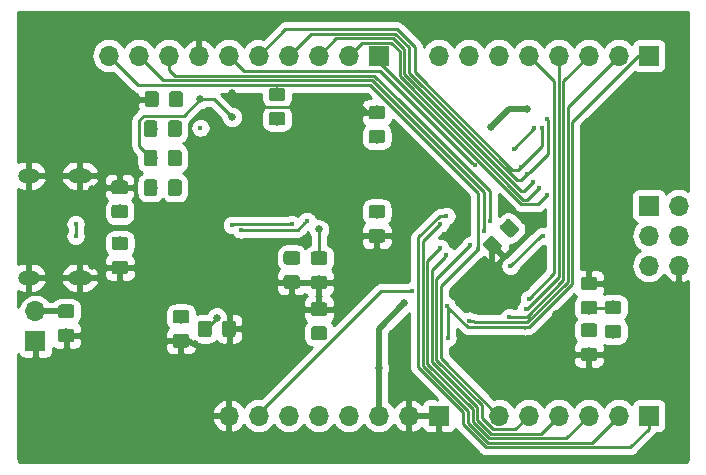
<source format=gbr>
%TF.GenerationSoftware,KiCad,Pcbnew,(5.1.2-1)-1*%
%TF.CreationDate,2020-01-20T17:34:23-08:00*%
%TF.ProjectId,Uno rev1.1,556e6f20-7265-4763-912e-312e6b696361,rev?*%
%TF.SameCoordinates,Original*%
%TF.FileFunction,Copper,L2,Bot*%
%TF.FilePolarity,Positive*%
%FSLAX46Y46*%
G04 Gerber Fmt 4.6, Leading zero omitted, Abs format (unit mm)*
G04 Created by KiCad (PCBNEW (5.1.2-1)-1) date 2020-01-20 17:34:23*
%MOMM*%
%LPD*%
G04 APERTURE LIST*
%TA.AperFunction,Conductor*%
%ADD10C,0.100000*%
%TD*%
%TA.AperFunction,SMDPad,CuDef*%
%ADD11C,1.150000*%
%TD*%
%TA.AperFunction,ComponentPad*%
%ADD12O,1.700000X1.700000*%
%TD*%
%TA.AperFunction,ComponentPad*%
%ADD13R,1.700000X1.700000*%
%TD*%
%TA.AperFunction,ComponentPad*%
%ADD14O,2.032000X1.270000*%
%TD*%
%TA.AperFunction,ComponentPad*%
%ADD15O,1.828800X1.270000*%
%TD*%
%TA.AperFunction,ViaPad*%
%ADD16C,0.635000*%
%TD*%
%TA.AperFunction,ViaPad*%
%ADD17C,0.450000*%
%TD*%
%TA.AperFunction,ViaPad*%
%ADD18C,0.600000*%
%TD*%
%TA.AperFunction,Conductor*%
%ADD19C,0.508000*%
%TD*%
%TA.AperFunction,Conductor*%
%ADD20C,0.254000*%
%TD*%
G04 APERTURE END LIST*
D10*
%TO.N,Net-(P1-PadB5)*%
%TO.C,R6*%
G36*
X21724505Y-165176204D02*
G01*
X21748773Y-165179804D01*
X21772572Y-165185765D01*
X21795671Y-165194030D01*
X21817850Y-165204520D01*
X21838893Y-165217132D01*
X21858599Y-165231747D01*
X21876777Y-165248223D01*
X21893253Y-165266401D01*
X21907868Y-165286107D01*
X21920480Y-165307150D01*
X21930970Y-165329329D01*
X21939235Y-165352428D01*
X21945196Y-165376227D01*
X21948796Y-165400495D01*
X21950000Y-165424999D01*
X21950000Y-166075001D01*
X21948796Y-166099505D01*
X21945196Y-166123773D01*
X21939235Y-166147572D01*
X21930970Y-166170671D01*
X21920480Y-166192850D01*
X21907868Y-166213893D01*
X21893253Y-166233599D01*
X21876777Y-166251777D01*
X21858599Y-166268253D01*
X21838893Y-166282868D01*
X21817850Y-166295480D01*
X21795671Y-166305970D01*
X21772572Y-166314235D01*
X21748773Y-166320196D01*
X21724505Y-166323796D01*
X21700001Y-166325000D01*
X20799999Y-166325000D01*
X20775495Y-166323796D01*
X20751227Y-166320196D01*
X20727428Y-166314235D01*
X20704329Y-166305970D01*
X20682150Y-166295480D01*
X20661107Y-166282868D01*
X20641401Y-166268253D01*
X20623223Y-166251777D01*
X20606747Y-166233599D01*
X20592132Y-166213893D01*
X20579520Y-166192850D01*
X20569030Y-166170671D01*
X20560765Y-166147572D01*
X20554804Y-166123773D01*
X20551204Y-166099505D01*
X20550000Y-166075001D01*
X20550000Y-165424999D01*
X20551204Y-165400495D01*
X20554804Y-165376227D01*
X20560765Y-165352428D01*
X20569030Y-165329329D01*
X20579520Y-165307150D01*
X20592132Y-165286107D01*
X20606747Y-165266401D01*
X20623223Y-165248223D01*
X20641401Y-165231747D01*
X20661107Y-165217132D01*
X20682150Y-165204520D01*
X20704329Y-165194030D01*
X20727428Y-165185765D01*
X20751227Y-165179804D01*
X20775495Y-165176204D01*
X20799999Y-165175000D01*
X21700001Y-165175000D01*
X21724505Y-165176204D01*
X21724505Y-165176204D01*
G37*
D11*
%TD*%
%TO.P,R6,2*%
%TO.N,Net-(P1-PadB5)*%
X21250000Y-165750000D03*
D10*
%TO.N,GNDREF*%
%TO.C,R6*%
G36*
X21724505Y-167226204D02*
G01*
X21748773Y-167229804D01*
X21772572Y-167235765D01*
X21795671Y-167244030D01*
X21817850Y-167254520D01*
X21838893Y-167267132D01*
X21858599Y-167281747D01*
X21876777Y-167298223D01*
X21893253Y-167316401D01*
X21907868Y-167336107D01*
X21920480Y-167357150D01*
X21930970Y-167379329D01*
X21939235Y-167402428D01*
X21945196Y-167426227D01*
X21948796Y-167450495D01*
X21950000Y-167474999D01*
X21950000Y-168125001D01*
X21948796Y-168149505D01*
X21945196Y-168173773D01*
X21939235Y-168197572D01*
X21930970Y-168220671D01*
X21920480Y-168242850D01*
X21907868Y-168263893D01*
X21893253Y-168283599D01*
X21876777Y-168301777D01*
X21858599Y-168318253D01*
X21838893Y-168332868D01*
X21817850Y-168345480D01*
X21795671Y-168355970D01*
X21772572Y-168364235D01*
X21748773Y-168370196D01*
X21724505Y-168373796D01*
X21700001Y-168375000D01*
X20799999Y-168375000D01*
X20775495Y-168373796D01*
X20751227Y-168370196D01*
X20727428Y-168364235D01*
X20704329Y-168355970D01*
X20682150Y-168345480D01*
X20661107Y-168332868D01*
X20641401Y-168318253D01*
X20623223Y-168301777D01*
X20606747Y-168283599D01*
X20592132Y-168263893D01*
X20579520Y-168242850D01*
X20569030Y-168220671D01*
X20560765Y-168197572D01*
X20554804Y-168173773D01*
X20551204Y-168149505D01*
X20550000Y-168125001D01*
X20550000Y-167474999D01*
X20551204Y-167450495D01*
X20554804Y-167426227D01*
X20560765Y-167402428D01*
X20569030Y-167379329D01*
X20579520Y-167357150D01*
X20592132Y-167336107D01*
X20606747Y-167316401D01*
X20623223Y-167298223D01*
X20641401Y-167281747D01*
X20661107Y-167267132D01*
X20682150Y-167254520D01*
X20704329Y-167244030D01*
X20727428Y-167235765D01*
X20751227Y-167229804D01*
X20775495Y-167226204D01*
X20799999Y-167225000D01*
X21700001Y-167225000D01*
X21724505Y-167226204D01*
X21724505Y-167226204D01*
G37*
D11*
%TD*%
%TO.P,R6,1*%
%TO.N,GNDREF*%
X21250000Y-167800000D03*
D10*
%TO.N,Net-(P1-PadA5)*%
%TO.C,R5*%
G36*
X21699505Y-162476204D02*
G01*
X21723773Y-162479804D01*
X21747572Y-162485765D01*
X21770671Y-162494030D01*
X21792850Y-162504520D01*
X21813893Y-162517132D01*
X21833599Y-162531747D01*
X21851777Y-162548223D01*
X21868253Y-162566401D01*
X21882868Y-162586107D01*
X21895480Y-162607150D01*
X21905970Y-162629329D01*
X21914235Y-162652428D01*
X21920196Y-162676227D01*
X21923796Y-162700495D01*
X21925000Y-162724999D01*
X21925000Y-163375001D01*
X21923796Y-163399505D01*
X21920196Y-163423773D01*
X21914235Y-163447572D01*
X21905970Y-163470671D01*
X21895480Y-163492850D01*
X21882868Y-163513893D01*
X21868253Y-163533599D01*
X21851777Y-163551777D01*
X21833599Y-163568253D01*
X21813893Y-163582868D01*
X21792850Y-163595480D01*
X21770671Y-163605970D01*
X21747572Y-163614235D01*
X21723773Y-163620196D01*
X21699505Y-163623796D01*
X21675001Y-163625000D01*
X20774999Y-163625000D01*
X20750495Y-163623796D01*
X20726227Y-163620196D01*
X20702428Y-163614235D01*
X20679329Y-163605970D01*
X20657150Y-163595480D01*
X20636107Y-163582868D01*
X20616401Y-163568253D01*
X20598223Y-163551777D01*
X20581747Y-163533599D01*
X20567132Y-163513893D01*
X20554520Y-163492850D01*
X20544030Y-163470671D01*
X20535765Y-163447572D01*
X20529804Y-163423773D01*
X20526204Y-163399505D01*
X20525000Y-163375001D01*
X20525000Y-162724999D01*
X20526204Y-162700495D01*
X20529804Y-162676227D01*
X20535765Y-162652428D01*
X20544030Y-162629329D01*
X20554520Y-162607150D01*
X20567132Y-162586107D01*
X20581747Y-162566401D01*
X20598223Y-162548223D01*
X20616401Y-162531747D01*
X20636107Y-162517132D01*
X20657150Y-162504520D01*
X20679329Y-162494030D01*
X20702428Y-162485765D01*
X20726227Y-162479804D01*
X20750495Y-162476204D01*
X20774999Y-162475000D01*
X21675001Y-162475000D01*
X21699505Y-162476204D01*
X21699505Y-162476204D01*
G37*
D11*
%TD*%
%TO.P,R5,2*%
%TO.N,Net-(P1-PadA5)*%
X21225000Y-163050000D03*
D10*
%TO.N,GNDREF*%
%TO.C,R5*%
G36*
X21699505Y-160426204D02*
G01*
X21723773Y-160429804D01*
X21747572Y-160435765D01*
X21770671Y-160444030D01*
X21792850Y-160454520D01*
X21813893Y-160467132D01*
X21833599Y-160481747D01*
X21851777Y-160498223D01*
X21868253Y-160516401D01*
X21882868Y-160536107D01*
X21895480Y-160557150D01*
X21905970Y-160579329D01*
X21914235Y-160602428D01*
X21920196Y-160626227D01*
X21923796Y-160650495D01*
X21925000Y-160674999D01*
X21925000Y-161325001D01*
X21923796Y-161349505D01*
X21920196Y-161373773D01*
X21914235Y-161397572D01*
X21905970Y-161420671D01*
X21895480Y-161442850D01*
X21882868Y-161463893D01*
X21868253Y-161483599D01*
X21851777Y-161501777D01*
X21833599Y-161518253D01*
X21813893Y-161532868D01*
X21792850Y-161545480D01*
X21770671Y-161555970D01*
X21747572Y-161564235D01*
X21723773Y-161570196D01*
X21699505Y-161573796D01*
X21675001Y-161575000D01*
X20774999Y-161575000D01*
X20750495Y-161573796D01*
X20726227Y-161570196D01*
X20702428Y-161564235D01*
X20679329Y-161555970D01*
X20657150Y-161545480D01*
X20636107Y-161532868D01*
X20616401Y-161518253D01*
X20598223Y-161501777D01*
X20581747Y-161483599D01*
X20567132Y-161463893D01*
X20554520Y-161442850D01*
X20544030Y-161420671D01*
X20535765Y-161397572D01*
X20529804Y-161373773D01*
X20526204Y-161349505D01*
X20525000Y-161325001D01*
X20525000Y-160674999D01*
X20526204Y-160650495D01*
X20529804Y-160626227D01*
X20535765Y-160602428D01*
X20544030Y-160579329D01*
X20554520Y-160557150D01*
X20567132Y-160536107D01*
X20581747Y-160516401D01*
X20598223Y-160498223D01*
X20616401Y-160481747D01*
X20636107Y-160467132D01*
X20657150Y-160454520D01*
X20679329Y-160444030D01*
X20702428Y-160435765D01*
X20726227Y-160429804D01*
X20750495Y-160426204D01*
X20774999Y-160425000D01*
X21675001Y-160425000D01*
X21699505Y-160426204D01*
X21699505Y-160426204D01*
G37*
D11*
%TD*%
%TO.P,R5,1*%
%TO.N,GNDREF*%
X21225000Y-161000000D03*
D12*
%TO.P,J6,2*%
%TO.N,+VSW*%
X14100000Y-171500000D03*
D13*
%TO.P,J6,1*%
%TO.N,GNDREF*%
X14100000Y-174040000D03*
%TD*%
D10*
%TO.N,+VSW*%
%TO.C,C14*%
G36*
X17174505Y-170926204D02*
G01*
X17198773Y-170929804D01*
X17222572Y-170935765D01*
X17245671Y-170944030D01*
X17267850Y-170954520D01*
X17288893Y-170967132D01*
X17308599Y-170981747D01*
X17326777Y-170998223D01*
X17343253Y-171016401D01*
X17357868Y-171036107D01*
X17370480Y-171057150D01*
X17380970Y-171079329D01*
X17389235Y-171102428D01*
X17395196Y-171126227D01*
X17398796Y-171150495D01*
X17400000Y-171174999D01*
X17400000Y-171825001D01*
X17398796Y-171849505D01*
X17395196Y-171873773D01*
X17389235Y-171897572D01*
X17380970Y-171920671D01*
X17370480Y-171942850D01*
X17357868Y-171963893D01*
X17343253Y-171983599D01*
X17326777Y-172001777D01*
X17308599Y-172018253D01*
X17288893Y-172032868D01*
X17267850Y-172045480D01*
X17245671Y-172055970D01*
X17222572Y-172064235D01*
X17198773Y-172070196D01*
X17174505Y-172073796D01*
X17150001Y-172075000D01*
X16249999Y-172075000D01*
X16225495Y-172073796D01*
X16201227Y-172070196D01*
X16177428Y-172064235D01*
X16154329Y-172055970D01*
X16132150Y-172045480D01*
X16111107Y-172032868D01*
X16091401Y-172018253D01*
X16073223Y-172001777D01*
X16056747Y-171983599D01*
X16042132Y-171963893D01*
X16029520Y-171942850D01*
X16019030Y-171920671D01*
X16010765Y-171897572D01*
X16004804Y-171873773D01*
X16001204Y-171849505D01*
X16000000Y-171825001D01*
X16000000Y-171174999D01*
X16001204Y-171150495D01*
X16004804Y-171126227D01*
X16010765Y-171102428D01*
X16019030Y-171079329D01*
X16029520Y-171057150D01*
X16042132Y-171036107D01*
X16056747Y-171016401D01*
X16073223Y-170998223D01*
X16091401Y-170981747D01*
X16111107Y-170967132D01*
X16132150Y-170954520D01*
X16154329Y-170944030D01*
X16177428Y-170935765D01*
X16201227Y-170929804D01*
X16225495Y-170926204D01*
X16249999Y-170925000D01*
X17150001Y-170925000D01*
X17174505Y-170926204D01*
X17174505Y-170926204D01*
G37*
D11*
%TD*%
%TO.P,C14,2*%
%TO.N,+VSW*%
X16700000Y-171500000D03*
D10*
%TO.N,GNDREF*%
%TO.C,C14*%
G36*
X17174505Y-172976204D02*
G01*
X17198773Y-172979804D01*
X17222572Y-172985765D01*
X17245671Y-172994030D01*
X17267850Y-173004520D01*
X17288893Y-173017132D01*
X17308599Y-173031747D01*
X17326777Y-173048223D01*
X17343253Y-173066401D01*
X17357868Y-173086107D01*
X17370480Y-173107150D01*
X17380970Y-173129329D01*
X17389235Y-173152428D01*
X17395196Y-173176227D01*
X17398796Y-173200495D01*
X17400000Y-173224999D01*
X17400000Y-173875001D01*
X17398796Y-173899505D01*
X17395196Y-173923773D01*
X17389235Y-173947572D01*
X17380970Y-173970671D01*
X17370480Y-173992850D01*
X17357868Y-174013893D01*
X17343253Y-174033599D01*
X17326777Y-174051777D01*
X17308599Y-174068253D01*
X17288893Y-174082868D01*
X17267850Y-174095480D01*
X17245671Y-174105970D01*
X17222572Y-174114235D01*
X17198773Y-174120196D01*
X17174505Y-174123796D01*
X17150001Y-174125000D01*
X16249999Y-174125000D01*
X16225495Y-174123796D01*
X16201227Y-174120196D01*
X16177428Y-174114235D01*
X16154329Y-174105970D01*
X16132150Y-174095480D01*
X16111107Y-174082868D01*
X16091401Y-174068253D01*
X16073223Y-174051777D01*
X16056747Y-174033599D01*
X16042132Y-174013893D01*
X16029520Y-173992850D01*
X16019030Y-173970671D01*
X16010765Y-173947572D01*
X16004804Y-173923773D01*
X16001204Y-173899505D01*
X16000000Y-173875001D01*
X16000000Y-173224999D01*
X16001204Y-173200495D01*
X16004804Y-173176227D01*
X16010765Y-173152428D01*
X16019030Y-173129329D01*
X16029520Y-173107150D01*
X16042132Y-173086107D01*
X16056747Y-173066401D01*
X16073223Y-173048223D01*
X16091401Y-173031747D01*
X16111107Y-173017132D01*
X16132150Y-173004520D01*
X16154329Y-172994030D01*
X16177428Y-172985765D01*
X16201227Y-172979804D01*
X16225495Y-172976204D01*
X16249999Y-172975000D01*
X17150001Y-172975000D01*
X17174505Y-172976204D01*
X17174505Y-172976204D01*
G37*
D11*
%TD*%
%TO.P,C14,1*%
%TO.N,GNDREF*%
X16700000Y-173550000D03*
D10*
%TO.N,+VSW*%
%TO.C,C3*%
G36*
X36274505Y-166401204D02*
G01*
X36298773Y-166404804D01*
X36322572Y-166410765D01*
X36345671Y-166419030D01*
X36367850Y-166429520D01*
X36388893Y-166442132D01*
X36408599Y-166456747D01*
X36426777Y-166473223D01*
X36443253Y-166491401D01*
X36457868Y-166511107D01*
X36470480Y-166532150D01*
X36480970Y-166554329D01*
X36489235Y-166577428D01*
X36495196Y-166601227D01*
X36498796Y-166625495D01*
X36500000Y-166649999D01*
X36500000Y-167300001D01*
X36498796Y-167324505D01*
X36495196Y-167348773D01*
X36489235Y-167372572D01*
X36480970Y-167395671D01*
X36470480Y-167417850D01*
X36457868Y-167438893D01*
X36443253Y-167458599D01*
X36426777Y-167476777D01*
X36408599Y-167493253D01*
X36388893Y-167507868D01*
X36367850Y-167520480D01*
X36345671Y-167530970D01*
X36322572Y-167539235D01*
X36298773Y-167545196D01*
X36274505Y-167548796D01*
X36250001Y-167550000D01*
X35349999Y-167550000D01*
X35325495Y-167548796D01*
X35301227Y-167545196D01*
X35277428Y-167539235D01*
X35254329Y-167530970D01*
X35232150Y-167520480D01*
X35211107Y-167507868D01*
X35191401Y-167493253D01*
X35173223Y-167476777D01*
X35156747Y-167458599D01*
X35142132Y-167438893D01*
X35129520Y-167417850D01*
X35119030Y-167395671D01*
X35110765Y-167372572D01*
X35104804Y-167348773D01*
X35101204Y-167324505D01*
X35100000Y-167300001D01*
X35100000Y-166649999D01*
X35101204Y-166625495D01*
X35104804Y-166601227D01*
X35110765Y-166577428D01*
X35119030Y-166554329D01*
X35129520Y-166532150D01*
X35142132Y-166511107D01*
X35156747Y-166491401D01*
X35173223Y-166473223D01*
X35191401Y-166456747D01*
X35211107Y-166442132D01*
X35232150Y-166429520D01*
X35254329Y-166419030D01*
X35277428Y-166410765D01*
X35301227Y-166404804D01*
X35325495Y-166401204D01*
X35349999Y-166400000D01*
X36250001Y-166400000D01*
X36274505Y-166401204D01*
X36274505Y-166401204D01*
G37*
D11*
%TD*%
%TO.P,C3,2*%
%TO.N,+VSW*%
X35800000Y-166975000D03*
D10*
%TO.N,GNDREF*%
%TO.C,C3*%
G36*
X36274505Y-168451204D02*
G01*
X36298773Y-168454804D01*
X36322572Y-168460765D01*
X36345671Y-168469030D01*
X36367850Y-168479520D01*
X36388893Y-168492132D01*
X36408599Y-168506747D01*
X36426777Y-168523223D01*
X36443253Y-168541401D01*
X36457868Y-168561107D01*
X36470480Y-168582150D01*
X36480970Y-168604329D01*
X36489235Y-168627428D01*
X36495196Y-168651227D01*
X36498796Y-168675495D01*
X36500000Y-168699999D01*
X36500000Y-169350001D01*
X36498796Y-169374505D01*
X36495196Y-169398773D01*
X36489235Y-169422572D01*
X36480970Y-169445671D01*
X36470480Y-169467850D01*
X36457868Y-169488893D01*
X36443253Y-169508599D01*
X36426777Y-169526777D01*
X36408599Y-169543253D01*
X36388893Y-169557868D01*
X36367850Y-169570480D01*
X36345671Y-169580970D01*
X36322572Y-169589235D01*
X36298773Y-169595196D01*
X36274505Y-169598796D01*
X36250001Y-169600000D01*
X35349999Y-169600000D01*
X35325495Y-169598796D01*
X35301227Y-169595196D01*
X35277428Y-169589235D01*
X35254329Y-169580970D01*
X35232150Y-169570480D01*
X35211107Y-169557868D01*
X35191401Y-169543253D01*
X35173223Y-169526777D01*
X35156747Y-169508599D01*
X35142132Y-169488893D01*
X35129520Y-169467850D01*
X35119030Y-169445671D01*
X35110765Y-169422572D01*
X35104804Y-169398773D01*
X35101204Y-169374505D01*
X35100000Y-169350001D01*
X35100000Y-168699999D01*
X35101204Y-168675495D01*
X35104804Y-168651227D01*
X35110765Y-168627428D01*
X35119030Y-168604329D01*
X35129520Y-168582150D01*
X35142132Y-168561107D01*
X35156747Y-168541401D01*
X35173223Y-168523223D01*
X35191401Y-168506747D01*
X35211107Y-168492132D01*
X35232150Y-168479520D01*
X35254329Y-168469030D01*
X35277428Y-168460765D01*
X35301227Y-168454804D01*
X35325495Y-168451204D01*
X35349999Y-168450000D01*
X36250001Y-168450000D01*
X36274505Y-168451204D01*
X36274505Y-168451204D01*
G37*
D11*
%TD*%
%TO.P,C3,1*%
%TO.N,GNDREF*%
X35800000Y-169025000D03*
D13*
%TO.P,J1,1*%
%TO.N,GNDREF*%
X48260000Y-180340000D03*
D12*
%TO.P,J1,2*%
X45720000Y-180340000D03*
%TO.P,J1,3*%
%TO.N,+5V*%
X43180000Y-180340000D03*
%TO.P,J1,4*%
X40640000Y-180340000D03*
%TO.P,J1,5*%
%TO.N,+3V3*%
X38100000Y-180340000D03*
%TO.P,J1,6*%
X35560000Y-180340000D03*
%TO.P,J1,7*%
%TO.N,RST*%
X33020000Y-180340000D03*
%TO.P,J1,8*%
%TO.N,GNDREF*%
X30480000Y-180340000D03*
%TD*%
D13*
%TO.P,J2,1*%
%TO.N,D12*%
X66040000Y-162560000D03*
D12*
%TO.P,J2,2*%
%TO.N,+5V*%
X68580000Y-162560000D03*
%TO.P,J2,3*%
%TO.N,D13*%
X66040000Y-165100000D03*
%TO.P,J2,4*%
%TO.N,D11*%
X68580000Y-165100000D03*
%TO.P,J2,5*%
%TO.N,RST*%
X66040000Y-167640000D03*
%TO.P,J2,6*%
%TO.N,GNDREF*%
X68580000Y-167640000D03*
%TD*%
D13*
%TO.P,J3,1*%
%TO.N,D8*%
X43180000Y-149860000D03*
D12*
%TO.P,J3,2*%
%TO.N,D9*%
X40640000Y-149860000D03*
%TO.P,J3,3*%
%TO.N,D10*%
X38100000Y-149860000D03*
%TO.P,J3,4*%
%TO.N,D11*%
X35560000Y-149860000D03*
%TO.P,J3,5*%
%TO.N,D12*%
X33020000Y-149860000D03*
%TO.P,J3,6*%
%TO.N,D13*%
X30480000Y-149860000D03*
%TO.P,J3,7*%
%TO.N,GNDREF*%
X27940000Y-149860000D03*
%TO.P,J3,8*%
%TO.N,AREF*%
X25400000Y-149860000D03*
%TO.P,J3,9*%
%TO.N,AD4_SDA*%
X22860000Y-149860000D03*
%TO.P,J3,10*%
%TO.N,AD5_SCL*%
X20320000Y-149860000D03*
%TD*%
D13*
%TO.P,J4,1*%
%TO.N,AD0*%
X66040000Y-180340000D03*
D12*
%TO.P,J4,2*%
%TO.N,AD1*%
X63500000Y-180340000D03*
%TO.P,J4,3*%
%TO.N,AD2*%
X60960000Y-180340000D03*
%TO.P,J4,4*%
%TO.N,AD3*%
X58420000Y-180340000D03*
%TO.P,J4,5*%
%TO.N,AD4_SDA*%
X55880000Y-180340000D03*
%TO.P,J4,6*%
%TO.N,AD5_SCL*%
X53340000Y-180340000D03*
%TD*%
D13*
%TO.P,J5,1*%
%TO.N,D0*%
X66040000Y-149860000D03*
D12*
%TO.P,J5,2*%
%TO.N,D1*%
X63500000Y-149860000D03*
%TO.P,J5,3*%
%TO.N,D2*%
X60960000Y-149860000D03*
%TO.P,J5,4*%
%TO.N,D3*%
X58420000Y-149860000D03*
%TO.P,J5,5*%
%TO.N,D4*%
X55880000Y-149860000D03*
%TO.P,J5,6*%
%TO.N,D5*%
X53340000Y-149860000D03*
%TO.P,J5,7*%
%TO.N,D6*%
X50800000Y-149860000D03*
%TO.P,J5,8*%
%TO.N,D7*%
X48260000Y-149860000D03*
%TD*%
D14*
%TO.P,P1,S1*%
%TO.N,GNDREF*%
X17858000Y-168656000D03*
D15*
X13540000Y-168656000D03*
D14*
X17858000Y-160020000D03*
D15*
X13540000Y-160020000D03*
%TD*%
D10*
%TO.N,Net-(R2-Pad1)*%
%TO.C,R2*%
G36*
X26257505Y-160337204D02*
G01*
X26281773Y-160340804D01*
X26305572Y-160346765D01*
X26328671Y-160355030D01*
X26350850Y-160365520D01*
X26371893Y-160378132D01*
X26391599Y-160392747D01*
X26409777Y-160409223D01*
X26426253Y-160427401D01*
X26440868Y-160447107D01*
X26453480Y-160468150D01*
X26463970Y-160490329D01*
X26472235Y-160513428D01*
X26478196Y-160537227D01*
X26481796Y-160561495D01*
X26483000Y-160585999D01*
X26483000Y-161486001D01*
X26481796Y-161510505D01*
X26478196Y-161534773D01*
X26472235Y-161558572D01*
X26463970Y-161581671D01*
X26453480Y-161603850D01*
X26440868Y-161624893D01*
X26426253Y-161644599D01*
X26409777Y-161662777D01*
X26391599Y-161679253D01*
X26371893Y-161693868D01*
X26350850Y-161706480D01*
X26328671Y-161716970D01*
X26305572Y-161725235D01*
X26281773Y-161731196D01*
X26257505Y-161734796D01*
X26233001Y-161736000D01*
X25582999Y-161736000D01*
X25558495Y-161734796D01*
X25534227Y-161731196D01*
X25510428Y-161725235D01*
X25487329Y-161716970D01*
X25465150Y-161706480D01*
X25444107Y-161693868D01*
X25424401Y-161679253D01*
X25406223Y-161662777D01*
X25389747Y-161644599D01*
X25375132Y-161624893D01*
X25362520Y-161603850D01*
X25352030Y-161581671D01*
X25343765Y-161558572D01*
X25337804Y-161534773D01*
X25334204Y-161510505D01*
X25333000Y-161486001D01*
X25333000Y-160585999D01*
X25334204Y-160561495D01*
X25337804Y-160537227D01*
X25343765Y-160513428D01*
X25352030Y-160490329D01*
X25362520Y-160468150D01*
X25375132Y-160447107D01*
X25389747Y-160427401D01*
X25406223Y-160409223D01*
X25424401Y-160392747D01*
X25444107Y-160378132D01*
X25465150Y-160365520D01*
X25487329Y-160355030D01*
X25510428Y-160346765D01*
X25534227Y-160340804D01*
X25558495Y-160337204D01*
X25582999Y-160336000D01*
X26233001Y-160336000D01*
X26257505Y-160337204D01*
X26257505Y-160337204D01*
G37*
D11*
%TD*%
%TO.P,R2,1*%
%TO.N,Net-(R2-Pad1)*%
X25908000Y-161036000D03*
D10*
%TO.N,+5V*%
%TO.C,R2*%
G36*
X24207505Y-160337204D02*
G01*
X24231773Y-160340804D01*
X24255572Y-160346765D01*
X24278671Y-160355030D01*
X24300850Y-160365520D01*
X24321893Y-160378132D01*
X24341599Y-160392747D01*
X24359777Y-160409223D01*
X24376253Y-160427401D01*
X24390868Y-160447107D01*
X24403480Y-160468150D01*
X24413970Y-160490329D01*
X24422235Y-160513428D01*
X24428196Y-160537227D01*
X24431796Y-160561495D01*
X24433000Y-160585999D01*
X24433000Y-161486001D01*
X24431796Y-161510505D01*
X24428196Y-161534773D01*
X24422235Y-161558572D01*
X24413970Y-161581671D01*
X24403480Y-161603850D01*
X24390868Y-161624893D01*
X24376253Y-161644599D01*
X24359777Y-161662777D01*
X24341599Y-161679253D01*
X24321893Y-161693868D01*
X24300850Y-161706480D01*
X24278671Y-161716970D01*
X24255572Y-161725235D01*
X24231773Y-161731196D01*
X24207505Y-161734796D01*
X24183001Y-161736000D01*
X23532999Y-161736000D01*
X23508495Y-161734796D01*
X23484227Y-161731196D01*
X23460428Y-161725235D01*
X23437329Y-161716970D01*
X23415150Y-161706480D01*
X23394107Y-161693868D01*
X23374401Y-161679253D01*
X23356223Y-161662777D01*
X23339747Y-161644599D01*
X23325132Y-161624893D01*
X23312520Y-161603850D01*
X23302030Y-161581671D01*
X23293765Y-161558572D01*
X23287804Y-161534773D01*
X23284204Y-161510505D01*
X23283000Y-161486001D01*
X23283000Y-160585999D01*
X23284204Y-160561495D01*
X23287804Y-160537227D01*
X23293765Y-160513428D01*
X23302030Y-160490329D01*
X23312520Y-160468150D01*
X23325132Y-160447107D01*
X23339747Y-160427401D01*
X23356223Y-160409223D01*
X23374401Y-160392747D01*
X23394107Y-160378132D01*
X23415150Y-160365520D01*
X23437329Y-160355030D01*
X23460428Y-160346765D01*
X23484227Y-160340804D01*
X23508495Y-160337204D01*
X23532999Y-160336000D01*
X24183001Y-160336000D01*
X24207505Y-160337204D01*
X24207505Y-160337204D01*
G37*
D11*
%TD*%
%TO.P,R2,2*%
%TO.N,+5V*%
X23858000Y-161036000D03*
D10*
%TO.N,Net-(R3-Pad1)*%
%TO.C,R3*%
G36*
X26257505Y-157841204D02*
G01*
X26281773Y-157844804D01*
X26305572Y-157850765D01*
X26328671Y-157859030D01*
X26350850Y-157869520D01*
X26371893Y-157882132D01*
X26391599Y-157896747D01*
X26409777Y-157913223D01*
X26426253Y-157931401D01*
X26440868Y-157951107D01*
X26453480Y-157972150D01*
X26463970Y-157994329D01*
X26472235Y-158017428D01*
X26478196Y-158041227D01*
X26481796Y-158065495D01*
X26483000Y-158089999D01*
X26483000Y-158990001D01*
X26481796Y-159014505D01*
X26478196Y-159038773D01*
X26472235Y-159062572D01*
X26463970Y-159085671D01*
X26453480Y-159107850D01*
X26440868Y-159128893D01*
X26426253Y-159148599D01*
X26409777Y-159166777D01*
X26391599Y-159183253D01*
X26371893Y-159197868D01*
X26350850Y-159210480D01*
X26328671Y-159220970D01*
X26305572Y-159229235D01*
X26281773Y-159235196D01*
X26257505Y-159238796D01*
X26233001Y-159240000D01*
X25582999Y-159240000D01*
X25558495Y-159238796D01*
X25534227Y-159235196D01*
X25510428Y-159229235D01*
X25487329Y-159220970D01*
X25465150Y-159210480D01*
X25444107Y-159197868D01*
X25424401Y-159183253D01*
X25406223Y-159166777D01*
X25389747Y-159148599D01*
X25375132Y-159128893D01*
X25362520Y-159107850D01*
X25352030Y-159085671D01*
X25343765Y-159062572D01*
X25337804Y-159038773D01*
X25334204Y-159014505D01*
X25333000Y-158990001D01*
X25333000Y-158089999D01*
X25334204Y-158065495D01*
X25337804Y-158041227D01*
X25343765Y-158017428D01*
X25352030Y-157994329D01*
X25362520Y-157972150D01*
X25375132Y-157951107D01*
X25389747Y-157931401D01*
X25406223Y-157913223D01*
X25424401Y-157896747D01*
X25444107Y-157882132D01*
X25465150Y-157869520D01*
X25487329Y-157859030D01*
X25510428Y-157850765D01*
X25534227Y-157844804D01*
X25558495Y-157841204D01*
X25582999Y-157840000D01*
X26233001Y-157840000D01*
X26257505Y-157841204D01*
X26257505Y-157841204D01*
G37*
D11*
%TD*%
%TO.P,R3,1*%
%TO.N,Net-(R3-Pad1)*%
X25908000Y-158540000D03*
D10*
%TO.N,+5V*%
%TO.C,R3*%
G36*
X24207505Y-157841204D02*
G01*
X24231773Y-157844804D01*
X24255572Y-157850765D01*
X24278671Y-157859030D01*
X24300850Y-157869520D01*
X24321893Y-157882132D01*
X24341599Y-157896747D01*
X24359777Y-157913223D01*
X24376253Y-157931401D01*
X24390868Y-157951107D01*
X24403480Y-157972150D01*
X24413970Y-157994329D01*
X24422235Y-158017428D01*
X24428196Y-158041227D01*
X24431796Y-158065495D01*
X24433000Y-158089999D01*
X24433000Y-158990001D01*
X24431796Y-159014505D01*
X24428196Y-159038773D01*
X24422235Y-159062572D01*
X24413970Y-159085671D01*
X24403480Y-159107850D01*
X24390868Y-159128893D01*
X24376253Y-159148599D01*
X24359777Y-159166777D01*
X24341599Y-159183253D01*
X24321893Y-159197868D01*
X24300850Y-159210480D01*
X24278671Y-159220970D01*
X24255572Y-159229235D01*
X24231773Y-159235196D01*
X24207505Y-159238796D01*
X24183001Y-159240000D01*
X23532999Y-159240000D01*
X23508495Y-159238796D01*
X23484227Y-159235196D01*
X23460428Y-159229235D01*
X23437329Y-159220970D01*
X23415150Y-159210480D01*
X23394107Y-159197868D01*
X23374401Y-159183253D01*
X23356223Y-159166777D01*
X23339747Y-159148599D01*
X23325132Y-159128893D01*
X23312520Y-159107850D01*
X23302030Y-159085671D01*
X23293765Y-159062572D01*
X23287804Y-159038773D01*
X23284204Y-159014505D01*
X23283000Y-158990001D01*
X23283000Y-158089999D01*
X23284204Y-158065495D01*
X23287804Y-158041227D01*
X23293765Y-158017428D01*
X23302030Y-157994329D01*
X23312520Y-157972150D01*
X23325132Y-157951107D01*
X23339747Y-157931401D01*
X23356223Y-157913223D01*
X23374401Y-157896747D01*
X23394107Y-157882132D01*
X23415150Y-157869520D01*
X23437329Y-157859030D01*
X23460428Y-157850765D01*
X23484227Y-157844804D01*
X23508495Y-157841204D01*
X23532999Y-157840000D01*
X24183001Y-157840000D01*
X24207505Y-157841204D01*
X24207505Y-157841204D01*
G37*
D11*
%TD*%
%TO.P,R3,2*%
%TO.N,+5V*%
X23858000Y-158540000D03*
D10*
%TO.N,Net-(C9-Pad1)*%
%TO.C,R4*%
G36*
X63474505Y-172641204D02*
G01*
X63498773Y-172644804D01*
X63522572Y-172650765D01*
X63545671Y-172659030D01*
X63567850Y-172669520D01*
X63588893Y-172682132D01*
X63608599Y-172696747D01*
X63626777Y-172713223D01*
X63643253Y-172731401D01*
X63657868Y-172751107D01*
X63670480Y-172772150D01*
X63680970Y-172794329D01*
X63689235Y-172817428D01*
X63695196Y-172841227D01*
X63698796Y-172865495D01*
X63700000Y-172889999D01*
X63700000Y-173540001D01*
X63698796Y-173564505D01*
X63695196Y-173588773D01*
X63689235Y-173612572D01*
X63680970Y-173635671D01*
X63670480Y-173657850D01*
X63657868Y-173678893D01*
X63643253Y-173698599D01*
X63626777Y-173716777D01*
X63608599Y-173733253D01*
X63588893Y-173747868D01*
X63567850Y-173760480D01*
X63545671Y-173770970D01*
X63522572Y-173779235D01*
X63498773Y-173785196D01*
X63474505Y-173788796D01*
X63450001Y-173790000D01*
X62549999Y-173790000D01*
X62525495Y-173788796D01*
X62501227Y-173785196D01*
X62477428Y-173779235D01*
X62454329Y-173770970D01*
X62432150Y-173760480D01*
X62411107Y-173747868D01*
X62391401Y-173733253D01*
X62373223Y-173716777D01*
X62356747Y-173698599D01*
X62342132Y-173678893D01*
X62329520Y-173657850D01*
X62319030Y-173635671D01*
X62310765Y-173612572D01*
X62304804Y-173588773D01*
X62301204Y-173564505D01*
X62300000Y-173540001D01*
X62300000Y-172889999D01*
X62301204Y-172865495D01*
X62304804Y-172841227D01*
X62310765Y-172817428D01*
X62319030Y-172794329D01*
X62329520Y-172772150D01*
X62342132Y-172751107D01*
X62356747Y-172731401D01*
X62373223Y-172713223D01*
X62391401Y-172696747D01*
X62411107Y-172682132D01*
X62432150Y-172669520D01*
X62454329Y-172659030D01*
X62477428Y-172650765D01*
X62501227Y-172644804D01*
X62525495Y-172641204D01*
X62549999Y-172640000D01*
X63450001Y-172640000D01*
X63474505Y-172641204D01*
X63474505Y-172641204D01*
G37*
D11*
%TD*%
%TO.P,R4,1*%
%TO.N,Net-(C9-Pad1)*%
X63000000Y-173215000D03*
D10*
%TO.N,Net-(C11-Pad2)*%
%TO.C,R4*%
G36*
X63474505Y-170591204D02*
G01*
X63498773Y-170594804D01*
X63522572Y-170600765D01*
X63545671Y-170609030D01*
X63567850Y-170619520D01*
X63588893Y-170632132D01*
X63608599Y-170646747D01*
X63626777Y-170663223D01*
X63643253Y-170681401D01*
X63657868Y-170701107D01*
X63670480Y-170722150D01*
X63680970Y-170744329D01*
X63689235Y-170767428D01*
X63695196Y-170791227D01*
X63698796Y-170815495D01*
X63700000Y-170839999D01*
X63700000Y-171490001D01*
X63698796Y-171514505D01*
X63695196Y-171538773D01*
X63689235Y-171562572D01*
X63680970Y-171585671D01*
X63670480Y-171607850D01*
X63657868Y-171628893D01*
X63643253Y-171648599D01*
X63626777Y-171666777D01*
X63608599Y-171683253D01*
X63588893Y-171697868D01*
X63567850Y-171710480D01*
X63545671Y-171720970D01*
X63522572Y-171729235D01*
X63498773Y-171735196D01*
X63474505Y-171738796D01*
X63450001Y-171740000D01*
X62549999Y-171740000D01*
X62525495Y-171738796D01*
X62501227Y-171735196D01*
X62477428Y-171729235D01*
X62454329Y-171720970D01*
X62432150Y-171710480D01*
X62411107Y-171697868D01*
X62391401Y-171683253D01*
X62373223Y-171666777D01*
X62356747Y-171648599D01*
X62342132Y-171628893D01*
X62329520Y-171607850D01*
X62319030Y-171585671D01*
X62310765Y-171562572D01*
X62304804Y-171538773D01*
X62301204Y-171514505D01*
X62300000Y-171490001D01*
X62300000Y-170839999D01*
X62301204Y-170815495D01*
X62304804Y-170791227D01*
X62310765Y-170767428D01*
X62319030Y-170744329D01*
X62329520Y-170722150D01*
X62342132Y-170701107D01*
X62356747Y-170681401D01*
X62373223Y-170663223D01*
X62391401Y-170646747D01*
X62411107Y-170632132D01*
X62432150Y-170619520D01*
X62454329Y-170609030D01*
X62477428Y-170600765D01*
X62501227Y-170594804D01*
X62525495Y-170591204D01*
X62549999Y-170590000D01*
X63450001Y-170590000D01*
X63474505Y-170591204D01*
X63474505Y-170591204D01*
G37*
D11*
%TD*%
%TO.P,R4,2*%
%TO.N,Net-(C11-Pad2)*%
X63000000Y-171165000D03*
D10*
%TO.N,GNDREF*%
%TO.C,R8*%
G36*
X24207505Y-155341204D02*
G01*
X24231773Y-155344804D01*
X24255572Y-155350765D01*
X24278671Y-155359030D01*
X24300850Y-155369520D01*
X24321893Y-155382132D01*
X24341599Y-155396747D01*
X24359777Y-155413223D01*
X24376253Y-155431401D01*
X24390868Y-155451107D01*
X24403480Y-155472150D01*
X24413970Y-155494329D01*
X24422235Y-155517428D01*
X24428196Y-155541227D01*
X24431796Y-155565495D01*
X24433000Y-155589999D01*
X24433000Y-156490001D01*
X24431796Y-156514505D01*
X24428196Y-156538773D01*
X24422235Y-156562572D01*
X24413970Y-156585671D01*
X24403480Y-156607850D01*
X24390868Y-156628893D01*
X24376253Y-156648599D01*
X24359777Y-156666777D01*
X24341599Y-156683253D01*
X24321893Y-156697868D01*
X24300850Y-156710480D01*
X24278671Y-156720970D01*
X24255572Y-156729235D01*
X24231773Y-156735196D01*
X24207505Y-156738796D01*
X24183001Y-156740000D01*
X23532999Y-156740000D01*
X23508495Y-156738796D01*
X23484227Y-156735196D01*
X23460428Y-156729235D01*
X23437329Y-156720970D01*
X23415150Y-156710480D01*
X23394107Y-156697868D01*
X23374401Y-156683253D01*
X23356223Y-156666777D01*
X23339747Y-156648599D01*
X23325132Y-156628893D01*
X23312520Y-156607850D01*
X23302030Y-156585671D01*
X23293765Y-156562572D01*
X23287804Y-156538773D01*
X23284204Y-156514505D01*
X23283000Y-156490001D01*
X23283000Y-155589999D01*
X23284204Y-155565495D01*
X23287804Y-155541227D01*
X23293765Y-155517428D01*
X23302030Y-155494329D01*
X23312520Y-155472150D01*
X23325132Y-155451107D01*
X23339747Y-155431401D01*
X23356223Y-155413223D01*
X23374401Y-155396747D01*
X23394107Y-155382132D01*
X23415150Y-155369520D01*
X23437329Y-155359030D01*
X23460428Y-155350765D01*
X23484227Y-155344804D01*
X23508495Y-155341204D01*
X23532999Y-155340000D01*
X24183001Y-155340000D01*
X24207505Y-155341204D01*
X24207505Y-155341204D01*
G37*
D11*
%TD*%
%TO.P,R8,1*%
%TO.N,GNDREF*%
X23858000Y-156040000D03*
D10*
%TO.N,Net-(D13-Pad1)*%
%TO.C,R8*%
G36*
X26257505Y-155341204D02*
G01*
X26281773Y-155344804D01*
X26305572Y-155350765D01*
X26328671Y-155359030D01*
X26350850Y-155369520D01*
X26371893Y-155382132D01*
X26391599Y-155396747D01*
X26409777Y-155413223D01*
X26426253Y-155431401D01*
X26440868Y-155451107D01*
X26453480Y-155472150D01*
X26463970Y-155494329D01*
X26472235Y-155517428D01*
X26478196Y-155541227D01*
X26481796Y-155565495D01*
X26483000Y-155589999D01*
X26483000Y-156490001D01*
X26481796Y-156514505D01*
X26478196Y-156538773D01*
X26472235Y-156562572D01*
X26463970Y-156585671D01*
X26453480Y-156607850D01*
X26440868Y-156628893D01*
X26426253Y-156648599D01*
X26409777Y-156666777D01*
X26391599Y-156683253D01*
X26371893Y-156697868D01*
X26350850Y-156710480D01*
X26328671Y-156720970D01*
X26305572Y-156729235D01*
X26281773Y-156735196D01*
X26257505Y-156738796D01*
X26233001Y-156740000D01*
X25582999Y-156740000D01*
X25558495Y-156738796D01*
X25534227Y-156735196D01*
X25510428Y-156729235D01*
X25487329Y-156720970D01*
X25465150Y-156710480D01*
X25444107Y-156697868D01*
X25424401Y-156683253D01*
X25406223Y-156666777D01*
X25389747Y-156648599D01*
X25375132Y-156628893D01*
X25362520Y-156607850D01*
X25352030Y-156585671D01*
X25343765Y-156562572D01*
X25337804Y-156538773D01*
X25334204Y-156514505D01*
X25333000Y-156490001D01*
X25333000Y-155589999D01*
X25334204Y-155565495D01*
X25337804Y-155541227D01*
X25343765Y-155517428D01*
X25352030Y-155494329D01*
X25362520Y-155472150D01*
X25375132Y-155451107D01*
X25389747Y-155431401D01*
X25406223Y-155413223D01*
X25424401Y-155396747D01*
X25444107Y-155382132D01*
X25465150Y-155369520D01*
X25487329Y-155359030D01*
X25510428Y-155350765D01*
X25534227Y-155344804D01*
X25558495Y-155341204D01*
X25582999Y-155340000D01*
X26233001Y-155340000D01*
X26257505Y-155341204D01*
X26257505Y-155341204D01*
G37*
D11*
%TD*%
%TO.P,R8,2*%
%TO.N,Net-(D13-Pad1)*%
X25908000Y-156040000D03*
D10*
%TO.N,Net-(PWR1-Pad1)*%
%TO.C,R7*%
G36*
X26349505Y-152841204D02*
G01*
X26373773Y-152844804D01*
X26397572Y-152850765D01*
X26420671Y-152859030D01*
X26442850Y-152869520D01*
X26463893Y-152882132D01*
X26483599Y-152896747D01*
X26501777Y-152913223D01*
X26518253Y-152931401D01*
X26532868Y-152951107D01*
X26545480Y-152972150D01*
X26555970Y-152994329D01*
X26564235Y-153017428D01*
X26570196Y-153041227D01*
X26573796Y-153065495D01*
X26575000Y-153089999D01*
X26575000Y-153990001D01*
X26573796Y-154014505D01*
X26570196Y-154038773D01*
X26564235Y-154062572D01*
X26555970Y-154085671D01*
X26545480Y-154107850D01*
X26532868Y-154128893D01*
X26518253Y-154148599D01*
X26501777Y-154166777D01*
X26483599Y-154183253D01*
X26463893Y-154197868D01*
X26442850Y-154210480D01*
X26420671Y-154220970D01*
X26397572Y-154229235D01*
X26373773Y-154235196D01*
X26349505Y-154238796D01*
X26325001Y-154240000D01*
X25674999Y-154240000D01*
X25650495Y-154238796D01*
X25626227Y-154235196D01*
X25602428Y-154229235D01*
X25579329Y-154220970D01*
X25557150Y-154210480D01*
X25536107Y-154197868D01*
X25516401Y-154183253D01*
X25498223Y-154166777D01*
X25481747Y-154148599D01*
X25467132Y-154128893D01*
X25454520Y-154107850D01*
X25444030Y-154085671D01*
X25435765Y-154062572D01*
X25429804Y-154038773D01*
X25426204Y-154014505D01*
X25425000Y-153990001D01*
X25425000Y-153089999D01*
X25426204Y-153065495D01*
X25429804Y-153041227D01*
X25435765Y-153017428D01*
X25444030Y-152994329D01*
X25454520Y-152972150D01*
X25467132Y-152951107D01*
X25481747Y-152931401D01*
X25498223Y-152913223D01*
X25516401Y-152896747D01*
X25536107Y-152882132D01*
X25557150Y-152869520D01*
X25579329Y-152859030D01*
X25602428Y-152850765D01*
X25626227Y-152844804D01*
X25650495Y-152841204D01*
X25674999Y-152840000D01*
X26325001Y-152840000D01*
X26349505Y-152841204D01*
X26349505Y-152841204D01*
G37*
D11*
%TD*%
%TO.P,R7,1*%
%TO.N,Net-(PWR1-Pad1)*%
X26000000Y-153540000D03*
D10*
%TO.N,GNDREF*%
%TO.C,R7*%
G36*
X24299505Y-152841204D02*
G01*
X24323773Y-152844804D01*
X24347572Y-152850765D01*
X24370671Y-152859030D01*
X24392850Y-152869520D01*
X24413893Y-152882132D01*
X24433599Y-152896747D01*
X24451777Y-152913223D01*
X24468253Y-152931401D01*
X24482868Y-152951107D01*
X24495480Y-152972150D01*
X24505970Y-152994329D01*
X24514235Y-153017428D01*
X24520196Y-153041227D01*
X24523796Y-153065495D01*
X24525000Y-153089999D01*
X24525000Y-153990001D01*
X24523796Y-154014505D01*
X24520196Y-154038773D01*
X24514235Y-154062572D01*
X24505970Y-154085671D01*
X24495480Y-154107850D01*
X24482868Y-154128893D01*
X24468253Y-154148599D01*
X24451777Y-154166777D01*
X24433599Y-154183253D01*
X24413893Y-154197868D01*
X24392850Y-154210480D01*
X24370671Y-154220970D01*
X24347572Y-154229235D01*
X24323773Y-154235196D01*
X24299505Y-154238796D01*
X24275001Y-154240000D01*
X23624999Y-154240000D01*
X23600495Y-154238796D01*
X23576227Y-154235196D01*
X23552428Y-154229235D01*
X23529329Y-154220970D01*
X23507150Y-154210480D01*
X23486107Y-154197868D01*
X23466401Y-154183253D01*
X23448223Y-154166777D01*
X23431747Y-154148599D01*
X23417132Y-154128893D01*
X23404520Y-154107850D01*
X23394030Y-154085671D01*
X23385765Y-154062572D01*
X23379804Y-154038773D01*
X23376204Y-154014505D01*
X23375000Y-153990001D01*
X23375000Y-153089999D01*
X23376204Y-153065495D01*
X23379804Y-153041227D01*
X23385765Y-153017428D01*
X23394030Y-152994329D01*
X23404520Y-152972150D01*
X23417132Y-152951107D01*
X23431747Y-152931401D01*
X23448223Y-152913223D01*
X23466401Y-152896747D01*
X23486107Y-152882132D01*
X23507150Y-152869520D01*
X23529329Y-152859030D01*
X23552428Y-152850765D01*
X23576227Y-152844804D01*
X23600495Y-152841204D01*
X23624999Y-152840000D01*
X24275001Y-152840000D01*
X24299505Y-152841204D01*
X24299505Y-152841204D01*
G37*
D11*
%TD*%
%TO.P,R7,2*%
%TO.N,GNDREF*%
X23950000Y-153540000D03*
D10*
%TO.N,GNDREF*%
%TO.C,C1*%
G36*
X26890505Y-173434204D02*
G01*
X26914773Y-173437804D01*
X26938572Y-173443765D01*
X26961671Y-173452030D01*
X26983850Y-173462520D01*
X27004893Y-173475132D01*
X27024599Y-173489747D01*
X27042777Y-173506223D01*
X27059253Y-173524401D01*
X27073868Y-173544107D01*
X27086480Y-173565150D01*
X27096970Y-173587329D01*
X27105235Y-173610428D01*
X27111196Y-173634227D01*
X27114796Y-173658495D01*
X27116000Y-173682999D01*
X27116000Y-174333001D01*
X27114796Y-174357505D01*
X27111196Y-174381773D01*
X27105235Y-174405572D01*
X27096970Y-174428671D01*
X27086480Y-174450850D01*
X27073868Y-174471893D01*
X27059253Y-174491599D01*
X27042777Y-174509777D01*
X27024599Y-174526253D01*
X27004893Y-174540868D01*
X26983850Y-174553480D01*
X26961671Y-174563970D01*
X26938572Y-174572235D01*
X26914773Y-174578196D01*
X26890505Y-174581796D01*
X26866001Y-174583000D01*
X25965999Y-174583000D01*
X25941495Y-174581796D01*
X25917227Y-174578196D01*
X25893428Y-174572235D01*
X25870329Y-174563970D01*
X25848150Y-174553480D01*
X25827107Y-174540868D01*
X25807401Y-174526253D01*
X25789223Y-174509777D01*
X25772747Y-174491599D01*
X25758132Y-174471893D01*
X25745520Y-174450850D01*
X25735030Y-174428671D01*
X25726765Y-174405572D01*
X25720804Y-174381773D01*
X25717204Y-174357505D01*
X25716000Y-174333001D01*
X25716000Y-173682999D01*
X25717204Y-173658495D01*
X25720804Y-173634227D01*
X25726765Y-173610428D01*
X25735030Y-173587329D01*
X25745520Y-173565150D01*
X25758132Y-173544107D01*
X25772747Y-173524401D01*
X25789223Y-173506223D01*
X25807401Y-173489747D01*
X25827107Y-173475132D01*
X25848150Y-173462520D01*
X25870329Y-173452030D01*
X25893428Y-173443765D01*
X25917227Y-173437804D01*
X25941495Y-173434204D01*
X25965999Y-173433000D01*
X26866001Y-173433000D01*
X26890505Y-173434204D01*
X26890505Y-173434204D01*
G37*
D11*
%TD*%
%TO.P,C1,1*%
%TO.N,GNDREF*%
X26416000Y-174008000D03*
D10*
%TO.N,+VSW*%
%TO.C,C1*%
G36*
X26890505Y-171384204D02*
G01*
X26914773Y-171387804D01*
X26938572Y-171393765D01*
X26961671Y-171402030D01*
X26983850Y-171412520D01*
X27004893Y-171425132D01*
X27024599Y-171439747D01*
X27042777Y-171456223D01*
X27059253Y-171474401D01*
X27073868Y-171494107D01*
X27086480Y-171515150D01*
X27096970Y-171537329D01*
X27105235Y-171560428D01*
X27111196Y-171584227D01*
X27114796Y-171608495D01*
X27116000Y-171632999D01*
X27116000Y-172283001D01*
X27114796Y-172307505D01*
X27111196Y-172331773D01*
X27105235Y-172355572D01*
X27096970Y-172378671D01*
X27086480Y-172400850D01*
X27073868Y-172421893D01*
X27059253Y-172441599D01*
X27042777Y-172459777D01*
X27024599Y-172476253D01*
X27004893Y-172490868D01*
X26983850Y-172503480D01*
X26961671Y-172513970D01*
X26938572Y-172522235D01*
X26914773Y-172528196D01*
X26890505Y-172531796D01*
X26866001Y-172533000D01*
X25965999Y-172533000D01*
X25941495Y-172531796D01*
X25917227Y-172528196D01*
X25893428Y-172522235D01*
X25870329Y-172513970D01*
X25848150Y-172503480D01*
X25827107Y-172490868D01*
X25807401Y-172476253D01*
X25789223Y-172459777D01*
X25772747Y-172441599D01*
X25758132Y-172421893D01*
X25745520Y-172400850D01*
X25735030Y-172378671D01*
X25726765Y-172355572D01*
X25720804Y-172331773D01*
X25717204Y-172307505D01*
X25716000Y-172283001D01*
X25716000Y-171632999D01*
X25717204Y-171608495D01*
X25720804Y-171584227D01*
X25726765Y-171560428D01*
X25735030Y-171537329D01*
X25745520Y-171515150D01*
X25758132Y-171494107D01*
X25772747Y-171474401D01*
X25789223Y-171456223D01*
X25807401Y-171439747D01*
X25827107Y-171425132D01*
X25848150Y-171412520D01*
X25870329Y-171402030D01*
X25893428Y-171393765D01*
X25917227Y-171387804D01*
X25941495Y-171384204D01*
X25965999Y-171383000D01*
X26866001Y-171383000D01*
X26890505Y-171384204D01*
X26890505Y-171384204D01*
G37*
D11*
%TD*%
%TO.P,C1,2*%
%TO.N,+VSW*%
X26416000Y-171958000D03*
D10*
%TO.N,GNDREF*%
%TO.C,C2*%
G36*
X30838505Y-172284204D02*
G01*
X30862773Y-172287804D01*
X30886572Y-172293765D01*
X30909671Y-172302030D01*
X30931850Y-172312520D01*
X30952893Y-172325132D01*
X30972599Y-172339747D01*
X30990777Y-172356223D01*
X31007253Y-172374401D01*
X31021868Y-172394107D01*
X31034480Y-172415150D01*
X31044970Y-172437329D01*
X31053235Y-172460428D01*
X31059196Y-172484227D01*
X31062796Y-172508495D01*
X31064000Y-172532999D01*
X31064000Y-173433001D01*
X31062796Y-173457505D01*
X31059196Y-173481773D01*
X31053235Y-173505572D01*
X31044970Y-173528671D01*
X31034480Y-173550850D01*
X31021868Y-173571893D01*
X31007253Y-173591599D01*
X30990777Y-173609777D01*
X30972599Y-173626253D01*
X30952893Y-173640868D01*
X30931850Y-173653480D01*
X30909671Y-173663970D01*
X30886572Y-173672235D01*
X30862773Y-173678196D01*
X30838505Y-173681796D01*
X30814001Y-173683000D01*
X30163999Y-173683000D01*
X30139495Y-173681796D01*
X30115227Y-173678196D01*
X30091428Y-173672235D01*
X30068329Y-173663970D01*
X30046150Y-173653480D01*
X30025107Y-173640868D01*
X30005401Y-173626253D01*
X29987223Y-173609777D01*
X29970747Y-173591599D01*
X29956132Y-173571893D01*
X29943520Y-173550850D01*
X29933030Y-173528671D01*
X29924765Y-173505572D01*
X29918804Y-173481773D01*
X29915204Y-173457505D01*
X29914000Y-173433001D01*
X29914000Y-172532999D01*
X29915204Y-172508495D01*
X29918804Y-172484227D01*
X29924765Y-172460428D01*
X29933030Y-172437329D01*
X29943520Y-172415150D01*
X29956132Y-172394107D01*
X29970747Y-172374401D01*
X29987223Y-172356223D01*
X30005401Y-172339747D01*
X30025107Y-172325132D01*
X30046150Y-172312520D01*
X30068329Y-172302030D01*
X30091428Y-172293765D01*
X30115227Y-172287804D01*
X30139495Y-172284204D01*
X30163999Y-172283000D01*
X30814001Y-172283000D01*
X30838505Y-172284204D01*
X30838505Y-172284204D01*
G37*
D11*
%TD*%
%TO.P,C2,1*%
%TO.N,GNDREF*%
X30489000Y-172983000D03*
D10*
%TO.N,+5V*%
%TO.C,C2*%
G36*
X28788505Y-172284204D02*
G01*
X28812773Y-172287804D01*
X28836572Y-172293765D01*
X28859671Y-172302030D01*
X28881850Y-172312520D01*
X28902893Y-172325132D01*
X28922599Y-172339747D01*
X28940777Y-172356223D01*
X28957253Y-172374401D01*
X28971868Y-172394107D01*
X28984480Y-172415150D01*
X28994970Y-172437329D01*
X29003235Y-172460428D01*
X29009196Y-172484227D01*
X29012796Y-172508495D01*
X29014000Y-172532999D01*
X29014000Y-173433001D01*
X29012796Y-173457505D01*
X29009196Y-173481773D01*
X29003235Y-173505572D01*
X28994970Y-173528671D01*
X28984480Y-173550850D01*
X28971868Y-173571893D01*
X28957253Y-173591599D01*
X28940777Y-173609777D01*
X28922599Y-173626253D01*
X28902893Y-173640868D01*
X28881850Y-173653480D01*
X28859671Y-173663970D01*
X28836572Y-173672235D01*
X28812773Y-173678196D01*
X28788505Y-173681796D01*
X28764001Y-173683000D01*
X28113999Y-173683000D01*
X28089495Y-173681796D01*
X28065227Y-173678196D01*
X28041428Y-173672235D01*
X28018329Y-173663970D01*
X27996150Y-173653480D01*
X27975107Y-173640868D01*
X27955401Y-173626253D01*
X27937223Y-173609777D01*
X27920747Y-173591599D01*
X27906132Y-173571893D01*
X27893520Y-173550850D01*
X27883030Y-173528671D01*
X27874765Y-173505572D01*
X27868804Y-173481773D01*
X27865204Y-173457505D01*
X27864000Y-173433001D01*
X27864000Y-172532999D01*
X27865204Y-172508495D01*
X27868804Y-172484227D01*
X27874765Y-172460428D01*
X27883030Y-172437329D01*
X27893520Y-172415150D01*
X27906132Y-172394107D01*
X27920747Y-172374401D01*
X27937223Y-172356223D01*
X27955401Y-172339747D01*
X27975107Y-172325132D01*
X27996150Y-172312520D01*
X28018329Y-172302030D01*
X28041428Y-172293765D01*
X28065227Y-172287804D01*
X28089495Y-172284204D01*
X28113999Y-172283000D01*
X28764001Y-172283000D01*
X28788505Y-172284204D01*
X28788505Y-172284204D01*
G37*
D11*
%TD*%
%TO.P,C2,2*%
%TO.N,+5V*%
X28439000Y-172983000D03*
D10*
%TO.N,GNDREF*%
%TO.C,C4*%
G36*
X38574505Y-170740204D02*
G01*
X38598773Y-170743804D01*
X38622572Y-170749765D01*
X38645671Y-170758030D01*
X38667850Y-170768520D01*
X38688893Y-170781132D01*
X38708599Y-170795747D01*
X38726777Y-170812223D01*
X38743253Y-170830401D01*
X38757868Y-170850107D01*
X38770480Y-170871150D01*
X38780970Y-170893329D01*
X38789235Y-170916428D01*
X38795196Y-170940227D01*
X38798796Y-170964495D01*
X38800000Y-170988999D01*
X38800000Y-171639001D01*
X38798796Y-171663505D01*
X38795196Y-171687773D01*
X38789235Y-171711572D01*
X38780970Y-171734671D01*
X38770480Y-171756850D01*
X38757868Y-171777893D01*
X38743253Y-171797599D01*
X38726777Y-171815777D01*
X38708599Y-171832253D01*
X38688893Y-171846868D01*
X38667850Y-171859480D01*
X38645671Y-171869970D01*
X38622572Y-171878235D01*
X38598773Y-171884196D01*
X38574505Y-171887796D01*
X38550001Y-171889000D01*
X37649999Y-171889000D01*
X37625495Y-171887796D01*
X37601227Y-171884196D01*
X37577428Y-171878235D01*
X37554329Y-171869970D01*
X37532150Y-171859480D01*
X37511107Y-171846868D01*
X37491401Y-171832253D01*
X37473223Y-171815777D01*
X37456747Y-171797599D01*
X37442132Y-171777893D01*
X37429520Y-171756850D01*
X37419030Y-171734671D01*
X37410765Y-171711572D01*
X37404804Y-171687773D01*
X37401204Y-171663505D01*
X37400000Y-171639001D01*
X37400000Y-170988999D01*
X37401204Y-170964495D01*
X37404804Y-170940227D01*
X37410765Y-170916428D01*
X37419030Y-170893329D01*
X37429520Y-170871150D01*
X37442132Y-170850107D01*
X37456747Y-170830401D01*
X37473223Y-170812223D01*
X37491401Y-170795747D01*
X37511107Y-170781132D01*
X37532150Y-170768520D01*
X37554329Y-170758030D01*
X37577428Y-170749765D01*
X37601227Y-170743804D01*
X37625495Y-170740204D01*
X37649999Y-170739000D01*
X38550001Y-170739000D01*
X38574505Y-170740204D01*
X38574505Y-170740204D01*
G37*
D11*
%TD*%
%TO.P,C4,1*%
%TO.N,GNDREF*%
X38100000Y-171314000D03*
D10*
%TO.N,+3V3*%
%TO.C,C4*%
G36*
X38574505Y-172790204D02*
G01*
X38598773Y-172793804D01*
X38622572Y-172799765D01*
X38645671Y-172808030D01*
X38667850Y-172818520D01*
X38688893Y-172831132D01*
X38708599Y-172845747D01*
X38726777Y-172862223D01*
X38743253Y-172880401D01*
X38757868Y-172900107D01*
X38770480Y-172921150D01*
X38780970Y-172943329D01*
X38789235Y-172966428D01*
X38795196Y-172990227D01*
X38798796Y-173014495D01*
X38800000Y-173038999D01*
X38800000Y-173689001D01*
X38798796Y-173713505D01*
X38795196Y-173737773D01*
X38789235Y-173761572D01*
X38780970Y-173784671D01*
X38770480Y-173806850D01*
X38757868Y-173827893D01*
X38743253Y-173847599D01*
X38726777Y-173865777D01*
X38708599Y-173882253D01*
X38688893Y-173896868D01*
X38667850Y-173909480D01*
X38645671Y-173919970D01*
X38622572Y-173928235D01*
X38598773Y-173934196D01*
X38574505Y-173937796D01*
X38550001Y-173939000D01*
X37649999Y-173939000D01*
X37625495Y-173937796D01*
X37601227Y-173934196D01*
X37577428Y-173928235D01*
X37554329Y-173919970D01*
X37532150Y-173909480D01*
X37511107Y-173896868D01*
X37491401Y-173882253D01*
X37473223Y-173865777D01*
X37456747Y-173847599D01*
X37442132Y-173827893D01*
X37429520Y-173806850D01*
X37419030Y-173784671D01*
X37410765Y-173761572D01*
X37404804Y-173737773D01*
X37401204Y-173713505D01*
X37400000Y-173689001D01*
X37400000Y-173038999D01*
X37401204Y-173014495D01*
X37404804Y-172990227D01*
X37410765Y-172966428D01*
X37419030Y-172943329D01*
X37429520Y-172921150D01*
X37442132Y-172900107D01*
X37456747Y-172880401D01*
X37473223Y-172862223D01*
X37491401Y-172845747D01*
X37511107Y-172831132D01*
X37532150Y-172818520D01*
X37554329Y-172808030D01*
X37577428Y-172799765D01*
X37601227Y-172793804D01*
X37625495Y-172790204D01*
X37649999Y-172789000D01*
X38550001Y-172789000D01*
X38574505Y-172790204D01*
X38574505Y-172790204D01*
G37*
D11*
%TD*%
%TO.P,C4,2*%
%TO.N,+3V3*%
X38100000Y-173364000D03*
D10*
%TO.N,GNDREF*%
%TO.C,C5*%
G36*
X52715548Y-165117764D02*
G01*
X52739816Y-165121364D01*
X52763615Y-165127325D01*
X52786714Y-165135590D01*
X52808893Y-165146080D01*
X52829936Y-165158692D01*
X52849642Y-165173307D01*
X52867820Y-165189783D01*
X53504217Y-165826180D01*
X53520693Y-165844358D01*
X53535308Y-165864064D01*
X53547920Y-165885107D01*
X53558410Y-165907286D01*
X53566675Y-165930385D01*
X53572636Y-165954184D01*
X53576236Y-165978452D01*
X53577440Y-166002956D01*
X53576236Y-166027460D01*
X53572636Y-166051728D01*
X53566675Y-166075527D01*
X53558410Y-166098626D01*
X53547920Y-166120805D01*
X53535308Y-166141848D01*
X53520693Y-166161554D01*
X53504217Y-166179732D01*
X53044596Y-166639353D01*
X53026418Y-166655829D01*
X53006712Y-166670444D01*
X52985669Y-166683056D01*
X52963490Y-166693546D01*
X52940391Y-166701811D01*
X52916592Y-166707772D01*
X52892324Y-166711372D01*
X52867820Y-166712576D01*
X52843316Y-166711372D01*
X52819048Y-166707772D01*
X52795249Y-166701811D01*
X52772150Y-166693546D01*
X52749971Y-166683056D01*
X52728928Y-166670444D01*
X52709222Y-166655829D01*
X52691044Y-166639353D01*
X52054647Y-166002956D01*
X52038171Y-165984778D01*
X52023556Y-165965072D01*
X52010944Y-165944029D01*
X52000454Y-165921850D01*
X51992189Y-165898751D01*
X51986228Y-165874952D01*
X51982628Y-165850684D01*
X51981424Y-165826180D01*
X51982628Y-165801676D01*
X51986228Y-165777408D01*
X51992189Y-165753609D01*
X52000454Y-165730510D01*
X52010944Y-165708331D01*
X52023556Y-165687288D01*
X52038171Y-165667582D01*
X52054647Y-165649404D01*
X52514268Y-165189783D01*
X52532446Y-165173307D01*
X52552152Y-165158692D01*
X52573195Y-165146080D01*
X52595374Y-165135590D01*
X52618473Y-165127325D01*
X52642272Y-165121364D01*
X52666540Y-165117764D01*
X52691044Y-165116560D01*
X52715548Y-165117764D01*
X52715548Y-165117764D01*
G37*
D11*
%TD*%
%TO.P,C5,1*%
%TO.N,GNDREF*%
X52779432Y-165914568D03*
D10*
%TO.N,+5V*%
%TO.C,C5*%
G36*
X54165116Y-163668196D02*
G01*
X54189384Y-163671796D01*
X54213183Y-163677757D01*
X54236282Y-163686022D01*
X54258461Y-163696512D01*
X54279504Y-163709124D01*
X54299210Y-163723739D01*
X54317388Y-163740215D01*
X54953785Y-164376612D01*
X54970261Y-164394790D01*
X54984876Y-164414496D01*
X54997488Y-164435539D01*
X55007978Y-164457718D01*
X55016243Y-164480817D01*
X55022204Y-164504616D01*
X55025804Y-164528884D01*
X55027008Y-164553388D01*
X55025804Y-164577892D01*
X55022204Y-164602160D01*
X55016243Y-164625959D01*
X55007978Y-164649058D01*
X54997488Y-164671237D01*
X54984876Y-164692280D01*
X54970261Y-164711986D01*
X54953785Y-164730164D01*
X54494164Y-165189785D01*
X54475986Y-165206261D01*
X54456280Y-165220876D01*
X54435237Y-165233488D01*
X54413058Y-165243978D01*
X54389959Y-165252243D01*
X54366160Y-165258204D01*
X54341892Y-165261804D01*
X54317388Y-165263008D01*
X54292884Y-165261804D01*
X54268616Y-165258204D01*
X54244817Y-165252243D01*
X54221718Y-165243978D01*
X54199539Y-165233488D01*
X54178496Y-165220876D01*
X54158790Y-165206261D01*
X54140612Y-165189785D01*
X53504215Y-164553388D01*
X53487739Y-164535210D01*
X53473124Y-164515504D01*
X53460512Y-164494461D01*
X53450022Y-164472282D01*
X53441757Y-164449183D01*
X53435796Y-164425384D01*
X53432196Y-164401116D01*
X53430992Y-164376612D01*
X53432196Y-164352108D01*
X53435796Y-164327840D01*
X53441757Y-164304041D01*
X53450022Y-164280942D01*
X53460512Y-164258763D01*
X53473124Y-164237720D01*
X53487739Y-164218014D01*
X53504215Y-164199836D01*
X53963836Y-163740215D01*
X53982014Y-163723739D01*
X54001720Y-163709124D01*
X54022763Y-163696512D01*
X54044942Y-163686022D01*
X54068041Y-163677757D01*
X54091840Y-163671796D01*
X54116108Y-163668196D01*
X54140612Y-163666992D01*
X54165116Y-163668196D01*
X54165116Y-163668196D01*
G37*
D11*
%TD*%
%TO.P,C5,2*%
%TO.N,+5V*%
X54229000Y-164465000D03*
D10*
%TO.N,GNDREF*%
%TO.C,C6*%
G36*
X38574505Y-168481204D02*
G01*
X38598773Y-168484804D01*
X38622572Y-168490765D01*
X38645671Y-168499030D01*
X38667850Y-168509520D01*
X38688893Y-168522132D01*
X38708599Y-168536747D01*
X38726777Y-168553223D01*
X38743253Y-168571401D01*
X38757868Y-168591107D01*
X38770480Y-168612150D01*
X38780970Y-168634329D01*
X38789235Y-168657428D01*
X38795196Y-168681227D01*
X38798796Y-168705495D01*
X38800000Y-168729999D01*
X38800000Y-169380001D01*
X38798796Y-169404505D01*
X38795196Y-169428773D01*
X38789235Y-169452572D01*
X38780970Y-169475671D01*
X38770480Y-169497850D01*
X38757868Y-169518893D01*
X38743253Y-169538599D01*
X38726777Y-169556777D01*
X38708599Y-169573253D01*
X38688893Y-169587868D01*
X38667850Y-169600480D01*
X38645671Y-169610970D01*
X38622572Y-169619235D01*
X38598773Y-169625196D01*
X38574505Y-169628796D01*
X38550001Y-169630000D01*
X37649999Y-169630000D01*
X37625495Y-169628796D01*
X37601227Y-169625196D01*
X37577428Y-169619235D01*
X37554329Y-169610970D01*
X37532150Y-169600480D01*
X37511107Y-169587868D01*
X37491401Y-169573253D01*
X37473223Y-169556777D01*
X37456747Y-169538599D01*
X37442132Y-169518893D01*
X37429520Y-169497850D01*
X37419030Y-169475671D01*
X37410765Y-169452572D01*
X37404804Y-169428773D01*
X37401204Y-169404505D01*
X37400000Y-169380001D01*
X37400000Y-168729999D01*
X37401204Y-168705495D01*
X37404804Y-168681227D01*
X37410765Y-168657428D01*
X37419030Y-168634329D01*
X37429520Y-168612150D01*
X37442132Y-168591107D01*
X37456747Y-168571401D01*
X37473223Y-168553223D01*
X37491401Y-168536747D01*
X37511107Y-168522132D01*
X37532150Y-168509520D01*
X37554329Y-168499030D01*
X37577428Y-168490765D01*
X37601227Y-168484804D01*
X37625495Y-168481204D01*
X37649999Y-168480000D01*
X38550001Y-168480000D01*
X38574505Y-168481204D01*
X38574505Y-168481204D01*
G37*
D11*
%TD*%
%TO.P,C6,1*%
%TO.N,GNDREF*%
X38100000Y-169055000D03*
D10*
%TO.N,+3V3*%
%TO.C,C6*%
G36*
X38574505Y-166431204D02*
G01*
X38598773Y-166434804D01*
X38622572Y-166440765D01*
X38645671Y-166449030D01*
X38667850Y-166459520D01*
X38688893Y-166472132D01*
X38708599Y-166486747D01*
X38726777Y-166503223D01*
X38743253Y-166521401D01*
X38757868Y-166541107D01*
X38770480Y-166562150D01*
X38780970Y-166584329D01*
X38789235Y-166607428D01*
X38795196Y-166631227D01*
X38798796Y-166655495D01*
X38800000Y-166679999D01*
X38800000Y-167330001D01*
X38798796Y-167354505D01*
X38795196Y-167378773D01*
X38789235Y-167402572D01*
X38780970Y-167425671D01*
X38770480Y-167447850D01*
X38757868Y-167468893D01*
X38743253Y-167488599D01*
X38726777Y-167506777D01*
X38708599Y-167523253D01*
X38688893Y-167537868D01*
X38667850Y-167550480D01*
X38645671Y-167560970D01*
X38622572Y-167569235D01*
X38598773Y-167575196D01*
X38574505Y-167578796D01*
X38550001Y-167580000D01*
X37649999Y-167580000D01*
X37625495Y-167578796D01*
X37601227Y-167575196D01*
X37577428Y-167569235D01*
X37554329Y-167560970D01*
X37532150Y-167550480D01*
X37511107Y-167537868D01*
X37491401Y-167523253D01*
X37473223Y-167506777D01*
X37456747Y-167488599D01*
X37442132Y-167468893D01*
X37429520Y-167447850D01*
X37419030Y-167425671D01*
X37410765Y-167402572D01*
X37404804Y-167378773D01*
X37401204Y-167354505D01*
X37400000Y-167330001D01*
X37400000Y-166679999D01*
X37401204Y-166655495D01*
X37404804Y-166631227D01*
X37410765Y-166607428D01*
X37419030Y-166584329D01*
X37429520Y-166562150D01*
X37442132Y-166541107D01*
X37456747Y-166521401D01*
X37473223Y-166503223D01*
X37491401Y-166486747D01*
X37511107Y-166472132D01*
X37532150Y-166459520D01*
X37554329Y-166449030D01*
X37577428Y-166440765D01*
X37601227Y-166434804D01*
X37625495Y-166431204D01*
X37649999Y-166430000D01*
X38550001Y-166430000D01*
X38574505Y-166431204D01*
X38574505Y-166431204D01*
G37*
D11*
%TD*%
%TO.P,C6,2*%
%TO.N,+3V3*%
X38100000Y-167005000D03*
D10*
%TO.N,RST*%
%TO.C,C8*%
G36*
X35018505Y-152570204D02*
G01*
X35042773Y-152573804D01*
X35066572Y-152579765D01*
X35089671Y-152588030D01*
X35111850Y-152598520D01*
X35132893Y-152611132D01*
X35152599Y-152625747D01*
X35170777Y-152642223D01*
X35187253Y-152660401D01*
X35201868Y-152680107D01*
X35214480Y-152701150D01*
X35224970Y-152723329D01*
X35233235Y-152746428D01*
X35239196Y-152770227D01*
X35242796Y-152794495D01*
X35244000Y-152818999D01*
X35244000Y-153469001D01*
X35242796Y-153493505D01*
X35239196Y-153517773D01*
X35233235Y-153541572D01*
X35224970Y-153564671D01*
X35214480Y-153586850D01*
X35201868Y-153607893D01*
X35187253Y-153627599D01*
X35170777Y-153645777D01*
X35152599Y-153662253D01*
X35132893Y-153676868D01*
X35111850Y-153689480D01*
X35089671Y-153699970D01*
X35066572Y-153708235D01*
X35042773Y-153714196D01*
X35018505Y-153717796D01*
X34994001Y-153719000D01*
X34093999Y-153719000D01*
X34069495Y-153717796D01*
X34045227Y-153714196D01*
X34021428Y-153708235D01*
X33998329Y-153699970D01*
X33976150Y-153689480D01*
X33955107Y-153676868D01*
X33935401Y-153662253D01*
X33917223Y-153645777D01*
X33900747Y-153627599D01*
X33886132Y-153607893D01*
X33873520Y-153586850D01*
X33863030Y-153564671D01*
X33854765Y-153541572D01*
X33848804Y-153517773D01*
X33845204Y-153493505D01*
X33844000Y-153469001D01*
X33844000Y-152818999D01*
X33845204Y-152794495D01*
X33848804Y-152770227D01*
X33854765Y-152746428D01*
X33863030Y-152723329D01*
X33873520Y-152701150D01*
X33886132Y-152680107D01*
X33900747Y-152660401D01*
X33917223Y-152642223D01*
X33935401Y-152625747D01*
X33955107Y-152611132D01*
X33976150Y-152598520D01*
X33998329Y-152588030D01*
X34021428Y-152579765D01*
X34045227Y-152573804D01*
X34069495Y-152570204D01*
X34093999Y-152569000D01*
X34994001Y-152569000D01*
X35018505Y-152570204D01*
X35018505Y-152570204D01*
G37*
D11*
%TD*%
%TO.P,C8,1*%
%TO.N,RST*%
X34544000Y-153144000D03*
D10*
%TO.N,Net-(C8-Pad2)*%
%TO.C,C8*%
G36*
X35018505Y-154620204D02*
G01*
X35042773Y-154623804D01*
X35066572Y-154629765D01*
X35089671Y-154638030D01*
X35111850Y-154648520D01*
X35132893Y-154661132D01*
X35152599Y-154675747D01*
X35170777Y-154692223D01*
X35187253Y-154710401D01*
X35201868Y-154730107D01*
X35214480Y-154751150D01*
X35224970Y-154773329D01*
X35233235Y-154796428D01*
X35239196Y-154820227D01*
X35242796Y-154844495D01*
X35244000Y-154868999D01*
X35244000Y-155519001D01*
X35242796Y-155543505D01*
X35239196Y-155567773D01*
X35233235Y-155591572D01*
X35224970Y-155614671D01*
X35214480Y-155636850D01*
X35201868Y-155657893D01*
X35187253Y-155677599D01*
X35170777Y-155695777D01*
X35152599Y-155712253D01*
X35132893Y-155726868D01*
X35111850Y-155739480D01*
X35089671Y-155749970D01*
X35066572Y-155758235D01*
X35042773Y-155764196D01*
X35018505Y-155767796D01*
X34994001Y-155769000D01*
X34093999Y-155769000D01*
X34069495Y-155767796D01*
X34045227Y-155764196D01*
X34021428Y-155758235D01*
X33998329Y-155749970D01*
X33976150Y-155739480D01*
X33955107Y-155726868D01*
X33935401Y-155712253D01*
X33917223Y-155695777D01*
X33900747Y-155677599D01*
X33886132Y-155657893D01*
X33873520Y-155636850D01*
X33863030Y-155614671D01*
X33854765Y-155591572D01*
X33848804Y-155567773D01*
X33845204Y-155543505D01*
X33844000Y-155519001D01*
X33844000Y-154868999D01*
X33845204Y-154844495D01*
X33848804Y-154820227D01*
X33854765Y-154796428D01*
X33863030Y-154773329D01*
X33873520Y-154751150D01*
X33886132Y-154730107D01*
X33900747Y-154710401D01*
X33917223Y-154692223D01*
X33935401Y-154675747D01*
X33955107Y-154661132D01*
X33976150Y-154648520D01*
X33998329Y-154638030D01*
X34021428Y-154629765D01*
X34045227Y-154623804D01*
X34069495Y-154620204D01*
X34093999Y-154619000D01*
X34994001Y-154619000D01*
X35018505Y-154620204D01*
X35018505Y-154620204D01*
G37*
D11*
%TD*%
%TO.P,C8,2*%
%TO.N,Net-(C8-Pad2)*%
X34544000Y-155194000D03*
D10*
%TO.N,Net-(C9-Pad1)*%
%TO.C,C9*%
G36*
X61434505Y-172527204D02*
G01*
X61458773Y-172530804D01*
X61482572Y-172536765D01*
X61505671Y-172545030D01*
X61527850Y-172555520D01*
X61548893Y-172568132D01*
X61568599Y-172582747D01*
X61586777Y-172599223D01*
X61603253Y-172617401D01*
X61617868Y-172637107D01*
X61630480Y-172658150D01*
X61640970Y-172680329D01*
X61649235Y-172703428D01*
X61655196Y-172727227D01*
X61658796Y-172751495D01*
X61660000Y-172775999D01*
X61660000Y-173426001D01*
X61658796Y-173450505D01*
X61655196Y-173474773D01*
X61649235Y-173498572D01*
X61640970Y-173521671D01*
X61630480Y-173543850D01*
X61617868Y-173564893D01*
X61603253Y-173584599D01*
X61586777Y-173602777D01*
X61568599Y-173619253D01*
X61548893Y-173633868D01*
X61527850Y-173646480D01*
X61505671Y-173656970D01*
X61482572Y-173665235D01*
X61458773Y-173671196D01*
X61434505Y-173674796D01*
X61410001Y-173676000D01*
X60509999Y-173676000D01*
X60485495Y-173674796D01*
X60461227Y-173671196D01*
X60437428Y-173665235D01*
X60414329Y-173656970D01*
X60392150Y-173646480D01*
X60371107Y-173633868D01*
X60351401Y-173619253D01*
X60333223Y-173602777D01*
X60316747Y-173584599D01*
X60302132Y-173564893D01*
X60289520Y-173543850D01*
X60279030Y-173521671D01*
X60270765Y-173498572D01*
X60264804Y-173474773D01*
X60261204Y-173450505D01*
X60260000Y-173426001D01*
X60260000Y-172775999D01*
X60261204Y-172751495D01*
X60264804Y-172727227D01*
X60270765Y-172703428D01*
X60279030Y-172680329D01*
X60289520Y-172658150D01*
X60302132Y-172637107D01*
X60316747Y-172617401D01*
X60333223Y-172599223D01*
X60351401Y-172582747D01*
X60371107Y-172568132D01*
X60392150Y-172555520D01*
X60414329Y-172545030D01*
X60437428Y-172536765D01*
X60461227Y-172530804D01*
X60485495Y-172527204D01*
X60509999Y-172526000D01*
X61410001Y-172526000D01*
X61434505Y-172527204D01*
X61434505Y-172527204D01*
G37*
D11*
%TD*%
%TO.P,C9,1*%
%TO.N,Net-(C9-Pad1)*%
X60960000Y-173101000D03*
D10*
%TO.N,GNDREF*%
%TO.C,C9*%
G36*
X61434505Y-174577204D02*
G01*
X61458773Y-174580804D01*
X61482572Y-174586765D01*
X61505671Y-174595030D01*
X61527850Y-174605520D01*
X61548893Y-174618132D01*
X61568599Y-174632747D01*
X61586777Y-174649223D01*
X61603253Y-174667401D01*
X61617868Y-174687107D01*
X61630480Y-174708150D01*
X61640970Y-174730329D01*
X61649235Y-174753428D01*
X61655196Y-174777227D01*
X61658796Y-174801495D01*
X61660000Y-174825999D01*
X61660000Y-175476001D01*
X61658796Y-175500505D01*
X61655196Y-175524773D01*
X61649235Y-175548572D01*
X61640970Y-175571671D01*
X61630480Y-175593850D01*
X61617868Y-175614893D01*
X61603253Y-175634599D01*
X61586777Y-175652777D01*
X61568599Y-175669253D01*
X61548893Y-175683868D01*
X61527850Y-175696480D01*
X61505671Y-175706970D01*
X61482572Y-175715235D01*
X61458773Y-175721196D01*
X61434505Y-175724796D01*
X61410001Y-175726000D01*
X60509999Y-175726000D01*
X60485495Y-175724796D01*
X60461227Y-175721196D01*
X60437428Y-175715235D01*
X60414329Y-175706970D01*
X60392150Y-175696480D01*
X60371107Y-175683868D01*
X60351401Y-175669253D01*
X60333223Y-175652777D01*
X60316747Y-175634599D01*
X60302132Y-175614893D01*
X60289520Y-175593850D01*
X60279030Y-175571671D01*
X60270765Y-175548572D01*
X60264804Y-175524773D01*
X60261204Y-175500505D01*
X60260000Y-175476001D01*
X60260000Y-174825999D01*
X60261204Y-174801495D01*
X60264804Y-174777227D01*
X60270765Y-174753428D01*
X60279030Y-174730329D01*
X60289520Y-174708150D01*
X60302132Y-174687107D01*
X60316747Y-174667401D01*
X60333223Y-174649223D01*
X60351401Y-174632747D01*
X60371107Y-174618132D01*
X60392150Y-174605520D01*
X60414329Y-174595030D01*
X60437428Y-174586765D01*
X60461227Y-174580804D01*
X60485495Y-174577204D01*
X60509999Y-174576000D01*
X61410001Y-174576000D01*
X61434505Y-174577204D01*
X61434505Y-174577204D01*
G37*
D11*
%TD*%
%TO.P,C9,2*%
%TO.N,GNDREF*%
X60960000Y-175151000D03*
D10*
%TO.N,Net-(C10-Pad1)*%
%TO.C,C10*%
G36*
X43474505Y-156144204D02*
G01*
X43498773Y-156147804D01*
X43522572Y-156153765D01*
X43545671Y-156162030D01*
X43567850Y-156172520D01*
X43588893Y-156185132D01*
X43608599Y-156199747D01*
X43626777Y-156216223D01*
X43643253Y-156234401D01*
X43657868Y-156254107D01*
X43670480Y-156275150D01*
X43680970Y-156297329D01*
X43689235Y-156320428D01*
X43695196Y-156344227D01*
X43698796Y-156368495D01*
X43700000Y-156392999D01*
X43700000Y-157043001D01*
X43698796Y-157067505D01*
X43695196Y-157091773D01*
X43689235Y-157115572D01*
X43680970Y-157138671D01*
X43670480Y-157160850D01*
X43657868Y-157181893D01*
X43643253Y-157201599D01*
X43626777Y-157219777D01*
X43608599Y-157236253D01*
X43588893Y-157250868D01*
X43567850Y-157263480D01*
X43545671Y-157273970D01*
X43522572Y-157282235D01*
X43498773Y-157288196D01*
X43474505Y-157291796D01*
X43450001Y-157293000D01*
X42549999Y-157293000D01*
X42525495Y-157291796D01*
X42501227Y-157288196D01*
X42477428Y-157282235D01*
X42454329Y-157273970D01*
X42432150Y-157263480D01*
X42411107Y-157250868D01*
X42391401Y-157236253D01*
X42373223Y-157219777D01*
X42356747Y-157201599D01*
X42342132Y-157181893D01*
X42329520Y-157160850D01*
X42319030Y-157138671D01*
X42310765Y-157115572D01*
X42304804Y-157091773D01*
X42301204Y-157067505D01*
X42300000Y-157043001D01*
X42300000Y-156392999D01*
X42301204Y-156368495D01*
X42304804Y-156344227D01*
X42310765Y-156320428D01*
X42319030Y-156297329D01*
X42329520Y-156275150D01*
X42342132Y-156254107D01*
X42356747Y-156234401D01*
X42373223Y-156216223D01*
X42391401Y-156199747D01*
X42411107Y-156185132D01*
X42432150Y-156172520D01*
X42454329Y-156162030D01*
X42477428Y-156153765D01*
X42501227Y-156147804D01*
X42525495Y-156144204D01*
X42549999Y-156143000D01*
X43450001Y-156143000D01*
X43474505Y-156144204D01*
X43474505Y-156144204D01*
G37*
D11*
%TD*%
%TO.P,C10,1*%
%TO.N,Net-(C10-Pad1)*%
X43000000Y-156718000D03*
D10*
%TO.N,GNDREF*%
%TO.C,C10*%
G36*
X43474505Y-154094204D02*
G01*
X43498773Y-154097804D01*
X43522572Y-154103765D01*
X43545671Y-154112030D01*
X43567850Y-154122520D01*
X43588893Y-154135132D01*
X43608599Y-154149747D01*
X43626777Y-154166223D01*
X43643253Y-154184401D01*
X43657868Y-154204107D01*
X43670480Y-154225150D01*
X43680970Y-154247329D01*
X43689235Y-154270428D01*
X43695196Y-154294227D01*
X43698796Y-154318495D01*
X43700000Y-154342999D01*
X43700000Y-154993001D01*
X43698796Y-155017505D01*
X43695196Y-155041773D01*
X43689235Y-155065572D01*
X43680970Y-155088671D01*
X43670480Y-155110850D01*
X43657868Y-155131893D01*
X43643253Y-155151599D01*
X43626777Y-155169777D01*
X43608599Y-155186253D01*
X43588893Y-155200868D01*
X43567850Y-155213480D01*
X43545671Y-155223970D01*
X43522572Y-155232235D01*
X43498773Y-155238196D01*
X43474505Y-155241796D01*
X43450001Y-155243000D01*
X42549999Y-155243000D01*
X42525495Y-155241796D01*
X42501227Y-155238196D01*
X42477428Y-155232235D01*
X42454329Y-155223970D01*
X42432150Y-155213480D01*
X42411107Y-155200868D01*
X42391401Y-155186253D01*
X42373223Y-155169777D01*
X42356747Y-155151599D01*
X42342132Y-155131893D01*
X42329520Y-155110850D01*
X42319030Y-155088671D01*
X42310765Y-155065572D01*
X42304804Y-155041773D01*
X42301204Y-155017505D01*
X42300000Y-154993001D01*
X42300000Y-154342999D01*
X42301204Y-154318495D01*
X42304804Y-154294227D01*
X42310765Y-154270428D01*
X42319030Y-154247329D01*
X42329520Y-154225150D01*
X42342132Y-154204107D01*
X42356747Y-154184401D01*
X42373223Y-154166223D01*
X42391401Y-154149747D01*
X42411107Y-154135132D01*
X42432150Y-154122520D01*
X42454329Y-154112030D01*
X42477428Y-154103765D01*
X42501227Y-154097804D01*
X42525495Y-154094204D01*
X42549999Y-154093000D01*
X43450001Y-154093000D01*
X43474505Y-154094204D01*
X43474505Y-154094204D01*
G37*
D11*
%TD*%
%TO.P,C10,2*%
%TO.N,GNDREF*%
X43000000Y-154668000D03*
D10*
%TO.N,GNDREF*%
%TO.C,C11*%
G36*
X61434505Y-168572204D02*
G01*
X61458773Y-168575804D01*
X61482572Y-168581765D01*
X61505671Y-168590030D01*
X61527850Y-168600520D01*
X61548893Y-168613132D01*
X61568599Y-168627747D01*
X61586777Y-168644223D01*
X61603253Y-168662401D01*
X61617868Y-168682107D01*
X61630480Y-168703150D01*
X61640970Y-168725329D01*
X61649235Y-168748428D01*
X61655196Y-168772227D01*
X61658796Y-168796495D01*
X61660000Y-168820999D01*
X61660000Y-169471001D01*
X61658796Y-169495505D01*
X61655196Y-169519773D01*
X61649235Y-169543572D01*
X61640970Y-169566671D01*
X61630480Y-169588850D01*
X61617868Y-169609893D01*
X61603253Y-169629599D01*
X61586777Y-169647777D01*
X61568599Y-169664253D01*
X61548893Y-169678868D01*
X61527850Y-169691480D01*
X61505671Y-169701970D01*
X61482572Y-169710235D01*
X61458773Y-169716196D01*
X61434505Y-169719796D01*
X61410001Y-169721000D01*
X60509999Y-169721000D01*
X60485495Y-169719796D01*
X60461227Y-169716196D01*
X60437428Y-169710235D01*
X60414329Y-169701970D01*
X60392150Y-169691480D01*
X60371107Y-169678868D01*
X60351401Y-169664253D01*
X60333223Y-169647777D01*
X60316747Y-169629599D01*
X60302132Y-169609893D01*
X60289520Y-169588850D01*
X60279030Y-169566671D01*
X60270765Y-169543572D01*
X60264804Y-169519773D01*
X60261204Y-169495505D01*
X60260000Y-169471001D01*
X60260000Y-168820999D01*
X60261204Y-168796495D01*
X60264804Y-168772227D01*
X60270765Y-168748428D01*
X60279030Y-168725329D01*
X60289520Y-168703150D01*
X60302132Y-168682107D01*
X60316747Y-168662401D01*
X60333223Y-168644223D01*
X60351401Y-168627747D01*
X60371107Y-168613132D01*
X60392150Y-168600520D01*
X60414329Y-168590030D01*
X60437428Y-168581765D01*
X60461227Y-168575804D01*
X60485495Y-168572204D01*
X60509999Y-168571000D01*
X61410001Y-168571000D01*
X61434505Y-168572204D01*
X61434505Y-168572204D01*
G37*
D11*
%TD*%
%TO.P,C11,1*%
%TO.N,GNDREF*%
X60960000Y-169146000D03*
D10*
%TO.N,Net-(C11-Pad2)*%
%TO.C,C11*%
G36*
X61434505Y-170622204D02*
G01*
X61458773Y-170625804D01*
X61482572Y-170631765D01*
X61505671Y-170640030D01*
X61527850Y-170650520D01*
X61548893Y-170663132D01*
X61568599Y-170677747D01*
X61586777Y-170694223D01*
X61603253Y-170712401D01*
X61617868Y-170732107D01*
X61630480Y-170753150D01*
X61640970Y-170775329D01*
X61649235Y-170798428D01*
X61655196Y-170822227D01*
X61658796Y-170846495D01*
X61660000Y-170870999D01*
X61660000Y-171521001D01*
X61658796Y-171545505D01*
X61655196Y-171569773D01*
X61649235Y-171593572D01*
X61640970Y-171616671D01*
X61630480Y-171638850D01*
X61617868Y-171659893D01*
X61603253Y-171679599D01*
X61586777Y-171697777D01*
X61568599Y-171714253D01*
X61548893Y-171728868D01*
X61527850Y-171741480D01*
X61505671Y-171751970D01*
X61482572Y-171760235D01*
X61458773Y-171766196D01*
X61434505Y-171769796D01*
X61410001Y-171771000D01*
X60509999Y-171771000D01*
X60485495Y-171769796D01*
X60461227Y-171766196D01*
X60437428Y-171760235D01*
X60414329Y-171751970D01*
X60392150Y-171741480D01*
X60371107Y-171728868D01*
X60351401Y-171714253D01*
X60333223Y-171697777D01*
X60316747Y-171679599D01*
X60302132Y-171659893D01*
X60289520Y-171638850D01*
X60279030Y-171616671D01*
X60270765Y-171593572D01*
X60264804Y-171569773D01*
X60261204Y-171545505D01*
X60260000Y-171521001D01*
X60260000Y-170870999D01*
X60261204Y-170846495D01*
X60264804Y-170822227D01*
X60270765Y-170798428D01*
X60279030Y-170775329D01*
X60289520Y-170753150D01*
X60302132Y-170732107D01*
X60316747Y-170712401D01*
X60333223Y-170694223D01*
X60351401Y-170677747D01*
X60371107Y-170663132D01*
X60392150Y-170650520D01*
X60414329Y-170640030D01*
X60437428Y-170631765D01*
X60461227Y-170625804D01*
X60485495Y-170622204D01*
X60509999Y-170621000D01*
X61410001Y-170621000D01*
X61434505Y-170622204D01*
X61434505Y-170622204D01*
G37*
D11*
%TD*%
%TO.P,C11,2*%
%TO.N,Net-(C11-Pad2)*%
X60960000Y-171196000D03*
D10*
%TO.N,GNDREF*%
%TO.C,C12*%
G36*
X43474505Y-164544204D02*
G01*
X43498773Y-164547804D01*
X43522572Y-164553765D01*
X43545671Y-164562030D01*
X43567850Y-164572520D01*
X43588893Y-164585132D01*
X43608599Y-164599747D01*
X43626777Y-164616223D01*
X43643253Y-164634401D01*
X43657868Y-164654107D01*
X43670480Y-164675150D01*
X43680970Y-164697329D01*
X43689235Y-164720428D01*
X43695196Y-164744227D01*
X43698796Y-164768495D01*
X43700000Y-164792999D01*
X43700000Y-165443001D01*
X43698796Y-165467505D01*
X43695196Y-165491773D01*
X43689235Y-165515572D01*
X43680970Y-165538671D01*
X43670480Y-165560850D01*
X43657868Y-165581893D01*
X43643253Y-165601599D01*
X43626777Y-165619777D01*
X43608599Y-165636253D01*
X43588893Y-165650868D01*
X43567850Y-165663480D01*
X43545671Y-165673970D01*
X43522572Y-165682235D01*
X43498773Y-165688196D01*
X43474505Y-165691796D01*
X43450001Y-165693000D01*
X42549999Y-165693000D01*
X42525495Y-165691796D01*
X42501227Y-165688196D01*
X42477428Y-165682235D01*
X42454329Y-165673970D01*
X42432150Y-165663480D01*
X42411107Y-165650868D01*
X42391401Y-165636253D01*
X42373223Y-165619777D01*
X42356747Y-165601599D01*
X42342132Y-165581893D01*
X42329520Y-165560850D01*
X42319030Y-165538671D01*
X42310765Y-165515572D01*
X42304804Y-165491773D01*
X42301204Y-165467505D01*
X42300000Y-165443001D01*
X42300000Y-164792999D01*
X42301204Y-164768495D01*
X42304804Y-164744227D01*
X42310765Y-164720428D01*
X42319030Y-164697329D01*
X42329520Y-164675150D01*
X42342132Y-164654107D01*
X42356747Y-164634401D01*
X42373223Y-164616223D01*
X42391401Y-164599747D01*
X42411107Y-164585132D01*
X42432150Y-164572520D01*
X42454329Y-164562030D01*
X42477428Y-164553765D01*
X42501227Y-164547804D01*
X42525495Y-164544204D01*
X42549999Y-164543000D01*
X43450001Y-164543000D01*
X43474505Y-164544204D01*
X43474505Y-164544204D01*
G37*
D11*
%TD*%
%TO.P,C12,1*%
%TO.N,GNDREF*%
X43000000Y-165118000D03*
D10*
%TO.N,Net-(C12-Pad2)*%
%TO.C,C12*%
G36*
X43474505Y-162494204D02*
G01*
X43498773Y-162497804D01*
X43522572Y-162503765D01*
X43545671Y-162512030D01*
X43567850Y-162522520D01*
X43588893Y-162535132D01*
X43608599Y-162549747D01*
X43626777Y-162566223D01*
X43643253Y-162584401D01*
X43657868Y-162604107D01*
X43670480Y-162625150D01*
X43680970Y-162647329D01*
X43689235Y-162670428D01*
X43695196Y-162694227D01*
X43698796Y-162718495D01*
X43700000Y-162742999D01*
X43700000Y-163393001D01*
X43698796Y-163417505D01*
X43695196Y-163441773D01*
X43689235Y-163465572D01*
X43680970Y-163488671D01*
X43670480Y-163510850D01*
X43657868Y-163531893D01*
X43643253Y-163551599D01*
X43626777Y-163569777D01*
X43608599Y-163586253D01*
X43588893Y-163600868D01*
X43567850Y-163613480D01*
X43545671Y-163623970D01*
X43522572Y-163632235D01*
X43498773Y-163638196D01*
X43474505Y-163641796D01*
X43450001Y-163643000D01*
X42549999Y-163643000D01*
X42525495Y-163641796D01*
X42501227Y-163638196D01*
X42477428Y-163632235D01*
X42454329Y-163623970D01*
X42432150Y-163613480D01*
X42411107Y-163600868D01*
X42391401Y-163586253D01*
X42373223Y-163569777D01*
X42356747Y-163551599D01*
X42342132Y-163531893D01*
X42329520Y-163510850D01*
X42319030Y-163488671D01*
X42310765Y-163465572D01*
X42304804Y-163441773D01*
X42301204Y-163417505D01*
X42300000Y-163393001D01*
X42300000Y-162742999D01*
X42301204Y-162718495D01*
X42304804Y-162694227D01*
X42310765Y-162670428D01*
X42319030Y-162647329D01*
X42329520Y-162625150D01*
X42342132Y-162604107D01*
X42356747Y-162584401D01*
X42373223Y-162566223D01*
X42391401Y-162549747D01*
X42411107Y-162535132D01*
X42432150Y-162522520D01*
X42454329Y-162512030D01*
X42477428Y-162503765D01*
X42501227Y-162497804D01*
X42525495Y-162494204D01*
X42549999Y-162493000D01*
X43450001Y-162493000D01*
X43474505Y-162494204D01*
X43474505Y-162494204D01*
G37*
D11*
%TD*%
%TO.P,C12,2*%
%TO.N,Net-(C12-Pad2)*%
X43000000Y-163068000D03*
D16*
%TO.N,+VSW*%
X26416000Y-171958000D03*
X35687000Y-167005000D03*
%TO.N,GNDREF*%
X17145000Y-146812000D03*
X17145000Y-153035000D03*
X45847000Y-161036000D03*
X48618496Y-161492595D03*
X58166000Y-171704000D03*
X68500000Y-173500000D03*
X30734000Y-153035000D03*
X53213000Y-168638082D03*
X29083000Y-162941000D03*
X40386000Y-167132000D03*
X30734000Y-153035000D03*
X18923000Y-167662989D03*
X18923000Y-161140011D03*
X23850600Y-156032200D03*
X23926800Y-153543000D03*
X27600000Y-174300000D03*
X65500000Y-171250000D03*
X43000000Y-158750000D03*
%TO.N,+5V*%
X29464000Y-172085000D03*
X54229000Y-164465000D03*
X45330722Y-170823278D03*
X23876000Y-158496000D03*
X23876000Y-161036000D03*
X28067000Y-153543000D03*
X30734000Y-155067000D03*
X43180000Y-176276000D03*
X55700000Y-154400000D03*
X52700000Y-155900000D03*
%TO.N,+3V3*%
X38100000Y-167005000D03*
X38100000Y-173482000D03*
X38100000Y-164569489D03*
D17*
%TO.N,Net-(C8-Pad2)*%
X34544000Y-155321000D03*
%TO.N,RST*%
X54316847Y-167679153D03*
X57087198Y-165100000D03*
X45974000Y-169799000D03*
X34544000Y-153259990D03*
D18*
%TO.N,Net-(C9-Pad1)*%
X61000000Y-173250000D03*
X63000000Y-173250000D03*
%TO.N,Net-(C10-Pad1)*%
X43000000Y-156750000D03*
D17*
%TO.N,Net-(C11-Pad2)*%
X62992000Y-171196000D03*
X60960000Y-171196000D03*
%TO.N,Net-(C12-Pad2)*%
X43053000Y-163068000D03*
%TO.N,AREF*%
X52558414Y-163830000D03*
%TO.N,D11*%
X55753000Y-159893000D03*
X57404000Y-155194000D03*
%TO.N,D13*%
X28067000Y-155956000D03*
X51286788Y-159152212D03*
X56345705Y-155998295D03*
X54610000Y-157734000D03*
%TO.N,D12*%
X55245000Y-159258000D03*
X57023000Y-155956000D03*
%TO.N,AD5_SCL*%
X51562000Y-166243000D03*
%TO.N,AD4_SDA*%
X52079414Y-164719000D03*
X50931707Y-165866707D03*
%TO.N,D10*%
X56261000Y-160528000D03*
%TO.N,D9*%
X56769000Y-161036000D03*
%TO.N,D8*%
X57403992Y-161671000D03*
%TO.N,D4*%
X55880000Y-170434000D03*
%TO.N,D3*%
X55626000Y-171323000D03*
%TO.N,D2*%
X54229000Y-171958000D03*
%TO.N,D1*%
X50846919Y-172292072D03*
%TO.N,D0*%
X48920712Y-171043288D03*
X49000000Y-173750000D03*
D18*
%TO.N,Net-(P1-PadB5)*%
X21250000Y-165750000D03*
D17*
%TO.N,D-*%
X31496000Y-164592000D03*
X37083998Y-163830002D03*
%TO.N,D+*%
X30734000Y-164176500D03*
X35786998Y-164113000D03*
X17500000Y-164100000D03*
X17500000Y-165134500D03*
D18*
%TO.N,Net-(P1-PadA5)*%
X21250000Y-163000000D03*
D17*
%TO.N,AD3*%
X48895000Y-166751000D03*
%TO.N,AD2*%
X48387000Y-166116000D03*
%TO.N,AD1*%
X48387000Y-164084000D03*
%TO.N,AD0*%
X48895000Y-163449000D03*
%TO.N,Net-(D13-Pad1)*%
X25908000Y-156083000D03*
%TO.N,Net-(PWR1-Pad1)*%
X26035000Y-153543000D03*
%TO.N,Net-(R2-Pad1)*%
X25908000Y-161036000D03*
%TO.N,Net-(R3-Pad1)*%
X25908000Y-158496000D03*
%TD*%
D19*
%TO.N,+VSW*%
X16700000Y-171500000D02*
X14100000Y-171500000D01*
%TO.N,GNDREF*%
X52779432Y-168204514D02*
X53213000Y-168638082D01*
X52779432Y-165914568D02*
X52779432Y-168204514D01*
D20*
X31051499Y-153352499D02*
X30734000Y-153035000D01*
X31936990Y-154237990D02*
X31051499Y-153352499D01*
X41769990Y-154237990D02*
X31936990Y-154237990D01*
X42200000Y-154668000D02*
X41769990Y-154237990D01*
X43000000Y-154668000D02*
X42200000Y-154668000D01*
X23858000Y-156039600D02*
X23850600Y-156032200D01*
X23858000Y-156040000D02*
X23858000Y-156039600D01*
X23929800Y-153540000D02*
X23926800Y-153543000D01*
X23950000Y-153540000D02*
X23929800Y-153540000D01*
D19*
X27400000Y-174300000D02*
X27600000Y-174300000D01*
X27100000Y-174000000D02*
X27400000Y-174300000D01*
X26400000Y-174000000D02*
X27100000Y-174000000D01*
%TO.N,+5V*%
X29464000Y-171958000D02*
X29464000Y-172085000D01*
X45330722Y-170823278D02*
X43180000Y-172974000D01*
D20*
X23858000Y-158514000D02*
X23876000Y-158496000D01*
X23858000Y-158540000D02*
X23858000Y-158514000D01*
X23858000Y-161036000D02*
X23876000Y-161036000D01*
X29210000Y-153543000D02*
X30734000Y-155067000D01*
X28067000Y-153543000D02*
X29210000Y-153543000D01*
X22901990Y-157521990D02*
X23558501Y-158178501D01*
X23271624Y-154958990D02*
X22901990Y-155328624D01*
X22901990Y-155328624D02*
X22901990Y-157521990D01*
X26651010Y-154958990D02*
X23271624Y-154958990D01*
X28067000Y-153543000D02*
X26651010Y-154958990D01*
X23558501Y-158178501D02*
X23876000Y-158496000D01*
D19*
X43180000Y-176276000D02*
X43180000Y-180340000D01*
X43180000Y-172974000D02*
X43180000Y-176276000D01*
D20*
X28566000Y-172983000D02*
X29464000Y-172085000D01*
X28439000Y-172983000D02*
X28566000Y-172983000D01*
D19*
X54200000Y-154400000D02*
X52700000Y-155900000D01*
X55700000Y-154400000D02*
X54200000Y-154400000D01*
%TO.N,+3V3*%
X38100000Y-173364000D02*
X38100000Y-173482000D01*
D20*
X38100000Y-164569489D02*
X38100000Y-167005000D01*
%TO.N,Net-(C8-Pad2)*%
X34544000Y-155194000D02*
X34544000Y-155321000D01*
%TO.N,RST*%
X54316847Y-167679153D02*
X56896000Y-165100000D01*
X56896000Y-165100000D02*
X57087198Y-165100000D01*
X43332386Y-169799000D02*
X33020000Y-180111386D01*
X45974000Y-169799000D02*
X43332386Y-169799000D01*
X33020000Y-180111386D02*
X33020000Y-180467000D01*
%TO.N,Net-(C9-Pad1)*%
X60960000Y-173210000D02*
X61000000Y-173250000D01*
X60960000Y-173101000D02*
X60960000Y-173210000D01*
%TO.N,Net-(C10-Pad1)*%
X43000000Y-156718000D02*
X43000000Y-156750000D01*
%TO.N,Net-(C11-Pad2)*%
X62992000Y-171196000D02*
X60960000Y-171196000D01*
%TO.N,AREF*%
X25400000Y-151062081D02*
X25890889Y-151552970D01*
X25400000Y-149860000D02*
X25400000Y-151062081D01*
X42775628Y-151552970D02*
X44958000Y-153735343D01*
X25890889Y-151552970D02*
X42775628Y-151552970D01*
X52558414Y-161335757D02*
X52558414Y-163830000D01*
X44958000Y-153735343D02*
X52558414Y-161335757D01*
%TO.N,D11*%
X55977999Y-159668001D02*
X55753000Y-159893000D01*
X57502001Y-158143999D02*
X55977999Y-159668001D01*
X57502001Y-155292001D02*
X57502001Y-158143999D01*
X57404000Y-155194000D02*
X57502001Y-155292001D01*
X54829484Y-160401000D02*
X55245000Y-160401000D01*
X45720020Y-149165160D02*
X45720020Y-151291536D01*
X44548839Y-147993979D02*
X45720020Y-149165160D01*
X55245000Y-160401000D02*
X55753000Y-159893000D01*
X37426021Y-147993979D02*
X44548839Y-147993979D01*
X45720020Y-151291536D02*
X54829484Y-160401000D01*
X35560000Y-149860000D02*
X37426021Y-147993979D01*
%TO.N,D13*%
X43306536Y-151171960D02*
X51061789Y-158927213D01*
X31791960Y-151171960D02*
X43306536Y-151171960D01*
X51061789Y-158927213D02*
X51286788Y-159152212D01*
X30480000Y-149860000D02*
X31791960Y-151171960D01*
X56345705Y-155998295D02*
X54610000Y-157734000D01*
%TO.N,D12*%
X54991000Y-159512000D02*
X55245000Y-159258000D01*
X54479312Y-159512000D02*
X54991000Y-159512000D01*
X35267031Y-147612969D02*
X44706658Y-147612969D01*
X46228000Y-151260688D02*
X54479312Y-159512000D01*
X44706658Y-147612969D02*
X46228000Y-149134311D01*
X46228000Y-149134311D02*
X46228000Y-151260688D01*
X33020000Y-149860000D02*
X35267031Y-147612969D01*
X57023000Y-157480000D02*
X57023000Y-156274198D01*
X55245000Y-159258000D02*
X57023000Y-157480000D01*
X57023000Y-156274198D02*
X57023000Y-155956000D01*
%TO.N,AD5_SCL*%
X51600414Y-166204586D02*
X51562000Y-166243000D01*
X51600414Y-161455414D02*
X51600414Y-166204586D01*
X42459990Y-152314990D02*
X51600414Y-161455414D01*
X22774990Y-152314990D02*
X42459990Y-152314990D01*
X20320000Y-149860000D02*
X22774990Y-152314990D01*
X51337001Y-166467999D02*
X51562000Y-166243000D01*
X53290000Y-180340000D02*
X48415999Y-175465999D01*
X48415999Y-175465999D02*
X48415999Y-169389001D01*
X48415999Y-169389001D02*
X51337001Y-166467999D01*
X53340000Y-180340000D02*
X53290000Y-180340000D01*
%TO.N,AD4_SDA*%
X24933980Y-151933980D02*
X25953171Y-151933980D01*
X22860000Y-149860000D02*
X24933980Y-151933980D01*
X42617809Y-151933980D02*
X46101000Y-155417172D01*
X25953171Y-151933980D02*
X42617809Y-151933980D01*
X52079414Y-161395586D02*
X52079414Y-164719000D01*
X46101000Y-155417172D02*
X52079414Y-161395586D01*
X51888039Y-180521961D02*
X51888039Y-179476869D01*
X54737000Y-181483000D02*
X52849078Y-181483000D01*
X52849078Y-181483000D02*
X51888039Y-180521961D01*
X48034989Y-168763425D02*
X50706708Y-166091706D01*
X51888039Y-179476869D02*
X48034988Y-175623818D01*
X50706708Y-166091706D02*
X50931707Y-165866707D01*
X55880000Y-180340000D02*
X54737000Y-181483000D01*
X48034988Y-175623818D02*
X48034989Y-168763425D01*
%TO.N,D10*%
X55499000Y-161290000D02*
X56261000Y-160528000D01*
X45339010Y-149322979D02*
X45339010Y-151449354D01*
X45339010Y-151449354D02*
X54323328Y-160433672D01*
X44391020Y-148374989D02*
X45339010Y-149322979D01*
X41586182Y-148374989D02*
X44391020Y-148374989D01*
X38100000Y-149860000D02*
X39585011Y-148374989D01*
X39585011Y-148374989D02*
X41586182Y-148374989D01*
X55179656Y-161290000D02*
X55499000Y-161290000D01*
X54323328Y-160433672D02*
X55179656Y-161290000D01*
%TO.N,D9*%
X55753000Y-162052000D02*
X56769000Y-161036000D01*
X55402828Y-162052000D02*
X55753000Y-162052000D01*
X44958000Y-151607172D02*
X55402828Y-162052000D01*
X44233201Y-148755999D02*
X44958000Y-149480798D01*
X44958000Y-149480798D02*
X44958000Y-151607172D01*
X41744001Y-148755999D02*
X44233201Y-148755999D01*
X40640000Y-149860000D02*
X41744001Y-148755999D01*
%TO.N,D8*%
X43180000Y-150368000D02*
X55245000Y-162433000D01*
X56641992Y-162433000D02*
X57403992Y-161671000D01*
X55245000Y-162433000D02*
X56641992Y-162433000D01*
X43180000Y-149860000D02*
X43180000Y-150368000D01*
%TO.N,D4*%
X58039000Y-168275000D02*
X55880000Y-170434000D01*
X58039000Y-152019000D02*
X58039000Y-168275000D01*
X55880000Y-149860000D02*
X58039000Y-152019000D01*
%TO.N,D3*%
X55699922Y-171323000D02*
X55626000Y-171323000D01*
X58420000Y-168602922D02*
X55699922Y-171323000D01*
X58420000Y-149860000D02*
X58420000Y-168602922D01*
%TO.N,D2*%
X60960000Y-149860000D02*
X58801010Y-152018990D01*
X58801010Y-152018990D02*
X58801010Y-157988000D01*
X58801010Y-157988000D02*
X58801010Y-167767000D01*
X58801010Y-168856912D02*
X55699922Y-171958000D01*
X58801010Y-167767000D02*
X58801010Y-168856912D01*
X55699922Y-171958000D02*
X54229000Y-171958000D01*
%TO.N,D1*%
X55759749Y-172437001D02*
X51310046Y-172437001D01*
X59182020Y-154177980D02*
X59182020Y-169014731D01*
X59182020Y-169014731D02*
X55759749Y-172437001D01*
X63500000Y-149860000D02*
X59182020Y-154177980D01*
X51310046Y-172437001D02*
X51165117Y-172292072D01*
X51165117Y-172292072D02*
X50846919Y-172292072D01*
%TO.N,D0*%
X66040000Y-149860000D02*
X65151000Y-149860000D01*
X59563030Y-169172550D02*
X58936579Y-169799000D01*
X59563030Y-155447970D02*
X59563030Y-169172550D01*
X65151000Y-149860000D02*
X59563030Y-155447970D01*
X58936579Y-169799000D02*
X56742790Y-171992790D01*
X56742790Y-171992790D02*
X55917578Y-172818001D01*
X55917578Y-172818001D02*
X55468001Y-172818001D01*
X55529010Y-172879010D02*
X55468001Y-172818001D01*
X49000000Y-171122576D02*
X48920712Y-171043288D01*
X49000000Y-173750000D02*
X49000000Y-171122576D01*
X50695425Y-172818001D02*
X49145711Y-171268287D01*
X49145711Y-171268287D02*
X48920712Y-171043288D01*
X55468001Y-172818001D02*
X50695425Y-172818001D01*
%TO.N,D-*%
X36858999Y-164055001D02*
X37083998Y-163830002D01*
X31496000Y-164592000D02*
X36322000Y-164592000D01*
X36322000Y-164592000D02*
X36858999Y-164055001D01*
%TO.N,D+*%
X30797500Y-164113000D02*
X35786998Y-164113000D01*
X30734000Y-164176500D02*
X30797500Y-164113000D01*
X17500000Y-164100000D02*
X17500000Y-165134500D01*
%TO.N,AD3*%
X56895990Y-181864010D02*
X52691259Y-181864011D01*
X51507028Y-180679780D02*
X51507028Y-179634688D01*
X48670001Y-166975999D02*
X48895000Y-166751000D01*
X58420000Y-180340000D02*
X56895990Y-181864010D01*
X52691259Y-181864011D02*
X51507028Y-180679780D01*
X51507028Y-179634688D02*
X47653978Y-175781636D01*
X47653978Y-175781636D02*
X47653979Y-167992021D01*
X47653979Y-167992021D02*
X48670001Y-166975999D01*
%TO.N,AD2*%
X48162001Y-166340999D02*
X48387000Y-166116000D01*
X47272969Y-167230031D02*
X48162001Y-166340999D01*
X60960000Y-180340000D02*
X59054980Y-182245020D01*
X51126017Y-179792507D02*
X47272968Y-175939454D01*
X51126017Y-180837599D02*
X51126017Y-179792507D01*
X59054980Y-182245020D02*
X52533438Y-182245020D01*
X47272968Y-175939454D02*
X47272969Y-167230031D01*
X52533438Y-182245020D02*
X51126017Y-180837599D01*
%TO.N,AD1*%
X46891958Y-176097272D02*
X46891959Y-165579041D01*
X61213970Y-182626030D02*
X52375619Y-182626031D01*
X52375619Y-182626031D02*
X50745006Y-180995418D01*
X50745006Y-179950326D02*
X46891958Y-176097272D01*
X46891959Y-165579041D02*
X48162001Y-164308999D01*
X48162001Y-164308999D02*
X48387000Y-164084000D01*
X63500000Y-180340000D02*
X61213970Y-182626030D01*
X50745006Y-180995418D02*
X50745006Y-179950326D01*
%TO.N,AD0*%
X50292000Y-181081237D02*
X50292000Y-180036150D01*
X66040000Y-181444000D02*
X64476960Y-183007040D01*
X48313078Y-163449000D02*
X48576802Y-163449000D01*
X66040000Y-180340000D02*
X66040000Y-181444000D01*
X52217803Y-183007040D02*
X50292000Y-181081237D01*
X64476960Y-183007040D02*
X52217803Y-183007040D01*
X50292000Y-180036150D02*
X46510948Y-176255090D01*
X46510948Y-176255090D02*
X46510949Y-165251129D01*
X46510949Y-165251129D02*
X48313078Y-163449000D01*
X48576802Y-163449000D02*
X48895000Y-163449000D01*
%TO.N,Net-(PWR1-Pad1)*%
X26032000Y-153540000D02*
X26035000Y-153543000D01*
X26000000Y-153540000D02*
X26032000Y-153540000D01*
%TO.N,Net-(R3-Pad1)*%
X25908000Y-158540000D02*
X25908000Y-158496000D01*
%TD*%
%TO.N,GNDREF*%
G36*
X69342401Y-146229038D02*
G01*
X69342401Y-161283688D01*
X69151034Y-161181401D01*
X68871111Y-161096487D01*
X68652950Y-161075000D01*
X68507050Y-161075000D01*
X68288889Y-161096487D01*
X68008966Y-161181401D01*
X67750986Y-161319294D01*
X67524866Y-161504866D01*
X67500393Y-161534687D01*
X67479502Y-161465820D01*
X67420537Y-161355506D01*
X67341185Y-161258815D01*
X67244494Y-161179463D01*
X67134180Y-161120498D01*
X67014482Y-161084188D01*
X66890000Y-161071928D01*
X65190000Y-161071928D01*
X65065518Y-161084188D01*
X64945820Y-161120498D01*
X64835506Y-161179463D01*
X64738815Y-161258815D01*
X64659463Y-161355506D01*
X64600498Y-161465820D01*
X64564188Y-161585518D01*
X64551928Y-161710000D01*
X64551928Y-163410000D01*
X64564188Y-163534482D01*
X64600498Y-163654180D01*
X64659463Y-163764494D01*
X64738815Y-163861185D01*
X64835506Y-163940537D01*
X64945820Y-163999502D01*
X65014687Y-164020393D01*
X64984866Y-164044866D01*
X64799294Y-164270986D01*
X64661401Y-164528966D01*
X64576487Y-164808889D01*
X64547815Y-165100000D01*
X64576487Y-165391111D01*
X64661401Y-165671034D01*
X64799294Y-165929014D01*
X64984866Y-166155134D01*
X65210986Y-166340706D01*
X65265791Y-166370000D01*
X65210986Y-166399294D01*
X64984866Y-166584866D01*
X64799294Y-166810986D01*
X64661401Y-167068966D01*
X64576487Y-167348889D01*
X64547815Y-167640000D01*
X64576487Y-167931111D01*
X64661401Y-168211034D01*
X64799294Y-168469014D01*
X64984866Y-168695134D01*
X65210986Y-168880706D01*
X65468966Y-169018599D01*
X65748889Y-169103513D01*
X65967050Y-169125000D01*
X66112950Y-169125000D01*
X66331111Y-169103513D01*
X66611034Y-169018599D01*
X66869014Y-168880706D01*
X67095134Y-168695134D01*
X67280706Y-168469014D01*
X67311584Y-168411244D01*
X67482412Y-168640269D01*
X67698645Y-168835178D01*
X67948748Y-168984157D01*
X68223109Y-169081481D01*
X68453000Y-168960814D01*
X68453000Y-167767000D01*
X68433000Y-167767000D01*
X68433000Y-167513000D01*
X68453000Y-167513000D01*
X68453000Y-167493000D01*
X68707000Y-167493000D01*
X68707000Y-167513000D01*
X68727000Y-167513000D01*
X68727000Y-167767000D01*
X68707000Y-167767000D01*
X68707000Y-168960814D01*
X68936891Y-169081481D01*
X69211252Y-168984157D01*
X69342400Y-168906036D01*
X69342400Y-183965393D01*
X69329620Y-184095734D01*
X69301118Y-184190137D01*
X69254932Y-184277000D01*
X12750215Y-184277000D01*
X12747621Y-184273865D01*
X12701760Y-184189046D01*
X12673249Y-184096941D01*
X12659993Y-183970823D01*
X12659147Y-180696891D01*
X29038519Y-180696891D01*
X29135843Y-180971252D01*
X29284822Y-181221355D01*
X29479731Y-181437588D01*
X29713080Y-181611641D01*
X29975901Y-181736825D01*
X30123110Y-181781476D01*
X30353000Y-181660155D01*
X30353000Y-180467000D01*
X29159186Y-180467000D01*
X29038519Y-180696891D01*
X12659147Y-180696891D01*
X12658963Y-179983109D01*
X29038519Y-179983109D01*
X29159186Y-180213000D01*
X30353000Y-180213000D01*
X30353000Y-179019845D01*
X30123110Y-178898524D01*
X29975901Y-178943175D01*
X29713080Y-179068359D01*
X29479731Y-179242412D01*
X29284822Y-179458645D01*
X29135843Y-179708748D01*
X29038519Y-179983109D01*
X12658963Y-179983109D01*
X12657707Y-175124978D01*
X12660498Y-175134180D01*
X12719463Y-175244494D01*
X12798815Y-175341185D01*
X12895506Y-175420537D01*
X13005820Y-175479502D01*
X13125518Y-175515812D01*
X13250000Y-175528072D01*
X13814250Y-175525000D01*
X13973000Y-175366250D01*
X13973000Y-174167000D01*
X13953000Y-174167000D01*
X13953000Y-173913000D01*
X13973000Y-173913000D01*
X13973000Y-173893000D01*
X14227000Y-173893000D01*
X14227000Y-173913000D01*
X14247000Y-173913000D01*
X14247000Y-174167000D01*
X14227000Y-174167000D01*
X14227000Y-175366250D01*
X14385750Y-175525000D01*
X14950000Y-175528072D01*
X15074482Y-175515812D01*
X15194180Y-175479502D01*
X15304494Y-175420537D01*
X15401185Y-175341185D01*
X15480537Y-175244494D01*
X15539502Y-175134180D01*
X15575812Y-175014482D01*
X15588072Y-174890000D01*
X15586532Y-174607138D01*
X15645506Y-174655537D01*
X15755820Y-174714502D01*
X15875518Y-174750812D01*
X16000000Y-174763072D01*
X16414250Y-174760000D01*
X16573000Y-174601250D01*
X16573000Y-173677000D01*
X16827000Y-173677000D01*
X16827000Y-174601250D01*
X16985750Y-174760000D01*
X17400000Y-174763072D01*
X17524482Y-174750812D01*
X17644180Y-174714502D01*
X17754494Y-174655537D01*
X17842880Y-174583000D01*
X25077928Y-174583000D01*
X25090188Y-174707482D01*
X25126498Y-174827180D01*
X25185463Y-174937494D01*
X25264815Y-175034185D01*
X25361506Y-175113537D01*
X25471820Y-175172502D01*
X25591518Y-175208812D01*
X25716000Y-175221072D01*
X26130250Y-175218000D01*
X26289000Y-175059250D01*
X26289000Y-174135000D01*
X25239750Y-174135000D01*
X25081000Y-174293750D01*
X25077928Y-174583000D01*
X17842880Y-174583000D01*
X17851185Y-174576185D01*
X17930537Y-174479494D01*
X17989502Y-174369180D01*
X18025812Y-174249482D01*
X18038072Y-174125000D01*
X18035000Y-173835750D01*
X17876250Y-173677000D01*
X16827000Y-173677000D01*
X16573000Y-173677000D01*
X16553000Y-173677000D01*
X16553000Y-173423000D01*
X16573000Y-173423000D01*
X16573000Y-173403000D01*
X16827000Y-173403000D01*
X16827000Y-173423000D01*
X17876250Y-173423000D01*
X18035000Y-173264250D01*
X18038072Y-172975000D01*
X18025812Y-172850518D01*
X17989502Y-172730820D01*
X17930537Y-172620506D01*
X17851185Y-172523815D01*
X17771406Y-172458342D01*
X17777962Y-172452962D01*
X17888405Y-172318387D01*
X17970472Y-172164851D01*
X18021008Y-171998255D01*
X18038072Y-171825001D01*
X18038072Y-171632999D01*
X25077928Y-171632999D01*
X25077928Y-172283001D01*
X25094992Y-172456255D01*
X25145528Y-172622851D01*
X25227595Y-172776387D01*
X25338038Y-172910962D01*
X25344594Y-172916342D01*
X25264815Y-172981815D01*
X25185463Y-173078506D01*
X25126498Y-173188820D01*
X25090188Y-173308518D01*
X25077928Y-173433000D01*
X25081000Y-173722250D01*
X25239750Y-173881000D01*
X26289000Y-173881000D01*
X26289000Y-173861000D01*
X26543000Y-173861000D01*
X26543000Y-173881000D01*
X26563000Y-173881000D01*
X26563000Y-174135000D01*
X26543000Y-174135000D01*
X26543000Y-175059250D01*
X26701750Y-175218000D01*
X27116000Y-175221072D01*
X27240482Y-175208812D01*
X27360180Y-175172502D01*
X27470494Y-175113537D01*
X27567185Y-175034185D01*
X27646537Y-174937494D01*
X27705502Y-174827180D01*
X27741812Y-174707482D01*
X27754072Y-174583000D01*
X27751000Y-174293750D01*
X27637890Y-174180640D01*
X27774149Y-174253472D01*
X27940745Y-174304008D01*
X28113999Y-174321072D01*
X28764001Y-174321072D01*
X28937255Y-174304008D01*
X29103851Y-174253472D01*
X29257387Y-174171405D01*
X29391962Y-174060962D01*
X29397342Y-174054406D01*
X29462815Y-174134185D01*
X29559506Y-174213537D01*
X29669820Y-174272502D01*
X29789518Y-174308812D01*
X29914000Y-174321072D01*
X30203250Y-174318000D01*
X30362000Y-174159250D01*
X30362000Y-173110000D01*
X30616000Y-173110000D01*
X30616000Y-174159250D01*
X30774750Y-174318000D01*
X31064000Y-174321072D01*
X31188482Y-174308812D01*
X31308180Y-174272502D01*
X31418494Y-174213537D01*
X31515185Y-174134185D01*
X31594537Y-174037494D01*
X31653502Y-173927180D01*
X31689812Y-173807482D01*
X31702072Y-173683000D01*
X31699000Y-173268750D01*
X31540250Y-173110000D01*
X30616000Y-173110000D01*
X30362000Y-173110000D01*
X30342000Y-173110000D01*
X30342000Y-172856000D01*
X30362000Y-172856000D01*
X30362000Y-172406039D01*
X30379896Y-172362834D01*
X30416500Y-172178813D01*
X30416500Y-171991187D01*
X30379896Y-171807166D01*
X30379724Y-171806750D01*
X30616000Y-171806750D01*
X30616000Y-172856000D01*
X31540250Y-172856000D01*
X31699000Y-172697250D01*
X31702072Y-172283000D01*
X31689812Y-172158518D01*
X31653502Y-172038820D01*
X31594537Y-171928506D01*
X31515185Y-171831815D01*
X31418494Y-171752463D01*
X31308180Y-171693498D01*
X31188482Y-171657188D01*
X31064000Y-171644928D01*
X30774750Y-171648000D01*
X30616000Y-171806750D01*
X30379724Y-171806750D01*
X30308095Y-171633822D01*
X30261378Y-171563906D01*
X30206753Y-171461709D01*
X30095659Y-171326341D01*
X29960290Y-171215247D01*
X29805850Y-171132697D01*
X29638273Y-171081864D01*
X29464000Y-171064699D01*
X29289726Y-171081864D01*
X29122149Y-171132697D01*
X28967709Y-171215247D01*
X28832341Y-171326341D01*
X28721247Y-171461710D01*
X28666624Y-171563902D01*
X28619905Y-171633822D01*
X28615305Y-171644928D01*
X28113999Y-171644928D01*
X27940745Y-171661992D01*
X27774149Y-171712528D01*
X27754072Y-171723259D01*
X27754072Y-171632999D01*
X27737008Y-171459745D01*
X27686472Y-171293149D01*
X27604405Y-171139613D01*
X27493962Y-171005038D01*
X27359387Y-170894595D01*
X27205851Y-170812528D01*
X27039255Y-170761992D01*
X26866001Y-170744928D01*
X25965999Y-170744928D01*
X25792745Y-170761992D01*
X25626149Y-170812528D01*
X25472613Y-170894595D01*
X25338038Y-171005038D01*
X25227595Y-171139613D01*
X25145528Y-171293149D01*
X25094992Y-171459745D01*
X25077928Y-171632999D01*
X18038072Y-171632999D01*
X18038072Y-171174999D01*
X18021008Y-171001745D01*
X17970472Y-170835149D01*
X17888405Y-170681613D01*
X17777962Y-170547038D01*
X17643387Y-170436595D01*
X17489851Y-170354528D01*
X17323255Y-170303992D01*
X17150001Y-170286928D01*
X16249999Y-170286928D01*
X16076745Y-170303992D01*
X15910149Y-170354528D01*
X15756613Y-170436595D01*
X15622038Y-170547038D01*
X15569546Y-170611000D01*
X15291477Y-170611000D01*
X15155134Y-170444866D01*
X14929014Y-170259294D01*
X14671034Y-170121401D01*
X14391111Y-170036487D01*
X14172950Y-170015000D01*
X14027050Y-170015000D01*
X13808889Y-170036487D01*
X13528966Y-170121401D01*
X13270986Y-170259294D01*
X13044866Y-170444866D01*
X12859294Y-170670986D01*
X12721401Y-170928966D01*
X12656677Y-171142331D01*
X12656325Y-169780099D01*
X12657260Y-169780726D01*
X12888276Y-169876821D01*
X13133600Y-169926000D01*
X13413000Y-169926000D01*
X13413000Y-168783000D01*
X13667000Y-168783000D01*
X13667000Y-169926000D01*
X13946400Y-169926000D01*
X14191724Y-169876821D01*
X14422740Y-169780726D01*
X14630570Y-169641409D01*
X14807227Y-169464223D01*
X14945923Y-169255978D01*
X15041327Y-169024676D01*
X15047609Y-168979112D01*
X16248791Y-168979112D01*
X16255073Y-169024676D01*
X16350477Y-169255978D01*
X16489173Y-169464223D01*
X16665830Y-169641409D01*
X16873660Y-169780726D01*
X17104676Y-169876821D01*
X17350000Y-169926000D01*
X17731000Y-169926000D01*
X17731000Y-168783000D01*
X17985000Y-168783000D01*
X17985000Y-169926000D01*
X18366000Y-169926000D01*
X18611324Y-169876821D01*
X18842340Y-169780726D01*
X19050170Y-169641409D01*
X19091455Y-169600000D01*
X34461928Y-169600000D01*
X34474188Y-169724482D01*
X34510498Y-169844180D01*
X34569463Y-169954494D01*
X34648815Y-170051185D01*
X34745506Y-170130537D01*
X34855820Y-170189502D01*
X34975518Y-170225812D01*
X35100000Y-170238072D01*
X35514250Y-170235000D01*
X35673000Y-170076250D01*
X35673000Y-169152000D01*
X35927000Y-169152000D01*
X35927000Y-170076250D01*
X36085750Y-170235000D01*
X36500000Y-170238072D01*
X36624482Y-170225812D01*
X36744180Y-170189502D01*
X36854494Y-170130537D01*
X36935057Y-170064421D01*
X36948815Y-170081185D01*
X37045506Y-170160537D01*
X37090337Y-170184500D01*
X37045506Y-170208463D01*
X36948815Y-170287815D01*
X36869463Y-170384506D01*
X36810498Y-170494820D01*
X36774188Y-170614518D01*
X36761928Y-170739000D01*
X36765000Y-171028250D01*
X36923750Y-171187000D01*
X37973000Y-171187000D01*
X37973000Y-170262750D01*
X37894750Y-170184500D01*
X37973000Y-170106250D01*
X37973000Y-169182000D01*
X38227000Y-169182000D01*
X38227000Y-170106250D01*
X38305250Y-170184500D01*
X38227000Y-170262750D01*
X38227000Y-171187000D01*
X39276250Y-171187000D01*
X39435000Y-171028250D01*
X39438072Y-170739000D01*
X39425812Y-170614518D01*
X39389502Y-170494820D01*
X39330537Y-170384506D01*
X39251185Y-170287815D01*
X39154494Y-170208463D01*
X39109663Y-170184500D01*
X39154494Y-170160537D01*
X39251185Y-170081185D01*
X39330537Y-169984494D01*
X39389502Y-169874180D01*
X39425812Y-169754482D01*
X39438072Y-169630000D01*
X39435000Y-169340750D01*
X39276250Y-169182000D01*
X38227000Y-169182000D01*
X37973000Y-169182000D01*
X37006250Y-169182000D01*
X36976250Y-169152000D01*
X35927000Y-169152000D01*
X35673000Y-169152000D01*
X34623750Y-169152000D01*
X34465000Y-169310750D01*
X34461928Y-169600000D01*
X19091455Y-169600000D01*
X19226827Y-169464223D01*
X19365523Y-169255978D01*
X19460927Y-169024676D01*
X19467209Y-168979112D01*
X19342969Y-168783000D01*
X17985000Y-168783000D01*
X17731000Y-168783000D01*
X16373031Y-168783000D01*
X16248791Y-168979112D01*
X15047609Y-168979112D01*
X14923369Y-168783000D01*
X13667000Y-168783000D01*
X13413000Y-168783000D01*
X13393000Y-168783000D01*
X13393000Y-168529000D01*
X13413000Y-168529000D01*
X13413000Y-167386000D01*
X13667000Y-167386000D01*
X13667000Y-168529000D01*
X14923369Y-168529000D01*
X15047609Y-168332888D01*
X16248791Y-168332888D01*
X16373031Y-168529000D01*
X17731000Y-168529000D01*
X17731000Y-167386000D01*
X17985000Y-167386000D01*
X17985000Y-168529000D01*
X19342969Y-168529000D01*
X19440530Y-168375000D01*
X19911928Y-168375000D01*
X19924188Y-168499482D01*
X19960498Y-168619180D01*
X20019463Y-168729494D01*
X20098815Y-168826185D01*
X20195506Y-168905537D01*
X20305820Y-168964502D01*
X20425518Y-169000812D01*
X20550000Y-169013072D01*
X20964250Y-169010000D01*
X21123000Y-168851250D01*
X21123000Y-167927000D01*
X21377000Y-167927000D01*
X21377000Y-168851250D01*
X21535750Y-169010000D01*
X21950000Y-169013072D01*
X22074482Y-169000812D01*
X22194180Y-168964502D01*
X22304494Y-168905537D01*
X22401185Y-168826185D01*
X22480537Y-168729494D01*
X22539502Y-168619180D01*
X22575812Y-168499482D01*
X22588072Y-168375000D01*
X22585000Y-168085750D01*
X22426250Y-167927000D01*
X21377000Y-167927000D01*
X21123000Y-167927000D01*
X20073750Y-167927000D01*
X19915000Y-168085750D01*
X19911928Y-168375000D01*
X19440530Y-168375000D01*
X19467209Y-168332888D01*
X19460927Y-168287324D01*
X19365523Y-168056022D01*
X19226827Y-167847777D01*
X19050170Y-167670591D01*
X18842340Y-167531274D01*
X18611324Y-167435179D01*
X18366000Y-167386000D01*
X17985000Y-167386000D01*
X17731000Y-167386000D01*
X17350000Y-167386000D01*
X17104676Y-167435179D01*
X16873660Y-167531274D01*
X16665830Y-167670591D01*
X16489173Y-167847777D01*
X16350477Y-168056022D01*
X16255073Y-168287324D01*
X16248791Y-168332888D01*
X15047609Y-168332888D01*
X15041327Y-168287324D01*
X14945923Y-168056022D01*
X14807227Y-167847777D01*
X14630570Y-167670591D01*
X14422740Y-167531274D01*
X14191724Y-167435179D01*
X13946400Y-167386000D01*
X13667000Y-167386000D01*
X13413000Y-167386000D01*
X13133600Y-167386000D01*
X12888276Y-167435179D01*
X12657260Y-167531274D01*
X12655744Y-167532290D01*
X12654836Y-164015297D01*
X16640000Y-164015297D01*
X16640000Y-164184703D01*
X16673049Y-164350853D01*
X16737878Y-164507363D01*
X16738000Y-164507546D01*
X16738001Y-164726954D01*
X16737878Y-164727137D01*
X16673049Y-164883647D01*
X16640000Y-165049797D01*
X16640000Y-165219203D01*
X16673049Y-165385353D01*
X16737878Y-165541863D01*
X16831995Y-165682718D01*
X16951782Y-165802505D01*
X17092637Y-165896622D01*
X17249147Y-165961451D01*
X17415297Y-165994500D01*
X17584703Y-165994500D01*
X17750853Y-165961451D01*
X17907363Y-165896622D01*
X18048218Y-165802505D01*
X18168005Y-165682718D01*
X18262122Y-165541863D01*
X18310528Y-165424999D01*
X19911928Y-165424999D01*
X19911928Y-166075001D01*
X19928992Y-166248255D01*
X19979528Y-166414851D01*
X20061595Y-166568387D01*
X20172038Y-166702962D01*
X20178594Y-166708342D01*
X20098815Y-166773815D01*
X20019463Y-166870506D01*
X19960498Y-166980820D01*
X19924188Y-167100518D01*
X19911928Y-167225000D01*
X19915000Y-167514250D01*
X20073750Y-167673000D01*
X21123000Y-167673000D01*
X21123000Y-167653000D01*
X21377000Y-167653000D01*
X21377000Y-167673000D01*
X22426250Y-167673000D01*
X22585000Y-167514250D01*
X22588072Y-167225000D01*
X22575812Y-167100518D01*
X22539502Y-166980820D01*
X22480537Y-166870506D01*
X22401185Y-166773815D01*
X22321406Y-166708342D01*
X22327962Y-166702962D01*
X22438405Y-166568387D01*
X22520472Y-166414851D01*
X22571008Y-166248255D01*
X22588072Y-166075001D01*
X22588072Y-165424999D01*
X22571008Y-165251745D01*
X22520472Y-165085149D01*
X22438405Y-164931613D01*
X22327962Y-164797038D01*
X22193387Y-164686595D01*
X22039851Y-164604528D01*
X21873255Y-164553992D01*
X21700001Y-164536928D01*
X20799999Y-164536928D01*
X20626745Y-164553992D01*
X20460149Y-164604528D01*
X20306613Y-164686595D01*
X20172038Y-164797038D01*
X20061595Y-164931613D01*
X19979528Y-165085149D01*
X19928992Y-165251745D01*
X19911928Y-165424999D01*
X18310528Y-165424999D01*
X18326951Y-165385353D01*
X18360000Y-165219203D01*
X18360000Y-165049797D01*
X18326951Y-164883647D01*
X18262122Y-164727137D01*
X18262000Y-164726954D01*
X18262000Y-164507546D01*
X18262122Y-164507363D01*
X18326951Y-164350853D01*
X18360000Y-164184703D01*
X18360000Y-164015297D01*
X18326951Y-163849147D01*
X18262122Y-163692637D01*
X18168005Y-163551782D01*
X18048218Y-163431995D01*
X17907363Y-163337878D01*
X17750853Y-163273049D01*
X17584703Y-163240000D01*
X17415297Y-163240000D01*
X17249147Y-163273049D01*
X17092637Y-163337878D01*
X16951782Y-163431995D01*
X16831995Y-163551782D01*
X16737878Y-163692637D01*
X16673049Y-163849147D01*
X16640000Y-164015297D01*
X12654836Y-164015297D01*
X12654205Y-161575000D01*
X19886928Y-161575000D01*
X19899188Y-161699482D01*
X19935498Y-161819180D01*
X19994463Y-161929494D01*
X20073815Y-162026185D01*
X20153594Y-162091658D01*
X20147038Y-162097038D01*
X20036595Y-162231613D01*
X19954528Y-162385149D01*
X19903992Y-162551745D01*
X19886928Y-162724999D01*
X19886928Y-163375001D01*
X19903992Y-163548255D01*
X19954528Y-163714851D01*
X20036595Y-163868387D01*
X20147038Y-164002962D01*
X20281613Y-164113405D01*
X20435149Y-164195472D01*
X20601745Y-164246008D01*
X20774999Y-164263072D01*
X21675001Y-164263072D01*
X21848255Y-164246008D01*
X22014851Y-164195472D01*
X22168387Y-164113405D01*
X22194716Y-164091797D01*
X29874000Y-164091797D01*
X29874000Y-164261203D01*
X29907049Y-164427353D01*
X29971878Y-164583863D01*
X30065995Y-164724718D01*
X30185782Y-164844505D01*
X30326637Y-164938622D01*
X30483147Y-165003451D01*
X30649297Y-165036500D01*
X30758692Y-165036500D01*
X30827995Y-165140218D01*
X30947782Y-165260005D01*
X31088637Y-165354122D01*
X31245147Y-165418951D01*
X31411297Y-165452000D01*
X31580703Y-165452000D01*
X31746853Y-165418951D01*
X31903363Y-165354122D01*
X31903546Y-165354000D01*
X36284577Y-165354000D01*
X36322000Y-165357686D01*
X36359423Y-165354000D01*
X36359426Y-165354000D01*
X36471378Y-165342974D01*
X36615015Y-165299402D01*
X36747392Y-165228645D01*
X36863422Y-165133422D01*
X36887283Y-165104347D01*
X37177501Y-164814129D01*
X37184104Y-164847323D01*
X37255905Y-165020667D01*
X37338000Y-165143531D01*
X37338001Y-165851079D01*
X37310149Y-165859528D01*
X37156613Y-165941595D01*
X37022038Y-166052038D01*
X36962310Y-166124816D01*
X36877962Y-166022038D01*
X36743387Y-165911595D01*
X36589851Y-165829528D01*
X36423255Y-165778992D01*
X36250001Y-165761928D01*
X35349999Y-165761928D01*
X35176745Y-165778992D01*
X35010149Y-165829528D01*
X34856613Y-165911595D01*
X34722038Y-166022038D01*
X34611595Y-166156613D01*
X34529528Y-166310149D01*
X34478992Y-166476745D01*
X34461928Y-166649999D01*
X34461928Y-167300001D01*
X34478992Y-167473255D01*
X34529528Y-167639851D01*
X34611595Y-167793387D01*
X34722038Y-167927962D01*
X34728594Y-167933342D01*
X34648815Y-167998815D01*
X34569463Y-168095506D01*
X34510498Y-168205820D01*
X34474188Y-168325518D01*
X34461928Y-168450000D01*
X34465000Y-168739250D01*
X34623750Y-168898000D01*
X35673000Y-168898000D01*
X35673000Y-168878000D01*
X35927000Y-168878000D01*
X35927000Y-168898000D01*
X36893750Y-168898000D01*
X36923750Y-168928000D01*
X37973000Y-168928000D01*
X37973000Y-168908000D01*
X38227000Y-168908000D01*
X38227000Y-168928000D01*
X39276250Y-168928000D01*
X39435000Y-168769250D01*
X39438072Y-168480000D01*
X39425812Y-168355518D01*
X39389502Y-168235820D01*
X39330537Y-168125506D01*
X39251185Y-168028815D01*
X39171406Y-167963342D01*
X39177962Y-167957962D01*
X39288405Y-167823387D01*
X39370472Y-167669851D01*
X39421008Y-167503255D01*
X39438072Y-167330001D01*
X39438072Y-166679999D01*
X39421008Y-166506745D01*
X39370472Y-166340149D01*
X39288405Y-166186613D01*
X39177962Y-166052038D01*
X39043387Y-165941595D01*
X38889851Y-165859528D01*
X38862000Y-165851080D01*
X38862000Y-165693000D01*
X41661928Y-165693000D01*
X41674188Y-165817482D01*
X41710498Y-165937180D01*
X41769463Y-166047494D01*
X41848815Y-166144185D01*
X41945506Y-166223537D01*
X42055820Y-166282502D01*
X42175518Y-166318812D01*
X42300000Y-166331072D01*
X42714250Y-166328000D01*
X42873000Y-166169250D01*
X42873000Y-165245000D01*
X43127000Y-165245000D01*
X43127000Y-166169250D01*
X43285750Y-166328000D01*
X43700000Y-166331072D01*
X43824482Y-166318812D01*
X43944180Y-166282502D01*
X44054494Y-166223537D01*
X44151185Y-166144185D01*
X44230537Y-166047494D01*
X44289502Y-165937180D01*
X44325812Y-165817482D01*
X44338072Y-165693000D01*
X44335000Y-165403750D01*
X44176250Y-165245000D01*
X43127000Y-165245000D01*
X42873000Y-165245000D01*
X41823750Y-165245000D01*
X41665000Y-165403750D01*
X41661928Y-165693000D01*
X38862000Y-165693000D01*
X38862000Y-165143531D01*
X38944095Y-165020667D01*
X39015896Y-164847323D01*
X39052500Y-164663302D01*
X39052500Y-164475676D01*
X39015896Y-164291655D01*
X38944095Y-164118311D01*
X38839855Y-163962305D01*
X38707184Y-163829634D01*
X38551178Y-163725394D01*
X38377834Y-163653593D01*
X38193813Y-163616989D01*
X38006187Y-163616989D01*
X37921814Y-163633772D01*
X37910949Y-163579149D01*
X37846120Y-163422639D01*
X37752003Y-163281784D01*
X37632216Y-163161997D01*
X37491361Y-163067880D01*
X37334851Y-163003051D01*
X37168701Y-162970002D01*
X36999295Y-162970002D01*
X36833145Y-163003051D01*
X36676635Y-163067880D01*
X36535780Y-163161997D01*
X36415993Y-163281784D01*
X36321876Y-163422639D01*
X36317515Y-163433167D01*
X36194361Y-163350878D01*
X36037851Y-163286049D01*
X35871701Y-163253000D01*
X35702295Y-163253000D01*
X35536145Y-163286049D01*
X35379635Y-163350878D01*
X35379452Y-163351000D01*
X30988356Y-163351000D01*
X30984853Y-163349549D01*
X30818703Y-163316500D01*
X30649297Y-163316500D01*
X30483147Y-163349549D01*
X30326637Y-163414378D01*
X30185782Y-163508495D01*
X30065995Y-163628282D01*
X29971878Y-163769137D01*
X29907049Y-163925647D01*
X29874000Y-164091797D01*
X22194716Y-164091797D01*
X22302962Y-164002962D01*
X22413405Y-163868387D01*
X22495472Y-163714851D01*
X22546008Y-163548255D01*
X22563072Y-163375001D01*
X22563072Y-162742999D01*
X41661928Y-162742999D01*
X41661928Y-163393001D01*
X41678992Y-163566255D01*
X41729528Y-163732851D01*
X41811595Y-163886387D01*
X41922038Y-164020962D01*
X41928594Y-164026342D01*
X41848815Y-164091815D01*
X41769463Y-164188506D01*
X41710498Y-164298820D01*
X41674188Y-164418518D01*
X41661928Y-164543000D01*
X41665000Y-164832250D01*
X41823750Y-164991000D01*
X42873000Y-164991000D01*
X42873000Y-164971000D01*
X43127000Y-164971000D01*
X43127000Y-164991000D01*
X44176250Y-164991000D01*
X44335000Y-164832250D01*
X44338072Y-164543000D01*
X44325812Y-164418518D01*
X44289502Y-164298820D01*
X44230537Y-164188506D01*
X44151185Y-164091815D01*
X44071406Y-164026342D01*
X44077962Y-164020962D01*
X44188405Y-163886387D01*
X44270472Y-163732851D01*
X44321008Y-163566255D01*
X44338072Y-163393001D01*
X44338072Y-162742999D01*
X44321008Y-162569745D01*
X44270472Y-162403149D01*
X44188405Y-162249613D01*
X44077962Y-162115038D01*
X43943387Y-162004595D01*
X43789851Y-161922528D01*
X43623255Y-161871992D01*
X43450001Y-161854928D01*
X42549999Y-161854928D01*
X42376745Y-161871992D01*
X42210149Y-161922528D01*
X42056613Y-162004595D01*
X41922038Y-162115038D01*
X41811595Y-162249613D01*
X41729528Y-162403149D01*
X41678992Y-162569745D01*
X41661928Y-162742999D01*
X22563072Y-162742999D01*
X22563072Y-162724999D01*
X22546008Y-162551745D01*
X22495472Y-162385149D01*
X22413405Y-162231613D01*
X22302962Y-162097038D01*
X22296406Y-162091658D01*
X22376185Y-162026185D01*
X22455537Y-161929494D01*
X22514502Y-161819180D01*
X22550812Y-161699482D01*
X22563072Y-161575000D01*
X22560000Y-161285750D01*
X22401250Y-161127000D01*
X21352000Y-161127000D01*
X21352000Y-161147000D01*
X21098000Y-161147000D01*
X21098000Y-161127000D01*
X20048750Y-161127000D01*
X19890000Y-161285750D01*
X19886928Y-161575000D01*
X12654205Y-161575000D01*
X12654093Y-161142603D01*
X12657260Y-161144726D01*
X12888276Y-161240821D01*
X13133600Y-161290000D01*
X13413000Y-161290000D01*
X13413000Y-160147000D01*
X13667000Y-160147000D01*
X13667000Y-161290000D01*
X13946400Y-161290000D01*
X14191724Y-161240821D01*
X14422740Y-161144726D01*
X14630570Y-161005409D01*
X14807227Y-160828223D01*
X14945923Y-160619978D01*
X15041327Y-160388676D01*
X15047609Y-160343112D01*
X16248791Y-160343112D01*
X16255073Y-160388676D01*
X16350477Y-160619978D01*
X16489173Y-160828223D01*
X16665830Y-161005409D01*
X16873660Y-161144726D01*
X17104676Y-161240821D01*
X17350000Y-161290000D01*
X17731000Y-161290000D01*
X17731000Y-160147000D01*
X17985000Y-160147000D01*
X17985000Y-161290000D01*
X18366000Y-161290000D01*
X18611324Y-161240821D01*
X18842340Y-161144726D01*
X19050170Y-161005409D01*
X19226827Y-160828223D01*
X19365523Y-160619978D01*
X19445944Y-160425000D01*
X19886928Y-160425000D01*
X19890000Y-160714250D01*
X20048750Y-160873000D01*
X21098000Y-160873000D01*
X21098000Y-159948750D01*
X21352000Y-159948750D01*
X21352000Y-160873000D01*
X22401250Y-160873000D01*
X22560000Y-160714250D01*
X22563072Y-160425000D01*
X22550812Y-160300518D01*
X22514502Y-160180820D01*
X22455537Y-160070506D01*
X22376185Y-159973815D01*
X22279494Y-159894463D01*
X22169180Y-159835498D01*
X22049482Y-159799188D01*
X21925000Y-159786928D01*
X21510750Y-159790000D01*
X21352000Y-159948750D01*
X21098000Y-159948750D01*
X20939250Y-159790000D01*
X20525000Y-159786928D01*
X20400518Y-159799188D01*
X20280820Y-159835498D01*
X20170506Y-159894463D01*
X20073815Y-159973815D01*
X19994463Y-160070506D01*
X19935498Y-160180820D01*
X19899188Y-160300518D01*
X19886928Y-160425000D01*
X19445944Y-160425000D01*
X19460927Y-160388676D01*
X19467209Y-160343112D01*
X19342969Y-160147000D01*
X17985000Y-160147000D01*
X17731000Y-160147000D01*
X16373031Y-160147000D01*
X16248791Y-160343112D01*
X15047609Y-160343112D01*
X14923369Y-160147000D01*
X13667000Y-160147000D01*
X13413000Y-160147000D01*
X13393000Y-160147000D01*
X13393000Y-159893000D01*
X13413000Y-159893000D01*
X13413000Y-158750000D01*
X13667000Y-158750000D01*
X13667000Y-159893000D01*
X14923369Y-159893000D01*
X15047609Y-159696888D01*
X16248791Y-159696888D01*
X16373031Y-159893000D01*
X17731000Y-159893000D01*
X17731000Y-158750000D01*
X17985000Y-158750000D01*
X17985000Y-159893000D01*
X19342969Y-159893000D01*
X19467209Y-159696888D01*
X19460927Y-159651324D01*
X19365523Y-159420022D01*
X19226827Y-159211777D01*
X19050170Y-159034591D01*
X18842340Y-158895274D01*
X18611324Y-158799179D01*
X18366000Y-158750000D01*
X17985000Y-158750000D01*
X17731000Y-158750000D01*
X17350000Y-158750000D01*
X17104676Y-158799179D01*
X16873660Y-158895274D01*
X16665830Y-159034591D01*
X16489173Y-159211777D01*
X16350477Y-159420022D01*
X16255073Y-159651324D01*
X16248791Y-159696888D01*
X15047609Y-159696888D01*
X15041327Y-159651324D01*
X14945923Y-159420022D01*
X14807227Y-159211777D01*
X14630570Y-159034591D01*
X14422740Y-158895274D01*
X14191724Y-158799179D01*
X13946400Y-158750000D01*
X13667000Y-158750000D01*
X13413000Y-158750000D01*
X13133600Y-158750000D01*
X12888276Y-158799179D01*
X12657260Y-158895274D01*
X12653513Y-158897786D01*
X12651178Y-149860000D01*
X18827815Y-149860000D01*
X18856487Y-150151111D01*
X18941401Y-150431034D01*
X19079294Y-150689014D01*
X19264866Y-150915134D01*
X19490986Y-151100706D01*
X19748966Y-151238599D01*
X20028889Y-151323513D01*
X20247050Y-151345000D01*
X20392950Y-151345000D01*
X20611111Y-151323513D01*
X20683825Y-151301455D01*
X22209710Y-152827341D01*
X22233568Y-152856412D01*
X22349598Y-152951635D01*
X22481975Y-153022392D01*
X22625612Y-153065964D01*
X22737564Y-153076990D01*
X22737566Y-153076990D01*
X22738686Y-153077100D01*
X22740000Y-153254250D01*
X22898750Y-153413000D01*
X23823000Y-153413000D01*
X23823000Y-153393000D01*
X24077000Y-153393000D01*
X24077000Y-153413000D01*
X24097000Y-153413000D01*
X24097000Y-153667000D01*
X24077000Y-153667000D01*
X24077000Y-153687000D01*
X23823000Y-153687000D01*
X23823000Y-153667000D01*
X22898750Y-153667000D01*
X22740000Y-153825750D01*
X22736928Y-154240000D01*
X22749188Y-154364482D01*
X22758297Y-154394511D01*
X22730202Y-154417568D01*
X22706340Y-154446644D01*
X22389644Y-154763340D01*
X22360568Y-154787202D01*
X22325854Y-154829502D01*
X22265345Y-154903232D01*
X22243733Y-154943666D01*
X22194588Y-155035610D01*
X22151016Y-155179247D01*
X22142295Y-155267794D01*
X22136304Y-155328624D01*
X22139990Y-155366048D01*
X22139991Y-157484557D01*
X22136304Y-157521990D01*
X22151017Y-157671368D01*
X22194589Y-157815005D01*
X22265345Y-157947382D01*
X22326109Y-158021422D01*
X22360569Y-158063412D01*
X22389639Y-158087269D01*
X22644928Y-158342558D01*
X22644928Y-158990001D01*
X22661992Y-159163255D01*
X22712528Y-159329851D01*
X22794595Y-159483387D01*
X22905038Y-159617962D01*
X23039613Y-159728405D01*
X23151107Y-159788000D01*
X23039613Y-159847595D01*
X22905038Y-159958038D01*
X22794595Y-160092613D01*
X22712528Y-160246149D01*
X22661992Y-160412745D01*
X22644928Y-160585999D01*
X22644928Y-161486001D01*
X22661992Y-161659255D01*
X22712528Y-161825851D01*
X22794595Y-161979387D01*
X22905038Y-162113962D01*
X23039613Y-162224405D01*
X23193149Y-162306472D01*
X23359745Y-162357008D01*
X23532999Y-162374072D01*
X24183001Y-162374072D01*
X24356255Y-162357008D01*
X24522851Y-162306472D01*
X24676387Y-162224405D01*
X24810962Y-162113962D01*
X24883000Y-162026184D01*
X24955038Y-162113962D01*
X25089613Y-162224405D01*
X25243149Y-162306472D01*
X25409745Y-162357008D01*
X25582999Y-162374072D01*
X26233001Y-162374072D01*
X26406255Y-162357008D01*
X26572851Y-162306472D01*
X26726387Y-162224405D01*
X26860962Y-162113962D01*
X26971405Y-161979387D01*
X27053472Y-161825851D01*
X27104008Y-161659255D01*
X27121072Y-161486001D01*
X27121072Y-160585999D01*
X27104008Y-160412745D01*
X27053472Y-160246149D01*
X26971405Y-160092613D01*
X26860962Y-159958038D01*
X26726387Y-159847595D01*
X26614893Y-159788000D01*
X26726387Y-159728405D01*
X26860962Y-159617962D01*
X26971405Y-159483387D01*
X27053472Y-159329851D01*
X27104008Y-159163255D01*
X27121072Y-158990001D01*
X27121072Y-158089999D01*
X27104008Y-157916745D01*
X27053472Y-157750149D01*
X26971405Y-157596613D01*
X26860962Y-157462038D01*
X26726387Y-157351595D01*
X26611151Y-157290000D01*
X26726387Y-157228405D01*
X26860962Y-157117962D01*
X26971405Y-156983387D01*
X27053472Y-156829851D01*
X27104008Y-156663255D01*
X27121072Y-156490001D01*
X27121072Y-155871297D01*
X27207000Y-155871297D01*
X27207000Y-156040703D01*
X27240049Y-156206853D01*
X27304878Y-156363363D01*
X27398995Y-156504218D01*
X27518782Y-156624005D01*
X27659637Y-156718122D01*
X27816147Y-156782951D01*
X27982297Y-156816000D01*
X28151703Y-156816000D01*
X28317853Y-156782951D01*
X28474363Y-156718122D01*
X28615218Y-156624005D01*
X28735005Y-156504218D01*
X28829122Y-156363363D01*
X28893951Y-156206853D01*
X28927000Y-156040703D01*
X28927000Y-155871297D01*
X28893951Y-155705147D01*
X28829122Y-155548637D01*
X28735005Y-155407782D01*
X28615218Y-155287995D01*
X28474363Y-155193878D01*
X28317853Y-155129049D01*
X28151703Y-155096000D01*
X27982297Y-155096000D01*
X27816147Y-155129049D01*
X27659637Y-155193878D01*
X27518782Y-155287995D01*
X27398995Y-155407782D01*
X27304878Y-155548637D01*
X27240049Y-155705147D01*
X27207000Y-155871297D01*
X27121072Y-155871297D01*
X27121072Y-155589999D01*
X27118245Y-155561296D01*
X27192432Y-155500412D01*
X27216294Y-155471336D01*
X28199907Y-154487724D01*
X28344834Y-154458896D01*
X28518178Y-154387095D01*
X28641042Y-154305000D01*
X28894370Y-154305000D01*
X29789276Y-155199907D01*
X29818104Y-155344834D01*
X29889905Y-155518178D01*
X29994145Y-155674184D01*
X30126816Y-155806855D01*
X30282822Y-155911095D01*
X30456166Y-155982896D01*
X30640187Y-156019500D01*
X30827813Y-156019500D01*
X31011834Y-155982896D01*
X31185178Y-155911095D01*
X31341184Y-155806855D01*
X31473855Y-155674184D01*
X31578095Y-155518178D01*
X31649896Y-155344834D01*
X31686500Y-155160813D01*
X31686500Y-154973187D01*
X31649896Y-154789166D01*
X31578095Y-154615822D01*
X31473855Y-154459816D01*
X31341184Y-154327145D01*
X31185178Y-154222905D01*
X31011834Y-154151104D01*
X30866907Y-154122276D01*
X29821620Y-153076990D01*
X33205928Y-153076990D01*
X33205928Y-153469001D01*
X33222992Y-153642255D01*
X33273528Y-153808851D01*
X33355595Y-153962387D01*
X33466038Y-154096962D01*
X33553816Y-154169000D01*
X33466038Y-154241038D01*
X33355595Y-154375613D01*
X33273528Y-154529149D01*
X33222992Y-154695745D01*
X33205928Y-154868999D01*
X33205928Y-155519001D01*
X33222992Y-155692255D01*
X33273528Y-155858851D01*
X33355595Y-156012387D01*
X33466038Y-156146962D01*
X33600613Y-156257405D01*
X33754149Y-156339472D01*
X33920745Y-156390008D01*
X34093999Y-156407072D01*
X34994001Y-156407072D01*
X35167255Y-156390008D01*
X35333851Y-156339472D01*
X35487387Y-156257405D01*
X35621962Y-156146962D01*
X35732405Y-156012387D01*
X35814472Y-155858851D01*
X35865008Y-155692255D01*
X35882072Y-155519001D01*
X35882072Y-154868999D01*
X35865008Y-154695745D01*
X35814472Y-154529149D01*
X35732405Y-154375613D01*
X35621962Y-154241038D01*
X35534184Y-154169000D01*
X35621962Y-154096962D01*
X35732405Y-153962387D01*
X35814472Y-153808851D01*
X35865008Y-153642255D01*
X35882072Y-153469001D01*
X35882072Y-153076990D01*
X42144360Y-153076990D01*
X42523959Y-153456589D01*
X42300000Y-153454928D01*
X42175518Y-153467188D01*
X42055820Y-153503498D01*
X41945506Y-153562463D01*
X41848815Y-153641815D01*
X41769463Y-153738506D01*
X41710498Y-153848820D01*
X41674188Y-153968518D01*
X41661928Y-154093000D01*
X41665000Y-154382250D01*
X41823750Y-154541000D01*
X42873000Y-154541000D01*
X42873000Y-154521000D01*
X43127000Y-154521000D01*
X43127000Y-154541000D01*
X43147000Y-154541000D01*
X43147000Y-154795000D01*
X43127000Y-154795000D01*
X43127000Y-154815000D01*
X42873000Y-154815000D01*
X42873000Y-154795000D01*
X41823750Y-154795000D01*
X41665000Y-154953750D01*
X41661928Y-155243000D01*
X41674188Y-155367482D01*
X41710498Y-155487180D01*
X41769463Y-155597494D01*
X41848815Y-155694185D01*
X41928594Y-155759658D01*
X41922038Y-155765038D01*
X41811595Y-155899613D01*
X41729528Y-156053149D01*
X41678992Y-156219745D01*
X41661928Y-156392999D01*
X41661928Y-157043001D01*
X41678992Y-157216255D01*
X41729528Y-157382851D01*
X41811595Y-157536387D01*
X41922038Y-157670962D01*
X42056613Y-157781405D01*
X42210149Y-157863472D01*
X42376745Y-157914008D01*
X42549999Y-157931072D01*
X43450001Y-157931072D01*
X43623255Y-157914008D01*
X43789851Y-157863472D01*
X43943387Y-157781405D01*
X44077962Y-157670962D01*
X44188405Y-157536387D01*
X44270472Y-157382851D01*
X44321008Y-157216255D01*
X44338072Y-157043001D01*
X44338072Y-156392999D01*
X44321008Y-156219745D01*
X44270472Y-156053149D01*
X44188405Y-155899613D01*
X44077962Y-155765038D01*
X44071406Y-155759658D01*
X44151185Y-155694185D01*
X44230537Y-155597494D01*
X44289502Y-155487180D01*
X44325812Y-155367482D01*
X44335588Y-155268218D01*
X50838414Y-161771044D01*
X50838415Y-165008415D01*
X50680854Y-165039756D01*
X50524344Y-165104585D01*
X50383489Y-165198702D01*
X50263702Y-165318489D01*
X50169585Y-165459344D01*
X50104756Y-165615854D01*
X50104713Y-165616070D01*
X49540503Y-166180280D01*
X49443218Y-166082995D01*
X49302363Y-165988878D01*
X49232834Y-165960078D01*
X49213951Y-165865147D01*
X49149122Y-165708637D01*
X49055005Y-165567782D01*
X48935218Y-165447995D01*
X48794363Y-165353878D01*
X48637853Y-165289049D01*
X48471703Y-165256000D01*
X48302297Y-165256000D01*
X48290230Y-165258400D01*
X48637636Y-164910994D01*
X48637853Y-164910951D01*
X48794363Y-164846122D01*
X48935218Y-164752005D01*
X49055005Y-164632218D01*
X49149122Y-164491363D01*
X49213951Y-164334853D01*
X49232834Y-164239922D01*
X49302363Y-164211122D01*
X49443218Y-164117005D01*
X49563005Y-163997218D01*
X49657122Y-163856363D01*
X49721951Y-163699853D01*
X49755000Y-163533703D01*
X49755000Y-163364297D01*
X49721951Y-163198147D01*
X49657122Y-163041637D01*
X49563005Y-162900782D01*
X49443218Y-162780995D01*
X49302363Y-162686878D01*
X49145853Y-162622049D01*
X48979703Y-162589000D01*
X48810297Y-162589000D01*
X48644147Y-162622049D01*
X48487637Y-162686878D01*
X48487454Y-162687000D01*
X48350500Y-162687000D01*
X48313077Y-162683314D01*
X48275654Y-162687000D01*
X48275652Y-162687000D01*
X48163700Y-162698026D01*
X48020063Y-162741598D01*
X47887686Y-162812355D01*
X47771656Y-162907578D01*
X47747799Y-162936648D01*
X45998598Y-164685850D01*
X45969528Y-164709707D01*
X45945671Y-164738777D01*
X45945670Y-164738778D01*
X45874304Y-164825737D01*
X45803548Y-164958114D01*
X45759976Y-165101751D01*
X45745263Y-165251129D01*
X45748950Y-165288562D01*
X45748949Y-168966917D01*
X45723147Y-168972049D01*
X45566637Y-169036878D01*
X45566454Y-169037000D01*
X43369808Y-169037000D01*
X43332385Y-169033314D01*
X43294962Y-169037000D01*
X43294960Y-169037000D01*
X43183008Y-169048026D01*
X43039371Y-169091598D01*
X42906994Y-169162355D01*
X42790964Y-169257578D01*
X42767107Y-169286648D01*
X39364946Y-172688810D01*
X39288405Y-172545613D01*
X39177962Y-172411038D01*
X39171406Y-172405658D01*
X39251185Y-172340185D01*
X39330537Y-172243494D01*
X39389502Y-172133180D01*
X39425812Y-172013482D01*
X39438072Y-171889000D01*
X39435000Y-171599750D01*
X39276250Y-171441000D01*
X38227000Y-171441000D01*
X38227000Y-171461000D01*
X37973000Y-171461000D01*
X37973000Y-171441000D01*
X36923750Y-171441000D01*
X36765000Y-171599750D01*
X36761928Y-171889000D01*
X36774188Y-172013482D01*
X36810498Y-172133180D01*
X36869463Y-172243494D01*
X36948815Y-172340185D01*
X37028594Y-172405658D01*
X37022038Y-172411038D01*
X36911595Y-172545613D01*
X36829528Y-172699149D01*
X36778992Y-172865745D01*
X36761928Y-173038999D01*
X36761928Y-173689001D01*
X36778992Y-173862255D01*
X36829528Y-174028851D01*
X36911595Y-174182387D01*
X37022038Y-174316962D01*
X37156613Y-174427405D01*
X37310149Y-174509472D01*
X37476745Y-174560008D01*
X37492223Y-174561532D01*
X33189269Y-178864487D01*
X33092950Y-178855000D01*
X32947050Y-178855000D01*
X32728889Y-178876487D01*
X32448966Y-178961401D01*
X32190986Y-179099294D01*
X31964866Y-179284866D01*
X31779294Y-179510986D01*
X31744799Y-179575523D01*
X31675178Y-179458645D01*
X31480269Y-179242412D01*
X31246920Y-179068359D01*
X30984099Y-178943175D01*
X30836890Y-178898524D01*
X30607000Y-179019845D01*
X30607000Y-180213000D01*
X30627000Y-180213000D01*
X30627000Y-180467000D01*
X30607000Y-180467000D01*
X30607000Y-181660155D01*
X30836890Y-181781476D01*
X30984099Y-181736825D01*
X31246920Y-181611641D01*
X31480269Y-181437588D01*
X31675178Y-181221355D01*
X31744799Y-181104477D01*
X31779294Y-181169014D01*
X31964866Y-181395134D01*
X32190986Y-181580706D01*
X32448966Y-181718599D01*
X32728889Y-181803513D01*
X32947050Y-181825000D01*
X33092950Y-181825000D01*
X33311111Y-181803513D01*
X33591034Y-181718599D01*
X33849014Y-181580706D01*
X34075134Y-181395134D01*
X34260706Y-181169014D01*
X34290000Y-181114209D01*
X34319294Y-181169014D01*
X34504866Y-181395134D01*
X34730986Y-181580706D01*
X34988966Y-181718599D01*
X35268889Y-181803513D01*
X35487050Y-181825000D01*
X35632950Y-181825000D01*
X35851111Y-181803513D01*
X36131034Y-181718599D01*
X36389014Y-181580706D01*
X36615134Y-181395134D01*
X36800706Y-181169014D01*
X36830000Y-181114209D01*
X36859294Y-181169014D01*
X37044866Y-181395134D01*
X37270986Y-181580706D01*
X37528966Y-181718599D01*
X37808889Y-181803513D01*
X38027050Y-181825000D01*
X38172950Y-181825000D01*
X38391111Y-181803513D01*
X38671034Y-181718599D01*
X38929014Y-181580706D01*
X39155134Y-181395134D01*
X39340706Y-181169014D01*
X39370000Y-181114209D01*
X39399294Y-181169014D01*
X39584866Y-181395134D01*
X39810986Y-181580706D01*
X40068966Y-181718599D01*
X40348889Y-181803513D01*
X40567050Y-181825000D01*
X40712950Y-181825000D01*
X40931111Y-181803513D01*
X41211034Y-181718599D01*
X41469014Y-181580706D01*
X41695134Y-181395134D01*
X41880706Y-181169014D01*
X41910000Y-181114209D01*
X41939294Y-181169014D01*
X42124866Y-181395134D01*
X42350986Y-181580706D01*
X42608966Y-181718599D01*
X42888889Y-181803513D01*
X43107050Y-181825000D01*
X43252950Y-181825000D01*
X43471111Y-181803513D01*
X43751034Y-181718599D01*
X44009014Y-181580706D01*
X44235134Y-181395134D01*
X44420706Y-181169014D01*
X44455201Y-181104477D01*
X44524822Y-181221355D01*
X44719731Y-181437588D01*
X44953080Y-181611641D01*
X45215901Y-181736825D01*
X45363110Y-181781476D01*
X45593000Y-181660155D01*
X45593000Y-180467000D01*
X45847000Y-180467000D01*
X45847000Y-181660155D01*
X46076890Y-181781476D01*
X46224099Y-181736825D01*
X46486920Y-181611641D01*
X46720269Y-181437588D01*
X46796034Y-181353534D01*
X46820498Y-181434180D01*
X46879463Y-181544494D01*
X46958815Y-181641185D01*
X47055506Y-181720537D01*
X47165820Y-181779502D01*
X47285518Y-181815812D01*
X47410000Y-181828072D01*
X47974250Y-181825000D01*
X48133000Y-181666250D01*
X48133000Y-180467000D01*
X45847000Y-180467000D01*
X45593000Y-180467000D01*
X45573000Y-180467000D01*
X45573000Y-180213000D01*
X45593000Y-180213000D01*
X45593000Y-179019845D01*
X45363110Y-178898524D01*
X45215901Y-178943175D01*
X44953080Y-179068359D01*
X44719731Y-179242412D01*
X44524822Y-179458645D01*
X44455201Y-179575523D01*
X44420706Y-179510986D01*
X44235134Y-179284866D01*
X44069000Y-179148523D01*
X44069000Y-176618767D01*
X44095896Y-176553834D01*
X44132500Y-176369813D01*
X44132500Y-176182187D01*
X44095896Y-175998166D01*
X44069000Y-175933233D01*
X44069000Y-173342235D01*
X45716967Y-171694269D01*
X45748949Y-171681022D01*
X45748948Y-176217666D01*
X45745262Y-176255090D01*
X45748948Y-176292513D01*
X45748948Y-176292515D01*
X45759974Y-176404467D01*
X45803546Y-176548104D01*
X45874303Y-176680481D01*
X45969526Y-176796511D01*
X45998596Y-176820368D01*
X48132998Y-178954775D01*
X48132998Y-179013748D01*
X47974250Y-178855000D01*
X47410000Y-178851928D01*
X47285518Y-178864188D01*
X47165820Y-178900498D01*
X47055506Y-178959463D01*
X46958815Y-179038815D01*
X46879463Y-179135506D01*
X46820498Y-179245820D01*
X46796034Y-179326466D01*
X46720269Y-179242412D01*
X46486920Y-179068359D01*
X46224099Y-178943175D01*
X46076890Y-178898524D01*
X45847000Y-179019845D01*
X45847000Y-180213000D01*
X48133000Y-180213000D01*
X48133000Y-180193000D01*
X48387000Y-180193000D01*
X48387000Y-180213000D01*
X48407000Y-180213000D01*
X48407000Y-180467000D01*
X48387000Y-180467000D01*
X48387000Y-181666250D01*
X48545750Y-181825000D01*
X49110000Y-181828072D01*
X49234482Y-181815812D01*
X49354180Y-181779502D01*
X49464494Y-181720537D01*
X49561185Y-181641185D01*
X49640537Y-181544494D01*
X49658638Y-181510630D01*
X49694983Y-181554915D01*
X49750578Y-181622659D01*
X49779654Y-181646521D01*
X51652519Y-183519386D01*
X51676381Y-183548462D01*
X51737308Y-183598463D01*
X51792410Y-183643685D01*
X51859689Y-183679646D01*
X51924788Y-183714442D01*
X52068425Y-183758014D01*
X52180377Y-183769040D01*
X52180380Y-183769040D01*
X52217803Y-183772726D01*
X52255226Y-183769040D01*
X64439537Y-183769040D01*
X64476960Y-183772726D01*
X64514383Y-183769040D01*
X64514386Y-183769040D01*
X64626338Y-183758014D01*
X64769975Y-183714442D01*
X64902352Y-183643685D01*
X65018382Y-183548462D01*
X65042244Y-183519386D01*
X66552352Y-182009279D01*
X66581422Y-181985422D01*
X66676645Y-181869392D01*
X66698731Y-181828072D01*
X66890000Y-181828072D01*
X67014482Y-181815812D01*
X67134180Y-181779502D01*
X67244494Y-181720537D01*
X67341185Y-181641185D01*
X67420537Y-181544494D01*
X67479502Y-181434180D01*
X67515812Y-181314482D01*
X67528072Y-181190000D01*
X67528072Y-179490000D01*
X67515812Y-179365518D01*
X67479502Y-179245820D01*
X67420537Y-179135506D01*
X67341185Y-179038815D01*
X67244494Y-178959463D01*
X67134180Y-178900498D01*
X67014482Y-178864188D01*
X66890000Y-178851928D01*
X65190000Y-178851928D01*
X65065518Y-178864188D01*
X64945820Y-178900498D01*
X64835506Y-178959463D01*
X64738815Y-179038815D01*
X64659463Y-179135506D01*
X64600498Y-179245820D01*
X64579607Y-179314687D01*
X64555134Y-179284866D01*
X64329014Y-179099294D01*
X64071034Y-178961401D01*
X63791111Y-178876487D01*
X63572950Y-178855000D01*
X63427050Y-178855000D01*
X63208889Y-178876487D01*
X62928966Y-178961401D01*
X62670986Y-179099294D01*
X62444866Y-179284866D01*
X62259294Y-179510986D01*
X62230000Y-179565791D01*
X62200706Y-179510986D01*
X62015134Y-179284866D01*
X61789014Y-179099294D01*
X61531034Y-178961401D01*
X61251111Y-178876487D01*
X61032950Y-178855000D01*
X60887050Y-178855000D01*
X60668889Y-178876487D01*
X60388966Y-178961401D01*
X60130986Y-179099294D01*
X59904866Y-179284866D01*
X59719294Y-179510986D01*
X59690000Y-179565791D01*
X59660706Y-179510986D01*
X59475134Y-179284866D01*
X59249014Y-179099294D01*
X58991034Y-178961401D01*
X58711111Y-178876487D01*
X58492950Y-178855000D01*
X58347050Y-178855000D01*
X58128889Y-178876487D01*
X57848966Y-178961401D01*
X57590986Y-179099294D01*
X57364866Y-179284866D01*
X57179294Y-179510986D01*
X57150000Y-179565791D01*
X57120706Y-179510986D01*
X56935134Y-179284866D01*
X56709014Y-179099294D01*
X56451034Y-178961401D01*
X56171111Y-178876487D01*
X55952950Y-178855000D01*
X55807050Y-178855000D01*
X55588889Y-178876487D01*
X55308966Y-178961401D01*
X55050986Y-179099294D01*
X54824866Y-179284866D01*
X54639294Y-179510986D01*
X54610000Y-179565791D01*
X54580706Y-179510986D01*
X54395134Y-179284866D01*
X54169014Y-179099294D01*
X53911034Y-178961401D01*
X53631111Y-178876487D01*
X53412950Y-178855000D01*
X53267050Y-178855000D01*
X53048889Y-178876487D01*
X52937813Y-178910182D01*
X49753631Y-175726000D01*
X59621928Y-175726000D01*
X59634188Y-175850482D01*
X59670498Y-175970180D01*
X59729463Y-176080494D01*
X59808815Y-176177185D01*
X59905506Y-176256537D01*
X60015820Y-176315502D01*
X60135518Y-176351812D01*
X60260000Y-176364072D01*
X60674250Y-176361000D01*
X60833000Y-176202250D01*
X60833000Y-175278000D01*
X61087000Y-175278000D01*
X61087000Y-176202250D01*
X61245750Y-176361000D01*
X61660000Y-176364072D01*
X61784482Y-176351812D01*
X61904180Y-176315502D01*
X62014494Y-176256537D01*
X62111185Y-176177185D01*
X62190537Y-176080494D01*
X62249502Y-175970180D01*
X62285812Y-175850482D01*
X62298072Y-175726000D01*
X62295000Y-175436750D01*
X62136250Y-175278000D01*
X61087000Y-175278000D01*
X60833000Y-175278000D01*
X59783750Y-175278000D01*
X59625000Y-175436750D01*
X59621928Y-175726000D01*
X49753631Y-175726000D01*
X49177999Y-175150369D01*
X49177999Y-174591442D01*
X49250853Y-174576951D01*
X49407363Y-174512122D01*
X49548218Y-174418005D01*
X49668005Y-174298218D01*
X49762122Y-174157363D01*
X49826951Y-174000853D01*
X49860000Y-173834703D01*
X49860000Y-173665297D01*
X49826951Y-173499147D01*
X49762122Y-173342637D01*
X49762000Y-173342454D01*
X49762000Y-172962206D01*
X50130141Y-173330347D01*
X50154003Y-173359423D01*
X50213672Y-173408392D01*
X50270032Y-173454646D01*
X50340789Y-173492466D01*
X50402410Y-173525403D01*
X50546047Y-173568975D01*
X50657999Y-173580001D01*
X50658002Y-173580001D01*
X50695425Y-173583687D01*
X50732848Y-173580001D01*
X55224003Y-173580001D01*
X55235995Y-173586411D01*
X55379632Y-173629983D01*
X55529010Y-173644696D01*
X55678388Y-173629983D01*
X55822026Y-173586411D01*
X55834018Y-173580001D01*
X55880155Y-173580001D01*
X55917578Y-173583687D01*
X55955001Y-173580001D01*
X55955004Y-173580001D01*
X56066956Y-173568975D01*
X56210593Y-173525403D01*
X56342970Y-173454646D01*
X56459000Y-173359423D01*
X56482866Y-173330343D01*
X57308069Y-172505142D01*
X57308074Y-172505136D01*
X59501858Y-170311351D01*
X59501862Y-170311347D01*
X59733183Y-170080027D01*
X59808815Y-170172185D01*
X59888594Y-170237658D01*
X59882038Y-170243038D01*
X59771595Y-170377613D01*
X59689528Y-170531149D01*
X59638992Y-170697745D01*
X59621928Y-170870999D01*
X59621928Y-171521001D01*
X59638992Y-171694255D01*
X59689528Y-171860851D01*
X59771595Y-172014387D01*
X59881659Y-172148500D01*
X59771595Y-172282613D01*
X59689528Y-172436149D01*
X59638992Y-172602745D01*
X59621928Y-172775999D01*
X59621928Y-173426001D01*
X59638992Y-173599255D01*
X59689528Y-173765851D01*
X59771595Y-173919387D01*
X59882038Y-174053962D01*
X59888594Y-174059342D01*
X59808815Y-174124815D01*
X59729463Y-174221506D01*
X59670498Y-174331820D01*
X59634188Y-174451518D01*
X59621928Y-174576000D01*
X59625000Y-174865250D01*
X59783750Y-175024000D01*
X60833000Y-175024000D01*
X60833000Y-175004000D01*
X61087000Y-175004000D01*
X61087000Y-175024000D01*
X62136250Y-175024000D01*
X62295000Y-174865250D01*
X62298072Y-174576000D01*
X62285812Y-174451518D01*
X62263063Y-174376523D01*
X62376745Y-174411008D01*
X62549999Y-174428072D01*
X63450001Y-174428072D01*
X63623255Y-174411008D01*
X63789851Y-174360472D01*
X63943387Y-174278405D01*
X64077962Y-174167962D01*
X64188405Y-174033387D01*
X64270472Y-173879851D01*
X64321008Y-173713255D01*
X64338072Y-173540001D01*
X64338072Y-172889999D01*
X64321008Y-172716745D01*
X64270472Y-172550149D01*
X64188405Y-172396613D01*
X64077962Y-172262038D01*
X63990184Y-172190000D01*
X64077962Y-172117962D01*
X64188405Y-171983387D01*
X64270472Y-171829851D01*
X64321008Y-171663255D01*
X64338072Y-171490001D01*
X64338072Y-170839999D01*
X64321008Y-170666745D01*
X64270472Y-170500149D01*
X64188405Y-170346613D01*
X64077962Y-170212038D01*
X63943387Y-170101595D01*
X63789851Y-170019528D01*
X63623255Y-169968992D01*
X63450001Y-169951928D01*
X62549999Y-169951928D01*
X62376745Y-169968992D01*
X62222446Y-170015798D01*
X62249502Y-169965180D01*
X62285812Y-169845482D01*
X62298072Y-169721000D01*
X62295000Y-169431750D01*
X62136250Y-169273000D01*
X61087000Y-169273000D01*
X61087000Y-169293000D01*
X60833000Y-169293000D01*
X60833000Y-169273000D01*
X60813000Y-169273000D01*
X60813000Y-169019000D01*
X60833000Y-169019000D01*
X60833000Y-168094750D01*
X61087000Y-168094750D01*
X61087000Y-169019000D01*
X62136250Y-169019000D01*
X62295000Y-168860250D01*
X62298072Y-168571000D01*
X62285812Y-168446518D01*
X62249502Y-168326820D01*
X62190537Y-168216506D01*
X62111185Y-168119815D01*
X62014494Y-168040463D01*
X61904180Y-167981498D01*
X61784482Y-167945188D01*
X61660000Y-167932928D01*
X61245750Y-167936000D01*
X61087000Y-168094750D01*
X60833000Y-168094750D01*
X60674250Y-167936000D01*
X60325030Y-167933410D01*
X60325030Y-155763600D01*
X64843709Y-151244922D01*
X64945820Y-151299502D01*
X65065518Y-151335812D01*
X65190000Y-151348072D01*
X66890000Y-151348072D01*
X67014482Y-151335812D01*
X67134180Y-151299502D01*
X67244494Y-151240537D01*
X67341185Y-151161185D01*
X67420537Y-151064494D01*
X67479502Y-150954180D01*
X67515812Y-150834482D01*
X67528072Y-150710000D01*
X67528072Y-149010000D01*
X67515812Y-148885518D01*
X67479502Y-148765820D01*
X67420537Y-148655506D01*
X67341185Y-148558815D01*
X67244494Y-148479463D01*
X67134180Y-148420498D01*
X67014482Y-148384188D01*
X66890000Y-148371928D01*
X65190000Y-148371928D01*
X65065518Y-148384188D01*
X64945820Y-148420498D01*
X64835506Y-148479463D01*
X64738815Y-148558815D01*
X64659463Y-148655506D01*
X64600498Y-148765820D01*
X64579607Y-148834687D01*
X64555134Y-148804866D01*
X64329014Y-148619294D01*
X64071034Y-148481401D01*
X63791111Y-148396487D01*
X63572950Y-148375000D01*
X63427050Y-148375000D01*
X63208889Y-148396487D01*
X62928966Y-148481401D01*
X62670986Y-148619294D01*
X62444866Y-148804866D01*
X62259294Y-149030986D01*
X62230000Y-149085791D01*
X62200706Y-149030986D01*
X62015134Y-148804866D01*
X61789014Y-148619294D01*
X61531034Y-148481401D01*
X61251111Y-148396487D01*
X61032950Y-148375000D01*
X60887050Y-148375000D01*
X60668889Y-148396487D01*
X60388966Y-148481401D01*
X60130986Y-148619294D01*
X59904866Y-148804866D01*
X59719294Y-149030986D01*
X59690000Y-149085791D01*
X59660706Y-149030986D01*
X59475134Y-148804866D01*
X59249014Y-148619294D01*
X58991034Y-148481401D01*
X58711111Y-148396487D01*
X58492950Y-148375000D01*
X58347050Y-148375000D01*
X58128889Y-148396487D01*
X57848966Y-148481401D01*
X57590986Y-148619294D01*
X57364866Y-148804866D01*
X57179294Y-149030986D01*
X57150000Y-149085791D01*
X57120706Y-149030986D01*
X56935134Y-148804866D01*
X56709014Y-148619294D01*
X56451034Y-148481401D01*
X56171111Y-148396487D01*
X55952950Y-148375000D01*
X55807050Y-148375000D01*
X55588889Y-148396487D01*
X55308966Y-148481401D01*
X55050986Y-148619294D01*
X54824866Y-148804866D01*
X54639294Y-149030986D01*
X54610000Y-149085791D01*
X54580706Y-149030986D01*
X54395134Y-148804866D01*
X54169014Y-148619294D01*
X53911034Y-148481401D01*
X53631111Y-148396487D01*
X53412950Y-148375000D01*
X53267050Y-148375000D01*
X53048889Y-148396487D01*
X52768966Y-148481401D01*
X52510986Y-148619294D01*
X52284866Y-148804866D01*
X52099294Y-149030986D01*
X52070000Y-149085791D01*
X52040706Y-149030986D01*
X51855134Y-148804866D01*
X51629014Y-148619294D01*
X51371034Y-148481401D01*
X51091111Y-148396487D01*
X50872950Y-148375000D01*
X50727050Y-148375000D01*
X50508889Y-148396487D01*
X50228966Y-148481401D01*
X49970986Y-148619294D01*
X49744866Y-148804866D01*
X49559294Y-149030986D01*
X49530000Y-149085791D01*
X49500706Y-149030986D01*
X49315134Y-148804866D01*
X49089014Y-148619294D01*
X48831034Y-148481401D01*
X48551111Y-148396487D01*
X48332950Y-148375000D01*
X48187050Y-148375000D01*
X47968889Y-148396487D01*
X47688966Y-148481401D01*
X47430986Y-148619294D01*
X47204866Y-148804866D01*
X47019294Y-149030986D01*
X46989077Y-149087517D01*
X46978974Y-148984933D01*
X46935402Y-148841296D01*
X46864645Y-148708919D01*
X46769422Y-148592889D01*
X46740353Y-148569033D01*
X45271942Y-147100623D01*
X45248080Y-147071547D01*
X45132050Y-146976324D01*
X44999673Y-146905567D01*
X44856036Y-146861995D01*
X44744084Y-146850969D01*
X44744081Y-146850969D01*
X44706658Y-146847283D01*
X44669235Y-146850969D01*
X35304454Y-146850969D01*
X35267031Y-146847283D01*
X35229608Y-146850969D01*
X35229605Y-146850969D01*
X35117653Y-146861995D01*
X34974016Y-146905567D01*
X34912395Y-146938504D01*
X34841638Y-146976324D01*
X34799250Y-147011112D01*
X34725609Y-147071547D01*
X34701747Y-147100623D01*
X33383825Y-148418545D01*
X33311111Y-148396487D01*
X33092950Y-148375000D01*
X32947050Y-148375000D01*
X32728889Y-148396487D01*
X32448966Y-148481401D01*
X32190986Y-148619294D01*
X31964866Y-148804866D01*
X31779294Y-149030986D01*
X31750000Y-149085791D01*
X31720706Y-149030986D01*
X31535134Y-148804866D01*
X31309014Y-148619294D01*
X31051034Y-148481401D01*
X30771111Y-148396487D01*
X30552950Y-148375000D01*
X30407050Y-148375000D01*
X30188889Y-148396487D01*
X29908966Y-148481401D01*
X29650986Y-148619294D01*
X29424866Y-148804866D01*
X29239294Y-149030986D01*
X29204799Y-149095523D01*
X29135178Y-148978645D01*
X28940269Y-148762412D01*
X28706920Y-148588359D01*
X28444099Y-148463175D01*
X28296890Y-148418524D01*
X28067000Y-148539845D01*
X28067000Y-149733000D01*
X28087000Y-149733000D01*
X28087000Y-149987000D01*
X28067000Y-149987000D01*
X28067000Y-150007000D01*
X27813000Y-150007000D01*
X27813000Y-149987000D01*
X27793000Y-149987000D01*
X27793000Y-149733000D01*
X27813000Y-149733000D01*
X27813000Y-148539845D01*
X27583110Y-148418524D01*
X27435901Y-148463175D01*
X27173080Y-148588359D01*
X26939731Y-148762412D01*
X26744822Y-148978645D01*
X26675201Y-149095523D01*
X26640706Y-149030986D01*
X26455134Y-148804866D01*
X26229014Y-148619294D01*
X25971034Y-148481401D01*
X25691111Y-148396487D01*
X25472950Y-148375000D01*
X25327050Y-148375000D01*
X25108889Y-148396487D01*
X24828966Y-148481401D01*
X24570986Y-148619294D01*
X24344866Y-148804866D01*
X24159294Y-149030986D01*
X24130000Y-149085791D01*
X24100706Y-149030986D01*
X23915134Y-148804866D01*
X23689014Y-148619294D01*
X23431034Y-148481401D01*
X23151111Y-148396487D01*
X22932950Y-148375000D01*
X22787050Y-148375000D01*
X22568889Y-148396487D01*
X22288966Y-148481401D01*
X22030986Y-148619294D01*
X21804866Y-148804866D01*
X21619294Y-149030986D01*
X21590000Y-149085791D01*
X21560706Y-149030986D01*
X21375134Y-148804866D01*
X21149014Y-148619294D01*
X20891034Y-148481401D01*
X20611111Y-148396487D01*
X20392950Y-148375000D01*
X20247050Y-148375000D01*
X20028889Y-148396487D01*
X19748966Y-148481401D01*
X19490986Y-148619294D01*
X19264866Y-148804866D01*
X19079294Y-149030986D01*
X18941401Y-149288966D01*
X18856487Y-149568889D01*
X18827815Y-149860000D01*
X12651178Y-149860000D01*
X12650240Y-146234529D01*
X12655881Y-146177000D01*
X69336932Y-146177000D01*
X69342401Y-146229038D01*
X69342401Y-146229038D01*
G37*
X69342401Y-146229038D02*
X69342401Y-161283688D01*
X69151034Y-161181401D01*
X68871111Y-161096487D01*
X68652950Y-161075000D01*
X68507050Y-161075000D01*
X68288889Y-161096487D01*
X68008966Y-161181401D01*
X67750986Y-161319294D01*
X67524866Y-161504866D01*
X67500393Y-161534687D01*
X67479502Y-161465820D01*
X67420537Y-161355506D01*
X67341185Y-161258815D01*
X67244494Y-161179463D01*
X67134180Y-161120498D01*
X67014482Y-161084188D01*
X66890000Y-161071928D01*
X65190000Y-161071928D01*
X65065518Y-161084188D01*
X64945820Y-161120498D01*
X64835506Y-161179463D01*
X64738815Y-161258815D01*
X64659463Y-161355506D01*
X64600498Y-161465820D01*
X64564188Y-161585518D01*
X64551928Y-161710000D01*
X64551928Y-163410000D01*
X64564188Y-163534482D01*
X64600498Y-163654180D01*
X64659463Y-163764494D01*
X64738815Y-163861185D01*
X64835506Y-163940537D01*
X64945820Y-163999502D01*
X65014687Y-164020393D01*
X64984866Y-164044866D01*
X64799294Y-164270986D01*
X64661401Y-164528966D01*
X64576487Y-164808889D01*
X64547815Y-165100000D01*
X64576487Y-165391111D01*
X64661401Y-165671034D01*
X64799294Y-165929014D01*
X64984866Y-166155134D01*
X65210986Y-166340706D01*
X65265791Y-166370000D01*
X65210986Y-166399294D01*
X64984866Y-166584866D01*
X64799294Y-166810986D01*
X64661401Y-167068966D01*
X64576487Y-167348889D01*
X64547815Y-167640000D01*
X64576487Y-167931111D01*
X64661401Y-168211034D01*
X64799294Y-168469014D01*
X64984866Y-168695134D01*
X65210986Y-168880706D01*
X65468966Y-169018599D01*
X65748889Y-169103513D01*
X65967050Y-169125000D01*
X66112950Y-169125000D01*
X66331111Y-169103513D01*
X66611034Y-169018599D01*
X66869014Y-168880706D01*
X67095134Y-168695134D01*
X67280706Y-168469014D01*
X67311584Y-168411244D01*
X67482412Y-168640269D01*
X67698645Y-168835178D01*
X67948748Y-168984157D01*
X68223109Y-169081481D01*
X68453000Y-168960814D01*
X68453000Y-167767000D01*
X68433000Y-167767000D01*
X68433000Y-167513000D01*
X68453000Y-167513000D01*
X68453000Y-167493000D01*
X68707000Y-167493000D01*
X68707000Y-167513000D01*
X68727000Y-167513000D01*
X68727000Y-167767000D01*
X68707000Y-167767000D01*
X68707000Y-168960814D01*
X68936891Y-169081481D01*
X69211252Y-168984157D01*
X69342400Y-168906036D01*
X69342400Y-183965393D01*
X69329620Y-184095734D01*
X69301118Y-184190137D01*
X69254932Y-184277000D01*
X12750215Y-184277000D01*
X12747621Y-184273865D01*
X12701760Y-184189046D01*
X12673249Y-184096941D01*
X12659993Y-183970823D01*
X12659147Y-180696891D01*
X29038519Y-180696891D01*
X29135843Y-180971252D01*
X29284822Y-181221355D01*
X29479731Y-181437588D01*
X29713080Y-181611641D01*
X29975901Y-181736825D01*
X30123110Y-181781476D01*
X30353000Y-181660155D01*
X30353000Y-180467000D01*
X29159186Y-180467000D01*
X29038519Y-180696891D01*
X12659147Y-180696891D01*
X12658963Y-179983109D01*
X29038519Y-179983109D01*
X29159186Y-180213000D01*
X30353000Y-180213000D01*
X30353000Y-179019845D01*
X30123110Y-178898524D01*
X29975901Y-178943175D01*
X29713080Y-179068359D01*
X29479731Y-179242412D01*
X29284822Y-179458645D01*
X29135843Y-179708748D01*
X29038519Y-179983109D01*
X12658963Y-179983109D01*
X12657707Y-175124978D01*
X12660498Y-175134180D01*
X12719463Y-175244494D01*
X12798815Y-175341185D01*
X12895506Y-175420537D01*
X13005820Y-175479502D01*
X13125518Y-175515812D01*
X13250000Y-175528072D01*
X13814250Y-175525000D01*
X13973000Y-175366250D01*
X13973000Y-174167000D01*
X13953000Y-174167000D01*
X13953000Y-173913000D01*
X13973000Y-173913000D01*
X13973000Y-173893000D01*
X14227000Y-173893000D01*
X14227000Y-173913000D01*
X14247000Y-173913000D01*
X14247000Y-174167000D01*
X14227000Y-174167000D01*
X14227000Y-175366250D01*
X14385750Y-175525000D01*
X14950000Y-175528072D01*
X15074482Y-175515812D01*
X15194180Y-175479502D01*
X15304494Y-175420537D01*
X15401185Y-175341185D01*
X15480537Y-175244494D01*
X15539502Y-175134180D01*
X15575812Y-175014482D01*
X15588072Y-174890000D01*
X15586532Y-174607138D01*
X15645506Y-174655537D01*
X15755820Y-174714502D01*
X15875518Y-174750812D01*
X16000000Y-174763072D01*
X16414250Y-174760000D01*
X16573000Y-174601250D01*
X16573000Y-173677000D01*
X16827000Y-173677000D01*
X16827000Y-174601250D01*
X16985750Y-174760000D01*
X17400000Y-174763072D01*
X17524482Y-174750812D01*
X17644180Y-174714502D01*
X17754494Y-174655537D01*
X17842880Y-174583000D01*
X25077928Y-174583000D01*
X25090188Y-174707482D01*
X25126498Y-174827180D01*
X25185463Y-174937494D01*
X25264815Y-175034185D01*
X25361506Y-175113537D01*
X25471820Y-175172502D01*
X25591518Y-175208812D01*
X25716000Y-175221072D01*
X26130250Y-175218000D01*
X26289000Y-175059250D01*
X26289000Y-174135000D01*
X25239750Y-174135000D01*
X25081000Y-174293750D01*
X25077928Y-174583000D01*
X17842880Y-174583000D01*
X17851185Y-174576185D01*
X17930537Y-174479494D01*
X17989502Y-174369180D01*
X18025812Y-174249482D01*
X18038072Y-174125000D01*
X18035000Y-173835750D01*
X17876250Y-173677000D01*
X16827000Y-173677000D01*
X16573000Y-173677000D01*
X16553000Y-173677000D01*
X16553000Y-173423000D01*
X16573000Y-173423000D01*
X16573000Y-173403000D01*
X16827000Y-173403000D01*
X16827000Y-173423000D01*
X17876250Y-173423000D01*
X18035000Y-173264250D01*
X18038072Y-172975000D01*
X18025812Y-172850518D01*
X17989502Y-172730820D01*
X17930537Y-172620506D01*
X17851185Y-172523815D01*
X17771406Y-172458342D01*
X17777962Y-172452962D01*
X17888405Y-172318387D01*
X17970472Y-172164851D01*
X18021008Y-171998255D01*
X18038072Y-171825001D01*
X18038072Y-171632999D01*
X25077928Y-171632999D01*
X25077928Y-172283001D01*
X25094992Y-172456255D01*
X25145528Y-172622851D01*
X25227595Y-172776387D01*
X25338038Y-172910962D01*
X25344594Y-172916342D01*
X25264815Y-172981815D01*
X25185463Y-173078506D01*
X25126498Y-173188820D01*
X25090188Y-173308518D01*
X25077928Y-173433000D01*
X25081000Y-173722250D01*
X25239750Y-173881000D01*
X26289000Y-173881000D01*
X26289000Y-173861000D01*
X26543000Y-173861000D01*
X26543000Y-173881000D01*
X26563000Y-173881000D01*
X26563000Y-174135000D01*
X26543000Y-174135000D01*
X26543000Y-175059250D01*
X26701750Y-175218000D01*
X27116000Y-175221072D01*
X27240482Y-175208812D01*
X27360180Y-175172502D01*
X27470494Y-175113537D01*
X27567185Y-175034185D01*
X27646537Y-174937494D01*
X27705502Y-174827180D01*
X27741812Y-174707482D01*
X27754072Y-174583000D01*
X27751000Y-174293750D01*
X27637890Y-174180640D01*
X27774149Y-174253472D01*
X27940745Y-174304008D01*
X28113999Y-174321072D01*
X28764001Y-174321072D01*
X28937255Y-174304008D01*
X29103851Y-174253472D01*
X29257387Y-174171405D01*
X29391962Y-174060962D01*
X29397342Y-174054406D01*
X29462815Y-174134185D01*
X29559506Y-174213537D01*
X29669820Y-174272502D01*
X29789518Y-174308812D01*
X29914000Y-174321072D01*
X30203250Y-174318000D01*
X30362000Y-174159250D01*
X30362000Y-173110000D01*
X30616000Y-173110000D01*
X30616000Y-174159250D01*
X30774750Y-174318000D01*
X31064000Y-174321072D01*
X31188482Y-174308812D01*
X31308180Y-174272502D01*
X31418494Y-174213537D01*
X31515185Y-174134185D01*
X31594537Y-174037494D01*
X31653502Y-173927180D01*
X31689812Y-173807482D01*
X31702072Y-173683000D01*
X31699000Y-173268750D01*
X31540250Y-173110000D01*
X30616000Y-173110000D01*
X30362000Y-173110000D01*
X30342000Y-173110000D01*
X30342000Y-172856000D01*
X30362000Y-172856000D01*
X30362000Y-172406039D01*
X30379896Y-172362834D01*
X30416500Y-172178813D01*
X30416500Y-171991187D01*
X30379896Y-171807166D01*
X30379724Y-171806750D01*
X30616000Y-171806750D01*
X30616000Y-172856000D01*
X31540250Y-172856000D01*
X31699000Y-172697250D01*
X31702072Y-172283000D01*
X31689812Y-172158518D01*
X31653502Y-172038820D01*
X31594537Y-171928506D01*
X31515185Y-171831815D01*
X31418494Y-171752463D01*
X31308180Y-171693498D01*
X31188482Y-171657188D01*
X31064000Y-171644928D01*
X30774750Y-171648000D01*
X30616000Y-171806750D01*
X30379724Y-171806750D01*
X30308095Y-171633822D01*
X30261378Y-171563906D01*
X30206753Y-171461709D01*
X30095659Y-171326341D01*
X29960290Y-171215247D01*
X29805850Y-171132697D01*
X29638273Y-171081864D01*
X29464000Y-171064699D01*
X29289726Y-171081864D01*
X29122149Y-171132697D01*
X28967709Y-171215247D01*
X28832341Y-171326341D01*
X28721247Y-171461710D01*
X28666624Y-171563902D01*
X28619905Y-171633822D01*
X28615305Y-171644928D01*
X28113999Y-171644928D01*
X27940745Y-171661992D01*
X27774149Y-171712528D01*
X27754072Y-171723259D01*
X27754072Y-171632999D01*
X27737008Y-171459745D01*
X27686472Y-171293149D01*
X27604405Y-171139613D01*
X27493962Y-171005038D01*
X27359387Y-170894595D01*
X27205851Y-170812528D01*
X27039255Y-170761992D01*
X26866001Y-170744928D01*
X25965999Y-170744928D01*
X25792745Y-170761992D01*
X25626149Y-170812528D01*
X25472613Y-170894595D01*
X25338038Y-171005038D01*
X25227595Y-171139613D01*
X25145528Y-171293149D01*
X25094992Y-171459745D01*
X25077928Y-171632999D01*
X18038072Y-171632999D01*
X18038072Y-171174999D01*
X18021008Y-171001745D01*
X17970472Y-170835149D01*
X17888405Y-170681613D01*
X17777962Y-170547038D01*
X17643387Y-170436595D01*
X17489851Y-170354528D01*
X17323255Y-170303992D01*
X17150001Y-170286928D01*
X16249999Y-170286928D01*
X16076745Y-170303992D01*
X15910149Y-170354528D01*
X15756613Y-170436595D01*
X15622038Y-170547038D01*
X15569546Y-170611000D01*
X15291477Y-170611000D01*
X15155134Y-170444866D01*
X14929014Y-170259294D01*
X14671034Y-170121401D01*
X14391111Y-170036487D01*
X14172950Y-170015000D01*
X14027050Y-170015000D01*
X13808889Y-170036487D01*
X13528966Y-170121401D01*
X13270986Y-170259294D01*
X13044866Y-170444866D01*
X12859294Y-170670986D01*
X12721401Y-170928966D01*
X12656677Y-171142331D01*
X12656325Y-169780099D01*
X12657260Y-169780726D01*
X12888276Y-169876821D01*
X13133600Y-169926000D01*
X13413000Y-169926000D01*
X13413000Y-168783000D01*
X13667000Y-168783000D01*
X13667000Y-169926000D01*
X13946400Y-169926000D01*
X14191724Y-169876821D01*
X14422740Y-169780726D01*
X14630570Y-169641409D01*
X14807227Y-169464223D01*
X14945923Y-169255978D01*
X15041327Y-169024676D01*
X15047609Y-168979112D01*
X16248791Y-168979112D01*
X16255073Y-169024676D01*
X16350477Y-169255978D01*
X16489173Y-169464223D01*
X16665830Y-169641409D01*
X16873660Y-169780726D01*
X17104676Y-169876821D01*
X17350000Y-169926000D01*
X17731000Y-169926000D01*
X17731000Y-168783000D01*
X17985000Y-168783000D01*
X17985000Y-169926000D01*
X18366000Y-169926000D01*
X18611324Y-169876821D01*
X18842340Y-169780726D01*
X19050170Y-169641409D01*
X19091455Y-169600000D01*
X34461928Y-169600000D01*
X34474188Y-169724482D01*
X34510498Y-169844180D01*
X34569463Y-169954494D01*
X34648815Y-170051185D01*
X34745506Y-170130537D01*
X34855820Y-170189502D01*
X34975518Y-170225812D01*
X35100000Y-170238072D01*
X35514250Y-170235000D01*
X35673000Y-170076250D01*
X35673000Y-169152000D01*
X35927000Y-169152000D01*
X35927000Y-170076250D01*
X36085750Y-170235000D01*
X36500000Y-170238072D01*
X36624482Y-170225812D01*
X36744180Y-170189502D01*
X36854494Y-170130537D01*
X36935057Y-170064421D01*
X36948815Y-170081185D01*
X37045506Y-170160537D01*
X37090337Y-170184500D01*
X37045506Y-170208463D01*
X36948815Y-170287815D01*
X36869463Y-170384506D01*
X36810498Y-170494820D01*
X36774188Y-170614518D01*
X36761928Y-170739000D01*
X36765000Y-171028250D01*
X36923750Y-171187000D01*
X37973000Y-171187000D01*
X37973000Y-170262750D01*
X37894750Y-170184500D01*
X37973000Y-170106250D01*
X37973000Y-169182000D01*
X38227000Y-169182000D01*
X38227000Y-170106250D01*
X38305250Y-170184500D01*
X38227000Y-170262750D01*
X38227000Y-171187000D01*
X39276250Y-171187000D01*
X39435000Y-171028250D01*
X39438072Y-170739000D01*
X39425812Y-170614518D01*
X39389502Y-170494820D01*
X39330537Y-170384506D01*
X39251185Y-170287815D01*
X39154494Y-170208463D01*
X39109663Y-170184500D01*
X39154494Y-170160537D01*
X39251185Y-170081185D01*
X39330537Y-169984494D01*
X39389502Y-169874180D01*
X39425812Y-169754482D01*
X39438072Y-169630000D01*
X39435000Y-169340750D01*
X39276250Y-169182000D01*
X38227000Y-169182000D01*
X37973000Y-169182000D01*
X37006250Y-169182000D01*
X36976250Y-169152000D01*
X35927000Y-169152000D01*
X35673000Y-169152000D01*
X34623750Y-169152000D01*
X34465000Y-169310750D01*
X34461928Y-169600000D01*
X19091455Y-169600000D01*
X19226827Y-169464223D01*
X19365523Y-169255978D01*
X19460927Y-169024676D01*
X19467209Y-168979112D01*
X19342969Y-168783000D01*
X17985000Y-168783000D01*
X17731000Y-168783000D01*
X16373031Y-168783000D01*
X16248791Y-168979112D01*
X15047609Y-168979112D01*
X14923369Y-168783000D01*
X13667000Y-168783000D01*
X13413000Y-168783000D01*
X13393000Y-168783000D01*
X13393000Y-168529000D01*
X13413000Y-168529000D01*
X13413000Y-167386000D01*
X13667000Y-167386000D01*
X13667000Y-168529000D01*
X14923369Y-168529000D01*
X15047609Y-168332888D01*
X16248791Y-168332888D01*
X16373031Y-168529000D01*
X17731000Y-168529000D01*
X17731000Y-167386000D01*
X17985000Y-167386000D01*
X17985000Y-168529000D01*
X19342969Y-168529000D01*
X19440530Y-168375000D01*
X19911928Y-168375000D01*
X19924188Y-168499482D01*
X19960498Y-168619180D01*
X20019463Y-168729494D01*
X20098815Y-168826185D01*
X20195506Y-168905537D01*
X20305820Y-168964502D01*
X20425518Y-169000812D01*
X20550000Y-169013072D01*
X20964250Y-169010000D01*
X21123000Y-168851250D01*
X21123000Y-167927000D01*
X21377000Y-167927000D01*
X21377000Y-168851250D01*
X21535750Y-169010000D01*
X21950000Y-169013072D01*
X22074482Y-169000812D01*
X22194180Y-168964502D01*
X22304494Y-168905537D01*
X22401185Y-168826185D01*
X22480537Y-168729494D01*
X22539502Y-168619180D01*
X22575812Y-168499482D01*
X22588072Y-168375000D01*
X22585000Y-168085750D01*
X22426250Y-167927000D01*
X21377000Y-167927000D01*
X21123000Y-167927000D01*
X20073750Y-167927000D01*
X19915000Y-168085750D01*
X19911928Y-168375000D01*
X19440530Y-168375000D01*
X19467209Y-168332888D01*
X19460927Y-168287324D01*
X19365523Y-168056022D01*
X19226827Y-167847777D01*
X19050170Y-167670591D01*
X18842340Y-167531274D01*
X18611324Y-167435179D01*
X18366000Y-167386000D01*
X17985000Y-167386000D01*
X17731000Y-167386000D01*
X17350000Y-167386000D01*
X17104676Y-167435179D01*
X16873660Y-167531274D01*
X16665830Y-167670591D01*
X16489173Y-167847777D01*
X16350477Y-168056022D01*
X16255073Y-168287324D01*
X16248791Y-168332888D01*
X15047609Y-168332888D01*
X15041327Y-168287324D01*
X14945923Y-168056022D01*
X14807227Y-167847777D01*
X14630570Y-167670591D01*
X14422740Y-167531274D01*
X14191724Y-167435179D01*
X13946400Y-167386000D01*
X13667000Y-167386000D01*
X13413000Y-167386000D01*
X13133600Y-167386000D01*
X12888276Y-167435179D01*
X12657260Y-167531274D01*
X12655744Y-167532290D01*
X12654836Y-164015297D01*
X16640000Y-164015297D01*
X16640000Y-164184703D01*
X16673049Y-164350853D01*
X16737878Y-164507363D01*
X16738000Y-164507546D01*
X16738001Y-164726954D01*
X16737878Y-164727137D01*
X16673049Y-164883647D01*
X16640000Y-165049797D01*
X16640000Y-165219203D01*
X16673049Y-165385353D01*
X16737878Y-165541863D01*
X16831995Y-165682718D01*
X16951782Y-165802505D01*
X17092637Y-165896622D01*
X17249147Y-165961451D01*
X17415297Y-165994500D01*
X17584703Y-165994500D01*
X17750853Y-165961451D01*
X17907363Y-165896622D01*
X18048218Y-165802505D01*
X18168005Y-165682718D01*
X18262122Y-165541863D01*
X18310528Y-165424999D01*
X19911928Y-165424999D01*
X19911928Y-166075001D01*
X19928992Y-166248255D01*
X19979528Y-166414851D01*
X20061595Y-166568387D01*
X20172038Y-166702962D01*
X20178594Y-166708342D01*
X20098815Y-166773815D01*
X20019463Y-166870506D01*
X19960498Y-166980820D01*
X19924188Y-167100518D01*
X19911928Y-167225000D01*
X19915000Y-167514250D01*
X20073750Y-167673000D01*
X21123000Y-167673000D01*
X21123000Y-167653000D01*
X21377000Y-167653000D01*
X21377000Y-167673000D01*
X22426250Y-167673000D01*
X22585000Y-167514250D01*
X22588072Y-167225000D01*
X22575812Y-167100518D01*
X22539502Y-166980820D01*
X22480537Y-166870506D01*
X22401185Y-166773815D01*
X22321406Y-166708342D01*
X22327962Y-166702962D01*
X22438405Y-166568387D01*
X22520472Y-166414851D01*
X22571008Y-166248255D01*
X22588072Y-166075001D01*
X22588072Y-165424999D01*
X22571008Y-165251745D01*
X22520472Y-165085149D01*
X22438405Y-164931613D01*
X22327962Y-164797038D01*
X22193387Y-164686595D01*
X22039851Y-164604528D01*
X21873255Y-164553992D01*
X21700001Y-164536928D01*
X20799999Y-164536928D01*
X20626745Y-164553992D01*
X20460149Y-164604528D01*
X20306613Y-164686595D01*
X20172038Y-164797038D01*
X20061595Y-164931613D01*
X19979528Y-165085149D01*
X19928992Y-165251745D01*
X19911928Y-165424999D01*
X18310528Y-165424999D01*
X18326951Y-165385353D01*
X18360000Y-165219203D01*
X18360000Y-165049797D01*
X18326951Y-164883647D01*
X18262122Y-164727137D01*
X18262000Y-164726954D01*
X18262000Y-164507546D01*
X18262122Y-164507363D01*
X18326951Y-164350853D01*
X18360000Y-164184703D01*
X18360000Y-164015297D01*
X18326951Y-163849147D01*
X18262122Y-163692637D01*
X18168005Y-163551782D01*
X18048218Y-163431995D01*
X17907363Y-163337878D01*
X17750853Y-163273049D01*
X17584703Y-163240000D01*
X17415297Y-163240000D01*
X17249147Y-163273049D01*
X17092637Y-163337878D01*
X16951782Y-163431995D01*
X16831995Y-163551782D01*
X16737878Y-163692637D01*
X16673049Y-163849147D01*
X16640000Y-164015297D01*
X12654836Y-164015297D01*
X12654205Y-161575000D01*
X19886928Y-161575000D01*
X19899188Y-161699482D01*
X19935498Y-161819180D01*
X19994463Y-161929494D01*
X20073815Y-162026185D01*
X20153594Y-162091658D01*
X20147038Y-162097038D01*
X20036595Y-162231613D01*
X19954528Y-162385149D01*
X19903992Y-162551745D01*
X19886928Y-162724999D01*
X19886928Y-163375001D01*
X19903992Y-163548255D01*
X19954528Y-163714851D01*
X20036595Y-163868387D01*
X20147038Y-164002962D01*
X20281613Y-164113405D01*
X20435149Y-164195472D01*
X20601745Y-164246008D01*
X20774999Y-164263072D01*
X21675001Y-164263072D01*
X21848255Y-164246008D01*
X22014851Y-164195472D01*
X22168387Y-164113405D01*
X22194716Y-164091797D01*
X29874000Y-164091797D01*
X29874000Y-164261203D01*
X29907049Y-164427353D01*
X29971878Y-164583863D01*
X30065995Y-164724718D01*
X30185782Y-164844505D01*
X30326637Y-164938622D01*
X30483147Y-165003451D01*
X30649297Y-165036500D01*
X30758692Y-165036500D01*
X30827995Y-165140218D01*
X30947782Y-165260005D01*
X31088637Y-165354122D01*
X31245147Y-165418951D01*
X31411297Y-165452000D01*
X31580703Y-165452000D01*
X31746853Y-165418951D01*
X31903363Y-165354122D01*
X31903546Y-165354000D01*
X36284577Y-165354000D01*
X36322000Y-165357686D01*
X36359423Y-165354000D01*
X36359426Y-165354000D01*
X36471378Y-165342974D01*
X36615015Y-165299402D01*
X36747392Y-165228645D01*
X36863422Y-165133422D01*
X36887283Y-165104347D01*
X37177501Y-164814129D01*
X37184104Y-164847323D01*
X37255905Y-165020667D01*
X37338000Y-165143531D01*
X37338001Y-165851079D01*
X37310149Y-165859528D01*
X37156613Y-165941595D01*
X37022038Y-166052038D01*
X36962310Y-166124816D01*
X36877962Y-166022038D01*
X36743387Y-165911595D01*
X36589851Y-165829528D01*
X36423255Y-165778992D01*
X36250001Y-165761928D01*
X35349999Y-165761928D01*
X35176745Y-165778992D01*
X35010149Y-165829528D01*
X34856613Y-165911595D01*
X34722038Y-166022038D01*
X34611595Y-166156613D01*
X34529528Y-166310149D01*
X34478992Y-166476745D01*
X34461928Y-166649999D01*
X34461928Y-167300001D01*
X34478992Y-167473255D01*
X34529528Y-167639851D01*
X34611595Y-167793387D01*
X34722038Y-167927962D01*
X34728594Y-167933342D01*
X34648815Y-167998815D01*
X34569463Y-168095506D01*
X34510498Y-168205820D01*
X34474188Y-168325518D01*
X34461928Y-168450000D01*
X34465000Y-168739250D01*
X34623750Y-168898000D01*
X35673000Y-168898000D01*
X35673000Y-168878000D01*
X35927000Y-168878000D01*
X35927000Y-168898000D01*
X36893750Y-168898000D01*
X36923750Y-168928000D01*
X37973000Y-168928000D01*
X37973000Y-168908000D01*
X38227000Y-168908000D01*
X38227000Y-168928000D01*
X39276250Y-168928000D01*
X39435000Y-168769250D01*
X39438072Y-168480000D01*
X39425812Y-168355518D01*
X39389502Y-168235820D01*
X39330537Y-168125506D01*
X39251185Y-168028815D01*
X39171406Y-167963342D01*
X39177962Y-167957962D01*
X39288405Y-167823387D01*
X39370472Y-167669851D01*
X39421008Y-167503255D01*
X39438072Y-167330001D01*
X39438072Y-166679999D01*
X39421008Y-166506745D01*
X39370472Y-166340149D01*
X39288405Y-166186613D01*
X39177962Y-166052038D01*
X39043387Y-165941595D01*
X38889851Y-165859528D01*
X38862000Y-165851080D01*
X38862000Y-165693000D01*
X41661928Y-165693000D01*
X41674188Y-165817482D01*
X41710498Y-165937180D01*
X41769463Y-166047494D01*
X41848815Y-166144185D01*
X41945506Y-166223537D01*
X42055820Y-166282502D01*
X42175518Y-166318812D01*
X42300000Y-166331072D01*
X42714250Y-166328000D01*
X42873000Y-166169250D01*
X42873000Y-165245000D01*
X43127000Y-165245000D01*
X43127000Y-166169250D01*
X43285750Y-166328000D01*
X43700000Y-166331072D01*
X43824482Y-166318812D01*
X43944180Y-166282502D01*
X44054494Y-166223537D01*
X44151185Y-166144185D01*
X44230537Y-166047494D01*
X44289502Y-165937180D01*
X44325812Y-165817482D01*
X44338072Y-165693000D01*
X44335000Y-165403750D01*
X44176250Y-165245000D01*
X43127000Y-165245000D01*
X42873000Y-165245000D01*
X41823750Y-165245000D01*
X41665000Y-165403750D01*
X41661928Y-165693000D01*
X38862000Y-165693000D01*
X38862000Y-165143531D01*
X38944095Y-165020667D01*
X39015896Y-164847323D01*
X39052500Y-164663302D01*
X39052500Y-164475676D01*
X39015896Y-164291655D01*
X38944095Y-164118311D01*
X38839855Y-163962305D01*
X38707184Y-163829634D01*
X38551178Y-163725394D01*
X38377834Y-163653593D01*
X38193813Y-163616989D01*
X38006187Y-163616989D01*
X37921814Y-163633772D01*
X37910949Y-163579149D01*
X37846120Y-163422639D01*
X37752003Y-163281784D01*
X37632216Y-163161997D01*
X37491361Y-163067880D01*
X37334851Y-163003051D01*
X37168701Y-162970002D01*
X36999295Y-162970002D01*
X36833145Y-163003051D01*
X36676635Y-163067880D01*
X36535780Y-163161997D01*
X36415993Y-163281784D01*
X36321876Y-163422639D01*
X36317515Y-163433167D01*
X36194361Y-163350878D01*
X36037851Y-163286049D01*
X35871701Y-163253000D01*
X35702295Y-163253000D01*
X35536145Y-163286049D01*
X35379635Y-163350878D01*
X35379452Y-163351000D01*
X30988356Y-163351000D01*
X30984853Y-163349549D01*
X30818703Y-163316500D01*
X30649297Y-163316500D01*
X30483147Y-163349549D01*
X30326637Y-163414378D01*
X30185782Y-163508495D01*
X30065995Y-163628282D01*
X29971878Y-163769137D01*
X29907049Y-163925647D01*
X29874000Y-164091797D01*
X22194716Y-164091797D01*
X22302962Y-164002962D01*
X22413405Y-163868387D01*
X22495472Y-163714851D01*
X22546008Y-163548255D01*
X22563072Y-163375001D01*
X22563072Y-162742999D01*
X41661928Y-162742999D01*
X41661928Y-163393001D01*
X41678992Y-163566255D01*
X41729528Y-163732851D01*
X41811595Y-163886387D01*
X41922038Y-164020962D01*
X41928594Y-164026342D01*
X41848815Y-164091815D01*
X41769463Y-164188506D01*
X41710498Y-164298820D01*
X41674188Y-164418518D01*
X41661928Y-164543000D01*
X41665000Y-164832250D01*
X41823750Y-164991000D01*
X42873000Y-164991000D01*
X42873000Y-164971000D01*
X43127000Y-164971000D01*
X43127000Y-164991000D01*
X44176250Y-164991000D01*
X44335000Y-164832250D01*
X44338072Y-164543000D01*
X44325812Y-164418518D01*
X44289502Y-164298820D01*
X44230537Y-164188506D01*
X44151185Y-164091815D01*
X44071406Y-164026342D01*
X44077962Y-164020962D01*
X44188405Y-163886387D01*
X44270472Y-163732851D01*
X44321008Y-163566255D01*
X44338072Y-163393001D01*
X44338072Y-162742999D01*
X44321008Y-162569745D01*
X44270472Y-162403149D01*
X44188405Y-162249613D01*
X44077962Y-162115038D01*
X43943387Y-162004595D01*
X43789851Y-161922528D01*
X43623255Y-161871992D01*
X43450001Y-161854928D01*
X42549999Y-161854928D01*
X42376745Y-161871992D01*
X42210149Y-161922528D01*
X42056613Y-162004595D01*
X41922038Y-162115038D01*
X41811595Y-162249613D01*
X41729528Y-162403149D01*
X41678992Y-162569745D01*
X41661928Y-162742999D01*
X22563072Y-162742999D01*
X22563072Y-162724999D01*
X22546008Y-162551745D01*
X22495472Y-162385149D01*
X22413405Y-162231613D01*
X22302962Y-162097038D01*
X22296406Y-162091658D01*
X22376185Y-162026185D01*
X22455537Y-161929494D01*
X22514502Y-161819180D01*
X22550812Y-161699482D01*
X22563072Y-161575000D01*
X22560000Y-161285750D01*
X22401250Y-161127000D01*
X21352000Y-161127000D01*
X21352000Y-161147000D01*
X21098000Y-161147000D01*
X21098000Y-161127000D01*
X20048750Y-161127000D01*
X19890000Y-161285750D01*
X19886928Y-161575000D01*
X12654205Y-161575000D01*
X12654093Y-161142603D01*
X12657260Y-161144726D01*
X12888276Y-161240821D01*
X13133600Y-161290000D01*
X13413000Y-161290000D01*
X13413000Y-160147000D01*
X13667000Y-160147000D01*
X13667000Y-161290000D01*
X13946400Y-161290000D01*
X14191724Y-161240821D01*
X14422740Y-161144726D01*
X14630570Y-161005409D01*
X14807227Y-160828223D01*
X14945923Y-160619978D01*
X15041327Y-160388676D01*
X15047609Y-160343112D01*
X16248791Y-160343112D01*
X16255073Y-160388676D01*
X16350477Y-160619978D01*
X16489173Y-160828223D01*
X16665830Y-161005409D01*
X16873660Y-161144726D01*
X17104676Y-161240821D01*
X17350000Y-161290000D01*
X17731000Y-161290000D01*
X17731000Y-160147000D01*
X17985000Y-160147000D01*
X17985000Y-161290000D01*
X18366000Y-161290000D01*
X18611324Y-161240821D01*
X18842340Y-161144726D01*
X19050170Y-161005409D01*
X19226827Y-160828223D01*
X19365523Y-160619978D01*
X19445944Y-160425000D01*
X19886928Y-160425000D01*
X19890000Y-160714250D01*
X20048750Y-160873000D01*
X21098000Y-160873000D01*
X21098000Y-159948750D01*
X21352000Y-159948750D01*
X21352000Y-160873000D01*
X22401250Y-160873000D01*
X22560000Y-160714250D01*
X22563072Y-160425000D01*
X22550812Y-160300518D01*
X22514502Y-160180820D01*
X22455537Y-160070506D01*
X22376185Y-159973815D01*
X22279494Y-159894463D01*
X22169180Y-159835498D01*
X22049482Y-159799188D01*
X21925000Y-159786928D01*
X21510750Y-159790000D01*
X21352000Y-159948750D01*
X21098000Y-159948750D01*
X20939250Y-159790000D01*
X20525000Y-159786928D01*
X20400518Y-159799188D01*
X20280820Y-159835498D01*
X20170506Y-159894463D01*
X20073815Y-159973815D01*
X19994463Y-160070506D01*
X19935498Y-160180820D01*
X19899188Y-160300518D01*
X19886928Y-160425000D01*
X19445944Y-160425000D01*
X19460927Y-160388676D01*
X19467209Y-160343112D01*
X19342969Y-160147000D01*
X17985000Y-160147000D01*
X17731000Y-160147000D01*
X16373031Y-160147000D01*
X16248791Y-160343112D01*
X15047609Y-160343112D01*
X14923369Y-160147000D01*
X13667000Y-160147000D01*
X13413000Y-160147000D01*
X13393000Y-160147000D01*
X13393000Y-159893000D01*
X13413000Y-159893000D01*
X13413000Y-158750000D01*
X13667000Y-158750000D01*
X13667000Y-159893000D01*
X14923369Y-159893000D01*
X15047609Y-159696888D01*
X16248791Y-159696888D01*
X16373031Y-159893000D01*
X17731000Y-159893000D01*
X17731000Y-158750000D01*
X17985000Y-158750000D01*
X17985000Y-159893000D01*
X19342969Y-159893000D01*
X19467209Y-159696888D01*
X19460927Y-159651324D01*
X19365523Y-159420022D01*
X19226827Y-159211777D01*
X19050170Y-159034591D01*
X18842340Y-158895274D01*
X18611324Y-158799179D01*
X18366000Y-158750000D01*
X17985000Y-158750000D01*
X17731000Y-158750000D01*
X17350000Y-158750000D01*
X17104676Y-158799179D01*
X16873660Y-158895274D01*
X16665830Y-159034591D01*
X16489173Y-159211777D01*
X16350477Y-159420022D01*
X16255073Y-159651324D01*
X16248791Y-159696888D01*
X15047609Y-159696888D01*
X15041327Y-159651324D01*
X14945923Y-159420022D01*
X14807227Y-159211777D01*
X14630570Y-159034591D01*
X14422740Y-158895274D01*
X14191724Y-158799179D01*
X13946400Y-158750000D01*
X13667000Y-158750000D01*
X13413000Y-158750000D01*
X13133600Y-158750000D01*
X12888276Y-158799179D01*
X12657260Y-158895274D01*
X12653513Y-158897786D01*
X12651178Y-149860000D01*
X18827815Y-149860000D01*
X18856487Y-150151111D01*
X18941401Y-150431034D01*
X19079294Y-150689014D01*
X19264866Y-150915134D01*
X19490986Y-151100706D01*
X19748966Y-151238599D01*
X20028889Y-151323513D01*
X20247050Y-151345000D01*
X20392950Y-151345000D01*
X20611111Y-151323513D01*
X20683825Y-151301455D01*
X22209710Y-152827341D01*
X22233568Y-152856412D01*
X22349598Y-152951635D01*
X22481975Y-153022392D01*
X22625612Y-153065964D01*
X22737564Y-153076990D01*
X22737566Y-153076990D01*
X22738686Y-153077100D01*
X22740000Y-153254250D01*
X22898750Y-153413000D01*
X23823000Y-153413000D01*
X23823000Y-153393000D01*
X24077000Y-153393000D01*
X24077000Y-153413000D01*
X24097000Y-153413000D01*
X24097000Y-153667000D01*
X24077000Y-153667000D01*
X24077000Y-153687000D01*
X23823000Y-153687000D01*
X23823000Y-153667000D01*
X22898750Y-153667000D01*
X22740000Y-153825750D01*
X22736928Y-154240000D01*
X22749188Y-154364482D01*
X22758297Y-154394511D01*
X22730202Y-154417568D01*
X22706340Y-154446644D01*
X22389644Y-154763340D01*
X22360568Y-154787202D01*
X22325854Y-154829502D01*
X22265345Y-154903232D01*
X22243733Y-154943666D01*
X22194588Y-155035610D01*
X22151016Y-155179247D01*
X22142295Y-155267794D01*
X22136304Y-155328624D01*
X22139990Y-155366048D01*
X22139991Y-157484557D01*
X22136304Y-157521990D01*
X22151017Y-157671368D01*
X22194589Y-157815005D01*
X22265345Y-157947382D01*
X22326109Y-158021422D01*
X22360569Y-158063412D01*
X22389639Y-158087269D01*
X22644928Y-158342558D01*
X22644928Y-158990001D01*
X22661992Y-159163255D01*
X22712528Y-159329851D01*
X22794595Y-159483387D01*
X22905038Y-159617962D01*
X23039613Y-159728405D01*
X23151107Y-159788000D01*
X23039613Y-159847595D01*
X22905038Y-159958038D01*
X22794595Y-160092613D01*
X22712528Y-160246149D01*
X22661992Y-160412745D01*
X22644928Y-160585999D01*
X22644928Y-161486001D01*
X22661992Y-161659255D01*
X22712528Y-161825851D01*
X22794595Y-161979387D01*
X22905038Y-162113962D01*
X23039613Y-162224405D01*
X23193149Y-162306472D01*
X23359745Y-162357008D01*
X23532999Y-162374072D01*
X24183001Y-162374072D01*
X24356255Y-162357008D01*
X24522851Y-162306472D01*
X24676387Y-162224405D01*
X24810962Y-162113962D01*
X24883000Y-162026184D01*
X24955038Y-162113962D01*
X25089613Y-162224405D01*
X25243149Y-162306472D01*
X25409745Y-162357008D01*
X25582999Y-162374072D01*
X26233001Y-162374072D01*
X26406255Y-162357008D01*
X26572851Y-162306472D01*
X26726387Y-162224405D01*
X26860962Y-162113962D01*
X26971405Y-161979387D01*
X27053472Y-161825851D01*
X27104008Y-161659255D01*
X27121072Y-161486001D01*
X27121072Y-160585999D01*
X27104008Y-160412745D01*
X27053472Y-160246149D01*
X26971405Y-160092613D01*
X26860962Y-159958038D01*
X26726387Y-159847595D01*
X26614893Y-159788000D01*
X26726387Y-159728405D01*
X26860962Y-159617962D01*
X26971405Y-159483387D01*
X27053472Y-159329851D01*
X27104008Y-159163255D01*
X27121072Y-158990001D01*
X27121072Y-158089999D01*
X27104008Y-157916745D01*
X27053472Y-157750149D01*
X26971405Y-157596613D01*
X26860962Y-157462038D01*
X26726387Y-157351595D01*
X26611151Y-157290000D01*
X26726387Y-157228405D01*
X26860962Y-157117962D01*
X26971405Y-156983387D01*
X27053472Y-156829851D01*
X27104008Y-156663255D01*
X27121072Y-156490001D01*
X27121072Y-155871297D01*
X27207000Y-155871297D01*
X27207000Y-156040703D01*
X27240049Y-156206853D01*
X27304878Y-156363363D01*
X27398995Y-156504218D01*
X27518782Y-156624005D01*
X27659637Y-156718122D01*
X27816147Y-156782951D01*
X27982297Y-156816000D01*
X28151703Y-156816000D01*
X28317853Y-156782951D01*
X28474363Y-156718122D01*
X28615218Y-156624005D01*
X28735005Y-156504218D01*
X28829122Y-156363363D01*
X28893951Y-156206853D01*
X28927000Y-156040703D01*
X28927000Y-155871297D01*
X28893951Y-155705147D01*
X28829122Y-155548637D01*
X28735005Y-155407782D01*
X28615218Y-155287995D01*
X28474363Y-155193878D01*
X28317853Y-155129049D01*
X28151703Y-155096000D01*
X27982297Y-155096000D01*
X27816147Y-155129049D01*
X27659637Y-155193878D01*
X27518782Y-155287995D01*
X27398995Y-155407782D01*
X27304878Y-155548637D01*
X27240049Y-155705147D01*
X27207000Y-155871297D01*
X27121072Y-155871297D01*
X27121072Y-155589999D01*
X27118245Y-155561296D01*
X27192432Y-155500412D01*
X27216294Y-155471336D01*
X28199907Y-154487724D01*
X28344834Y-154458896D01*
X28518178Y-154387095D01*
X28641042Y-154305000D01*
X28894370Y-154305000D01*
X29789276Y-155199907D01*
X29818104Y-155344834D01*
X29889905Y-155518178D01*
X29994145Y-155674184D01*
X30126816Y-155806855D01*
X30282822Y-155911095D01*
X30456166Y-155982896D01*
X30640187Y-156019500D01*
X30827813Y-156019500D01*
X31011834Y-155982896D01*
X31185178Y-155911095D01*
X31341184Y-155806855D01*
X31473855Y-155674184D01*
X31578095Y-155518178D01*
X31649896Y-155344834D01*
X31686500Y-155160813D01*
X31686500Y-154973187D01*
X31649896Y-154789166D01*
X31578095Y-154615822D01*
X31473855Y-154459816D01*
X31341184Y-154327145D01*
X31185178Y-154222905D01*
X31011834Y-154151104D01*
X30866907Y-154122276D01*
X29821620Y-153076990D01*
X33205928Y-153076990D01*
X33205928Y-153469001D01*
X33222992Y-153642255D01*
X33273528Y-153808851D01*
X33355595Y-153962387D01*
X33466038Y-154096962D01*
X33553816Y-154169000D01*
X33466038Y-154241038D01*
X33355595Y-154375613D01*
X33273528Y-154529149D01*
X33222992Y-154695745D01*
X33205928Y-154868999D01*
X33205928Y-155519001D01*
X33222992Y-155692255D01*
X33273528Y-155858851D01*
X33355595Y-156012387D01*
X33466038Y-156146962D01*
X33600613Y-156257405D01*
X33754149Y-156339472D01*
X33920745Y-156390008D01*
X34093999Y-156407072D01*
X34994001Y-156407072D01*
X35167255Y-156390008D01*
X35333851Y-156339472D01*
X35487387Y-156257405D01*
X35621962Y-156146962D01*
X35732405Y-156012387D01*
X35814472Y-155858851D01*
X35865008Y-155692255D01*
X35882072Y-155519001D01*
X35882072Y-154868999D01*
X35865008Y-154695745D01*
X35814472Y-154529149D01*
X35732405Y-154375613D01*
X35621962Y-154241038D01*
X35534184Y-154169000D01*
X35621962Y-154096962D01*
X35732405Y-153962387D01*
X35814472Y-153808851D01*
X35865008Y-153642255D01*
X35882072Y-153469001D01*
X35882072Y-153076990D01*
X42144360Y-153076990D01*
X42523959Y-153456589D01*
X42300000Y-153454928D01*
X42175518Y-153467188D01*
X42055820Y-153503498D01*
X41945506Y-153562463D01*
X41848815Y-153641815D01*
X41769463Y-153738506D01*
X41710498Y-153848820D01*
X41674188Y-153968518D01*
X41661928Y-154093000D01*
X41665000Y-154382250D01*
X41823750Y-154541000D01*
X42873000Y-154541000D01*
X42873000Y-154521000D01*
X43127000Y-154521000D01*
X43127000Y-154541000D01*
X43147000Y-154541000D01*
X43147000Y-154795000D01*
X43127000Y-154795000D01*
X43127000Y-154815000D01*
X42873000Y-154815000D01*
X42873000Y-154795000D01*
X41823750Y-154795000D01*
X41665000Y-154953750D01*
X41661928Y-155243000D01*
X41674188Y-155367482D01*
X41710498Y-155487180D01*
X41769463Y-155597494D01*
X41848815Y-155694185D01*
X41928594Y-155759658D01*
X41922038Y-155765038D01*
X41811595Y-155899613D01*
X41729528Y-156053149D01*
X41678992Y-156219745D01*
X41661928Y-156392999D01*
X41661928Y-157043001D01*
X41678992Y-157216255D01*
X41729528Y-157382851D01*
X41811595Y-157536387D01*
X41922038Y-157670962D01*
X42056613Y-157781405D01*
X42210149Y-157863472D01*
X42376745Y-157914008D01*
X42549999Y-157931072D01*
X43450001Y-157931072D01*
X43623255Y-157914008D01*
X43789851Y-157863472D01*
X43943387Y-157781405D01*
X44077962Y-157670962D01*
X44188405Y-157536387D01*
X44270472Y-157382851D01*
X44321008Y-157216255D01*
X44338072Y-157043001D01*
X44338072Y-156392999D01*
X44321008Y-156219745D01*
X44270472Y-156053149D01*
X44188405Y-155899613D01*
X44077962Y-155765038D01*
X44071406Y-155759658D01*
X44151185Y-155694185D01*
X44230537Y-155597494D01*
X44289502Y-155487180D01*
X44325812Y-155367482D01*
X44335588Y-155268218D01*
X50838414Y-161771044D01*
X50838415Y-165008415D01*
X50680854Y-165039756D01*
X50524344Y-165104585D01*
X50383489Y-165198702D01*
X50263702Y-165318489D01*
X50169585Y-165459344D01*
X50104756Y-165615854D01*
X50104713Y-165616070D01*
X49540503Y-166180280D01*
X49443218Y-166082995D01*
X49302363Y-165988878D01*
X49232834Y-165960078D01*
X49213951Y-165865147D01*
X49149122Y-165708637D01*
X49055005Y-165567782D01*
X48935218Y-165447995D01*
X48794363Y-165353878D01*
X48637853Y-165289049D01*
X48471703Y-165256000D01*
X48302297Y-165256000D01*
X48290230Y-165258400D01*
X48637636Y-164910994D01*
X48637853Y-164910951D01*
X48794363Y-164846122D01*
X48935218Y-164752005D01*
X49055005Y-164632218D01*
X49149122Y-164491363D01*
X49213951Y-164334853D01*
X49232834Y-164239922D01*
X49302363Y-164211122D01*
X49443218Y-164117005D01*
X49563005Y-163997218D01*
X49657122Y-163856363D01*
X49721951Y-163699853D01*
X49755000Y-163533703D01*
X49755000Y-163364297D01*
X49721951Y-163198147D01*
X49657122Y-163041637D01*
X49563005Y-162900782D01*
X49443218Y-162780995D01*
X49302363Y-162686878D01*
X49145853Y-162622049D01*
X48979703Y-162589000D01*
X48810297Y-162589000D01*
X48644147Y-162622049D01*
X48487637Y-162686878D01*
X48487454Y-162687000D01*
X48350500Y-162687000D01*
X48313077Y-162683314D01*
X48275654Y-162687000D01*
X48275652Y-162687000D01*
X48163700Y-162698026D01*
X48020063Y-162741598D01*
X47887686Y-162812355D01*
X47771656Y-162907578D01*
X47747799Y-162936648D01*
X45998598Y-164685850D01*
X45969528Y-164709707D01*
X45945671Y-164738777D01*
X45945670Y-164738778D01*
X45874304Y-164825737D01*
X45803548Y-164958114D01*
X45759976Y-165101751D01*
X45745263Y-165251129D01*
X45748950Y-165288562D01*
X45748949Y-168966917D01*
X45723147Y-168972049D01*
X45566637Y-169036878D01*
X45566454Y-169037000D01*
X43369808Y-169037000D01*
X43332385Y-169033314D01*
X43294962Y-169037000D01*
X43294960Y-169037000D01*
X43183008Y-169048026D01*
X43039371Y-169091598D01*
X42906994Y-169162355D01*
X42790964Y-169257578D01*
X42767107Y-169286648D01*
X39364946Y-172688810D01*
X39288405Y-172545613D01*
X39177962Y-172411038D01*
X39171406Y-172405658D01*
X39251185Y-172340185D01*
X39330537Y-172243494D01*
X39389502Y-172133180D01*
X39425812Y-172013482D01*
X39438072Y-171889000D01*
X39435000Y-171599750D01*
X39276250Y-171441000D01*
X38227000Y-171441000D01*
X38227000Y-171461000D01*
X37973000Y-171461000D01*
X37973000Y-171441000D01*
X36923750Y-171441000D01*
X36765000Y-171599750D01*
X36761928Y-171889000D01*
X36774188Y-172013482D01*
X36810498Y-172133180D01*
X36869463Y-172243494D01*
X36948815Y-172340185D01*
X37028594Y-172405658D01*
X37022038Y-172411038D01*
X36911595Y-172545613D01*
X36829528Y-172699149D01*
X36778992Y-172865745D01*
X36761928Y-173038999D01*
X36761928Y-173689001D01*
X36778992Y-173862255D01*
X36829528Y-174028851D01*
X36911595Y-174182387D01*
X37022038Y-174316962D01*
X37156613Y-174427405D01*
X37310149Y-174509472D01*
X37476745Y-174560008D01*
X37492223Y-174561532D01*
X33189269Y-178864487D01*
X33092950Y-178855000D01*
X32947050Y-178855000D01*
X32728889Y-178876487D01*
X32448966Y-178961401D01*
X32190986Y-179099294D01*
X31964866Y-179284866D01*
X31779294Y-179510986D01*
X31744799Y-179575523D01*
X31675178Y-179458645D01*
X31480269Y-179242412D01*
X31246920Y-179068359D01*
X30984099Y-178943175D01*
X30836890Y-178898524D01*
X30607000Y-179019845D01*
X30607000Y-180213000D01*
X30627000Y-180213000D01*
X30627000Y-180467000D01*
X30607000Y-180467000D01*
X30607000Y-181660155D01*
X30836890Y-181781476D01*
X30984099Y-181736825D01*
X31246920Y-181611641D01*
X31480269Y-181437588D01*
X31675178Y-181221355D01*
X31744799Y-181104477D01*
X31779294Y-181169014D01*
X31964866Y-181395134D01*
X32190986Y-181580706D01*
X32448966Y-181718599D01*
X32728889Y-181803513D01*
X32947050Y-181825000D01*
X33092950Y-181825000D01*
X33311111Y-181803513D01*
X33591034Y-181718599D01*
X33849014Y-181580706D01*
X34075134Y-181395134D01*
X34260706Y-181169014D01*
X34290000Y-181114209D01*
X34319294Y-181169014D01*
X34504866Y-181395134D01*
X34730986Y-181580706D01*
X34988966Y-181718599D01*
X35268889Y-181803513D01*
X35487050Y-181825000D01*
X35632950Y-181825000D01*
X35851111Y-181803513D01*
X36131034Y-181718599D01*
X36389014Y-181580706D01*
X36615134Y-181395134D01*
X36800706Y-181169014D01*
X36830000Y-181114209D01*
X36859294Y-181169014D01*
X37044866Y-181395134D01*
X37270986Y-181580706D01*
X37528966Y-181718599D01*
X37808889Y-181803513D01*
X38027050Y-181825000D01*
X38172950Y-181825000D01*
X38391111Y-181803513D01*
X38671034Y-181718599D01*
X38929014Y-181580706D01*
X39155134Y-181395134D01*
X39340706Y-181169014D01*
X39370000Y-181114209D01*
X39399294Y-181169014D01*
X39584866Y-181395134D01*
X39810986Y-181580706D01*
X40068966Y-181718599D01*
X40348889Y-181803513D01*
X40567050Y-181825000D01*
X40712950Y-181825000D01*
X40931111Y-181803513D01*
X41211034Y-181718599D01*
X41469014Y-181580706D01*
X41695134Y-181395134D01*
X41880706Y-181169014D01*
X41910000Y-181114209D01*
X41939294Y-181169014D01*
X42124866Y-181395134D01*
X42350986Y-181580706D01*
X42608966Y-181718599D01*
X42888889Y-181803513D01*
X43107050Y-181825000D01*
X43252950Y-181825000D01*
X43471111Y-181803513D01*
X43751034Y-181718599D01*
X44009014Y-181580706D01*
X44235134Y-181395134D01*
X44420706Y-181169014D01*
X44455201Y-181104477D01*
X44524822Y-181221355D01*
X44719731Y-181437588D01*
X44953080Y-181611641D01*
X45215901Y-181736825D01*
X45363110Y-181781476D01*
X45593000Y-181660155D01*
X45593000Y-180467000D01*
X45847000Y-180467000D01*
X45847000Y-181660155D01*
X46076890Y-181781476D01*
X46224099Y-181736825D01*
X46486920Y-181611641D01*
X46720269Y-181437588D01*
X46796034Y-181353534D01*
X46820498Y-181434180D01*
X46879463Y-181544494D01*
X46958815Y-181641185D01*
X47055506Y-181720537D01*
X47165820Y-181779502D01*
X47285518Y-181815812D01*
X47410000Y-181828072D01*
X47974250Y-181825000D01*
X48133000Y-181666250D01*
X48133000Y-180467000D01*
X45847000Y-180467000D01*
X45593000Y-180467000D01*
X45573000Y-180467000D01*
X45573000Y-180213000D01*
X45593000Y-180213000D01*
X45593000Y-179019845D01*
X45363110Y-178898524D01*
X45215901Y-178943175D01*
X44953080Y-179068359D01*
X44719731Y-179242412D01*
X44524822Y-179458645D01*
X44455201Y-179575523D01*
X44420706Y-179510986D01*
X44235134Y-179284866D01*
X44069000Y-179148523D01*
X44069000Y-176618767D01*
X44095896Y-176553834D01*
X44132500Y-176369813D01*
X44132500Y-176182187D01*
X44095896Y-175998166D01*
X44069000Y-175933233D01*
X44069000Y-173342235D01*
X45716967Y-171694269D01*
X45748949Y-171681022D01*
X45748948Y-176217666D01*
X45745262Y-176255090D01*
X45748948Y-176292513D01*
X45748948Y-176292515D01*
X45759974Y-176404467D01*
X45803546Y-176548104D01*
X45874303Y-176680481D01*
X45969526Y-176796511D01*
X45998596Y-176820368D01*
X48132998Y-178954775D01*
X48132998Y-179013748D01*
X47974250Y-178855000D01*
X47410000Y-178851928D01*
X47285518Y-178864188D01*
X47165820Y-178900498D01*
X47055506Y-178959463D01*
X46958815Y-179038815D01*
X46879463Y-179135506D01*
X46820498Y-179245820D01*
X46796034Y-179326466D01*
X46720269Y-179242412D01*
X46486920Y-179068359D01*
X46224099Y-178943175D01*
X46076890Y-178898524D01*
X45847000Y-179019845D01*
X45847000Y-180213000D01*
X48133000Y-180213000D01*
X48133000Y-180193000D01*
X48387000Y-180193000D01*
X48387000Y-180213000D01*
X48407000Y-180213000D01*
X48407000Y-180467000D01*
X48387000Y-180467000D01*
X48387000Y-181666250D01*
X48545750Y-181825000D01*
X49110000Y-181828072D01*
X49234482Y-181815812D01*
X49354180Y-181779502D01*
X49464494Y-181720537D01*
X49561185Y-181641185D01*
X49640537Y-181544494D01*
X49658638Y-181510630D01*
X49694983Y-181554915D01*
X49750578Y-181622659D01*
X49779654Y-181646521D01*
X51652519Y-183519386D01*
X51676381Y-183548462D01*
X51737308Y-183598463D01*
X51792410Y-183643685D01*
X51859689Y-183679646D01*
X51924788Y-183714442D01*
X52068425Y-183758014D01*
X52180377Y-183769040D01*
X52180380Y-183769040D01*
X52217803Y-183772726D01*
X52255226Y-183769040D01*
X64439537Y-183769040D01*
X64476960Y-183772726D01*
X64514383Y-183769040D01*
X64514386Y-183769040D01*
X64626338Y-183758014D01*
X64769975Y-183714442D01*
X64902352Y-183643685D01*
X65018382Y-183548462D01*
X65042244Y-183519386D01*
X66552352Y-182009279D01*
X66581422Y-181985422D01*
X66676645Y-181869392D01*
X66698731Y-181828072D01*
X66890000Y-181828072D01*
X67014482Y-181815812D01*
X67134180Y-181779502D01*
X67244494Y-181720537D01*
X67341185Y-181641185D01*
X67420537Y-181544494D01*
X67479502Y-181434180D01*
X67515812Y-181314482D01*
X67528072Y-181190000D01*
X67528072Y-179490000D01*
X67515812Y-179365518D01*
X67479502Y-179245820D01*
X67420537Y-179135506D01*
X67341185Y-179038815D01*
X67244494Y-178959463D01*
X67134180Y-178900498D01*
X67014482Y-178864188D01*
X66890000Y-178851928D01*
X65190000Y-178851928D01*
X65065518Y-178864188D01*
X64945820Y-178900498D01*
X64835506Y-178959463D01*
X64738815Y-179038815D01*
X64659463Y-179135506D01*
X64600498Y-179245820D01*
X64579607Y-179314687D01*
X64555134Y-179284866D01*
X64329014Y-179099294D01*
X64071034Y-178961401D01*
X63791111Y-178876487D01*
X63572950Y-178855000D01*
X63427050Y-178855000D01*
X63208889Y-178876487D01*
X62928966Y-178961401D01*
X62670986Y-179099294D01*
X62444866Y-179284866D01*
X62259294Y-179510986D01*
X62230000Y-179565791D01*
X62200706Y-179510986D01*
X62015134Y-179284866D01*
X61789014Y-179099294D01*
X61531034Y-178961401D01*
X61251111Y-178876487D01*
X61032950Y-178855000D01*
X60887050Y-178855000D01*
X60668889Y-178876487D01*
X60388966Y-178961401D01*
X60130986Y-179099294D01*
X59904866Y-179284866D01*
X59719294Y-179510986D01*
X59690000Y-179565791D01*
X59660706Y-179510986D01*
X59475134Y-179284866D01*
X59249014Y-179099294D01*
X58991034Y-178961401D01*
X58711111Y-178876487D01*
X58492950Y-178855000D01*
X58347050Y-178855000D01*
X58128889Y-178876487D01*
X57848966Y-178961401D01*
X57590986Y-179099294D01*
X57364866Y-179284866D01*
X57179294Y-179510986D01*
X57150000Y-179565791D01*
X57120706Y-179510986D01*
X56935134Y-179284866D01*
X56709014Y-179099294D01*
X56451034Y-178961401D01*
X56171111Y-178876487D01*
X55952950Y-178855000D01*
X55807050Y-178855000D01*
X55588889Y-178876487D01*
X55308966Y-178961401D01*
X55050986Y-179099294D01*
X54824866Y-179284866D01*
X54639294Y-179510986D01*
X54610000Y-179565791D01*
X54580706Y-179510986D01*
X54395134Y-179284866D01*
X54169014Y-179099294D01*
X53911034Y-178961401D01*
X53631111Y-178876487D01*
X53412950Y-178855000D01*
X53267050Y-178855000D01*
X53048889Y-178876487D01*
X52937813Y-178910182D01*
X49753631Y-175726000D01*
X59621928Y-175726000D01*
X59634188Y-175850482D01*
X59670498Y-175970180D01*
X59729463Y-176080494D01*
X59808815Y-176177185D01*
X59905506Y-176256537D01*
X60015820Y-176315502D01*
X60135518Y-176351812D01*
X60260000Y-176364072D01*
X60674250Y-176361000D01*
X60833000Y-176202250D01*
X60833000Y-175278000D01*
X61087000Y-175278000D01*
X61087000Y-176202250D01*
X61245750Y-176361000D01*
X61660000Y-176364072D01*
X61784482Y-176351812D01*
X61904180Y-176315502D01*
X62014494Y-176256537D01*
X62111185Y-176177185D01*
X62190537Y-176080494D01*
X62249502Y-175970180D01*
X62285812Y-175850482D01*
X62298072Y-175726000D01*
X62295000Y-175436750D01*
X62136250Y-175278000D01*
X61087000Y-175278000D01*
X60833000Y-175278000D01*
X59783750Y-175278000D01*
X59625000Y-175436750D01*
X59621928Y-175726000D01*
X49753631Y-175726000D01*
X49177999Y-175150369D01*
X49177999Y-174591442D01*
X49250853Y-174576951D01*
X49407363Y-174512122D01*
X49548218Y-174418005D01*
X49668005Y-174298218D01*
X49762122Y-174157363D01*
X49826951Y-174000853D01*
X49860000Y-173834703D01*
X49860000Y-173665297D01*
X49826951Y-173499147D01*
X49762122Y-173342637D01*
X49762000Y-173342454D01*
X49762000Y-172962206D01*
X50130141Y-173330347D01*
X50154003Y-173359423D01*
X50213672Y-173408392D01*
X50270032Y-173454646D01*
X50340789Y-173492466D01*
X50402410Y-173525403D01*
X50546047Y-173568975D01*
X50657999Y-173580001D01*
X50658002Y-173580001D01*
X50695425Y-173583687D01*
X50732848Y-173580001D01*
X55224003Y-173580001D01*
X55235995Y-173586411D01*
X55379632Y-173629983D01*
X55529010Y-173644696D01*
X55678388Y-173629983D01*
X55822026Y-173586411D01*
X55834018Y-173580001D01*
X55880155Y-173580001D01*
X55917578Y-173583687D01*
X55955001Y-173580001D01*
X55955004Y-173580001D01*
X56066956Y-173568975D01*
X56210593Y-173525403D01*
X56342970Y-173454646D01*
X56459000Y-173359423D01*
X56482866Y-173330343D01*
X57308069Y-172505142D01*
X57308074Y-172505136D01*
X59501858Y-170311351D01*
X59501862Y-170311347D01*
X59733183Y-170080027D01*
X59808815Y-170172185D01*
X59888594Y-170237658D01*
X59882038Y-170243038D01*
X59771595Y-170377613D01*
X59689528Y-170531149D01*
X59638992Y-170697745D01*
X59621928Y-170870999D01*
X59621928Y-171521001D01*
X59638992Y-171694255D01*
X59689528Y-171860851D01*
X59771595Y-172014387D01*
X59881659Y-172148500D01*
X59771595Y-172282613D01*
X59689528Y-172436149D01*
X59638992Y-172602745D01*
X59621928Y-172775999D01*
X59621928Y-173426001D01*
X59638992Y-173599255D01*
X59689528Y-173765851D01*
X59771595Y-173919387D01*
X59882038Y-174053962D01*
X59888594Y-174059342D01*
X59808815Y-174124815D01*
X59729463Y-174221506D01*
X59670498Y-174331820D01*
X59634188Y-174451518D01*
X59621928Y-174576000D01*
X59625000Y-174865250D01*
X59783750Y-175024000D01*
X60833000Y-175024000D01*
X60833000Y-175004000D01*
X61087000Y-175004000D01*
X61087000Y-175024000D01*
X62136250Y-175024000D01*
X62295000Y-174865250D01*
X62298072Y-174576000D01*
X62285812Y-174451518D01*
X62263063Y-174376523D01*
X62376745Y-174411008D01*
X62549999Y-174428072D01*
X63450001Y-174428072D01*
X63623255Y-174411008D01*
X63789851Y-174360472D01*
X63943387Y-174278405D01*
X64077962Y-174167962D01*
X64188405Y-174033387D01*
X64270472Y-173879851D01*
X64321008Y-173713255D01*
X64338072Y-173540001D01*
X64338072Y-172889999D01*
X64321008Y-172716745D01*
X64270472Y-172550149D01*
X64188405Y-172396613D01*
X64077962Y-172262038D01*
X63990184Y-172190000D01*
X64077962Y-172117962D01*
X64188405Y-171983387D01*
X64270472Y-171829851D01*
X64321008Y-171663255D01*
X64338072Y-171490001D01*
X64338072Y-170839999D01*
X64321008Y-170666745D01*
X64270472Y-170500149D01*
X64188405Y-170346613D01*
X64077962Y-170212038D01*
X63943387Y-170101595D01*
X63789851Y-170019528D01*
X63623255Y-169968992D01*
X63450001Y-169951928D01*
X62549999Y-169951928D01*
X62376745Y-169968992D01*
X62222446Y-170015798D01*
X62249502Y-169965180D01*
X62285812Y-169845482D01*
X62298072Y-169721000D01*
X62295000Y-169431750D01*
X62136250Y-169273000D01*
X61087000Y-169273000D01*
X61087000Y-169293000D01*
X60833000Y-169293000D01*
X60833000Y-169273000D01*
X60813000Y-169273000D01*
X60813000Y-169019000D01*
X60833000Y-169019000D01*
X60833000Y-168094750D01*
X61087000Y-168094750D01*
X61087000Y-169019000D01*
X62136250Y-169019000D01*
X62295000Y-168860250D01*
X62298072Y-168571000D01*
X62285812Y-168446518D01*
X62249502Y-168326820D01*
X62190537Y-168216506D01*
X62111185Y-168119815D01*
X62014494Y-168040463D01*
X61904180Y-167981498D01*
X61784482Y-167945188D01*
X61660000Y-167932928D01*
X61245750Y-167936000D01*
X61087000Y-168094750D01*
X60833000Y-168094750D01*
X60674250Y-167936000D01*
X60325030Y-167933410D01*
X60325030Y-155763600D01*
X64843709Y-151244922D01*
X64945820Y-151299502D01*
X65065518Y-151335812D01*
X65190000Y-151348072D01*
X66890000Y-151348072D01*
X67014482Y-151335812D01*
X67134180Y-151299502D01*
X67244494Y-151240537D01*
X67341185Y-151161185D01*
X67420537Y-151064494D01*
X67479502Y-150954180D01*
X67515812Y-150834482D01*
X67528072Y-150710000D01*
X67528072Y-149010000D01*
X67515812Y-148885518D01*
X67479502Y-148765820D01*
X67420537Y-148655506D01*
X67341185Y-148558815D01*
X67244494Y-148479463D01*
X67134180Y-148420498D01*
X67014482Y-148384188D01*
X66890000Y-148371928D01*
X65190000Y-148371928D01*
X65065518Y-148384188D01*
X64945820Y-148420498D01*
X64835506Y-148479463D01*
X64738815Y-148558815D01*
X64659463Y-148655506D01*
X64600498Y-148765820D01*
X64579607Y-148834687D01*
X64555134Y-148804866D01*
X64329014Y-148619294D01*
X64071034Y-148481401D01*
X63791111Y-148396487D01*
X63572950Y-148375000D01*
X63427050Y-148375000D01*
X63208889Y-148396487D01*
X62928966Y-148481401D01*
X62670986Y-148619294D01*
X62444866Y-148804866D01*
X62259294Y-149030986D01*
X62230000Y-149085791D01*
X62200706Y-149030986D01*
X62015134Y-148804866D01*
X61789014Y-148619294D01*
X61531034Y-148481401D01*
X61251111Y-148396487D01*
X61032950Y-148375000D01*
X60887050Y-148375000D01*
X60668889Y-148396487D01*
X60388966Y-148481401D01*
X60130986Y-148619294D01*
X59904866Y-148804866D01*
X59719294Y-149030986D01*
X59690000Y-149085791D01*
X59660706Y-149030986D01*
X59475134Y-148804866D01*
X59249014Y-148619294D01*
X58991034Y-148481401D01*
X58711111Y-148396487D01*
X58492950Y-148375000D01*
X58347050Y-148375000D01*
X58128889Y-148396487D01*
X57848966Y-148481401D01*
X57590986Y-148619294D01*
X57364866Y-148804866D01*
X57179294Y-149030986D01*
X57150000Y-149085791D01*
X57120706Y-149030986D01*
X56935134Y-148804866D01*
X56709014Y-148619294D01*
X56451034Y-148481401D01*
X56171111Y-148396487D01*
X55952950Y-148375000D01*
X55807050Y-148375000D01*
X55588889Y-148396487D01*
X55308966Y-148481401D01*
X55050986Y-148619294D01*
X54824866Y-148804866D01*
X54639294Y-149030986D01*
X54610000Y-149085791D01*
X54580706Y-149030986D01*
X54395134Y-148804866D01*
X54169014Y-148619294D01*
X53911034Y-148481401D01*
X53631111Y-148396487D01*
X53412950Y-148375000D01*
X53267050Y-148375000D01*
X53048889Y-148396487D01*
X52768966Y-148481401D01*
X52510986Y-148619294D01*
X52284866Y-148804866D01*
X52099294Y-149030986D01*
X52070000Y-149085791D01*
X52040706Y-149030986D01*
X51855134Y-148804866D01*
X51629014Y-148619294D01*
X51371034Y-148481401D01*
X51091111Y-148396487D01*
X50872950Y-148375000D01*
X50727050Y-148375000D01*
X50508889Y-148396487D01*
X50228966Y-148481401D01*
X49970986Y-148619294D01*
X49744866Y-148804866D01*
X49559294Y-149030986D01*
X49530000Y-149085791D01*
X49500706Y-149030986D01*
X49315134Y-148804866D01*
X49089014Y-148619294D01*
X48831034Y-148481401D01*
X48551111Y-148396487D01*
X48332950Y-148375000D01*
X48187050Y-148375000D01*
X47968889Y-148396487D01*
X47688966Y-148481401D01*
X47430986Y-148619294D01*
X47204866Y-148804866D01*
X47019294Y-149030986D01*
X46989077Y-149087517D01*
X46978974Y-148984933D01*
X46935402Y-148841296D01*
X46864645Y-148708919D01*
X46769422Y-148592889D01*
X46740353Y-148569033D01*
X45271942Y-147100623D01*
X45248080Y-147071547D01*
X45132050Y-146976324D01*
X44999673Y-146905567D01*
X44856036Y-146861995D01*
X44744084Y-146850969D01*
X44744081Y-146850969D01*
X44706658Y-146847283D01*
X44669235Y-146850969D01*
X35304454Y-146850969D01*
X35267031Y-146847283D01*
X35229608Y-146850969D01*
X35229605Y-146850969D01*
X35117653Y-146861995D01*
X34974016Y-146905567D01*
X34912395Y-146938504D01*
X34841638Y-146976324D01*
X34799250Y-147011112D01*
X34725609Y-147071547D01*
X34701747Y-147100623D01*
X33383825Y-148418545D01*
X33311111Y-148396487D01*
X33092950Y-148375000D01*
X32947050Y-148375000D01*
X32728889Y-148396487D01*
X32448966Y-148481401D01*
X32190986Y-148619294D01*
X31964866Y-148804866D01*
X31779294Y-149030986D01*
X31750000Y-149085791D01*
X31720706Y-149030986D01*
X31535134Y-148804866D01*
X31309014Y-148619294D01*
X31051034Y-148481401D01*
X30771111Y-148396487D01*
X30552950Y-148375000D01*
X30407050Y-148375000D01*
X30188889Y-148396487D01*
X29908966Y-148481401D01*
X29650986Y-148619294D01*
X29424866Y-148804866D01*
X29239294Y-149030986D01*
X29204799Y-149095523D01*
X29135178Y-148978645D01*
X28940269Y-148762412D01*
X28706920Y-148588359D01*
X28444099Y-148463175D01*
X28296890Y-148418524D01*
X28067000Y-148539845D01*
X28067000Y-149733000D01*
X28087000Y-149733000D01*
X28087000Y-149987000D01*
X28067000Y-149987000D01*
X28067000Y-150007000D01*
X27813000Y-150007000D01*
X27813000Y-149987000D01*
X27793000Y-149987000D01*
X27793000Y-149733000D01*
X27813000Y-149733000D01*
X27813000Y-148539845D01*
X27583110Y-148418524D01*
X27435901Y-148463175D01*
X27173080Y-148588359D01*
X26939731Y-148762412D01*
X26744822Y-148978645D01*
X26675201Y-149095523D01*
X26640706Y-149030986D01*
X26455134Y-148804866D01*
X26229014Y-148619294D01*
X25971034Y-148481401D01*
X25691111Y-148396487D01*
X25472950Y-148375000D01*
X25327050Y-148375000D01*
X25108889Y-148396487D01*
X24828966Y-148481401D01*
X24570986Y-148619294D01*
X24344866Y-148804866D01*
X24159294Y-149030986D01*
X24130000Y-149085791D01*
X24100706Y-149030986D01*
X23915134Y-148804866D01*
X23689014Y-148619294D01*
X23431034Y-148481401D01*
X23151111Y-148396487D01*
X22932950Y-148375000D01*
X22787050Y-148375000D01*
X22568889Y-148396487D01*
X22288966Y-148481401D01*
X22030986Y-148619294D01*
X21804866Y-148804866D01*
X21619294Y-149030986D01*
X21590000Y-149085791D01*
X21560706Y-149030986D01*
X21375134Y-148804866D01*
X21149014Y-148619294D01*
X20891034Y-148481401D01*
X20611111Y-148396487D01*
X20392950Y-148375000D01*
X20247050Y-148375000D01*
X20028889Y-148396487D01*
X19748966Y-148481401D01*
X19490986Y-148619294D01*
X19264866Y-148804866D01*
X19079294Y-149030986D01*
X18941401Y-149288966D01*
X18856487Y-149568889D01*
X18827815Y-149860000D01*
X12651178Y-149860000D01*
X12650240Y-146234529D01*
X12655881Y-146177000D01*
X69336932Y-146177000D01*
X69342401Y-146229038D01*
G36*
X54679716Y-162945346D02*
G01*
X54703578Y-162974422D01*
X54763512Y-163023608D01*
X54819607Y-163069645D01*
X54890364Y-163107465D01*
X54951985Y-163140402D01*
X55095622Y-163183974D01*
X55207574Y-163195000D01*
X55207577Y-163195000D01*
X55245000Y-163198686D01*
X55282423Y-163195000D01*
X56604569Y-163195000D01*
X56641992Y-163198686D01*
X56679415Y-163195000D01*
X56679418Y-163195000D01*
X56791370Y-163183974D01*
X56935007Y-163140402D01*
X57067384Y-163069645D01*
X57183414Y-162974422D01*
X57207276Y-162945347D01*
X57277001Y-162875621D01*
X57277001Y-164260905D01*
X57171901Y-164240000D01*
X57002495Y-164240000D01*
X56836345Y-164273049D01*
X56679835Y-164337878D01*
X56577773Y-164406074D01*
X56470608Y-164463355D01*
X56354578Y-164558578D01*
X56330721Y-164587648D01*
X54066211Y-166852159D01*
X54065994Y-166852202D01*
X53909484Y-166917031D01*
X53768629Y-167011148D01*
X53648842Y-167130935D01*
X53554725Y-167271790D01*
X53489896Y-167428300D01*
X53456847Y-167594450D01*
X53456847Y-167763856D01*
X53489896Y-167930006D01*
X53554725Y-168086516D01*
X53648842Y-168227371D01*
X53768629Y-168347158D01*
X53909484Y-168441275D01*
X54065994Y-168506104D01*
X54232144Y-168539153D01*
X54401550Y-168539153D01*
X54567700Y-168506104D01*
X54724210Y-168441275D01*
X54865065Y-168347158D01*
X54984852Y-168227371D01*
X55078969Y-168086516D01*
X55143798Y-167930006D01*
X55143841Y-167929789D01*
X57113631Y-165960000D01*
X57171901Y-165960000D01*
X57277001Y-165939095D01*
X57277001Y-167959368D01*
X55629364Y-169607006D01*
X55629147Y-169607049D01*
X55472637Y-169671878D01*
X55331782Y-169765995D01*
X55211995Y-169885782D01*
X55117878Y-170026637D01*
X55053049Y-170183147D01*
X55020000Y-170349297D01*
X55020000Y-170518703D01*
X55052199Y-170680578D01*
X54957995Y-170774782D01*
X54863878Y-170915637D01*
X54799049Y-171072147D01*
X54774413Y-171196000D01*
X54636546Y-171196000D01*
X54636363Y-171195878D01*
X54479853Y-171131049D01*
X54313703Y-171098000D01*
X54144297Y-171098000D01*
X53978147Y-171131049D01*
X53821637Y-171195878D01*
X53680782Y-171289995D01*
X53560995Y-171409782D01*
X53466878Y-171550637D01*
X53415364Y-171675001D01*
X51614360Y-171675001D01*
X51590509Y-171655427D01*
X51458132Y-171584670D01*
X51314495Y-171541098D01*
X51263441Y-171536070D01*
X51254282Y-171529950D01*
X51097772Y-171465121D01*
X50931622Y-171432072D01*
X50762216Y-171432072D01*
X50596066Y-171465121D01*
X50471693Y-171516639D01*
X49747706Y-170792652D01*
X49747663Y-170792435D01*
X49682834Y-170635925D01*
X49588717Y-170495070D01*
X49468930Y-170375283D01*
X49328075Y-170281166D01*
X49177999Y-170219002D01*
X49177999Y-169704631D01*
X51812636Y-167069994D01*
X51812853Y-16706
... [6390 chars truncated]
</source>
